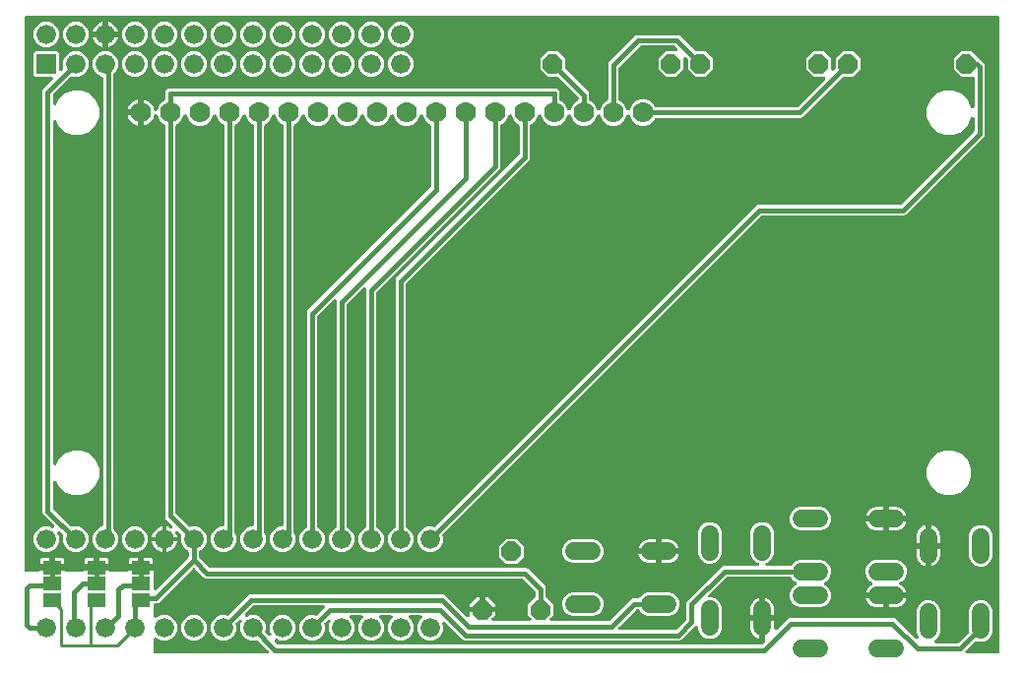
<source format=gbr>
G04 EAGLE Gerber RS-274X export*
G75*
%MOMM*%
%FSLAX34Y34*%
%LPD*%
%INBottom Copper*%
%IPPOS*%
%AMOC8*
5,1,8,0,0,1.08239X$1,22.5*%
G01*
%ADD10C,1.676400*%
%ADD11C,1.524000*%
%ADD12P,1.814519X8X22.500000*%
%ADD13P,1.814519X8X202.500000*%
%ADD14C,1.778000*%
%ADD15R,1.676400X1.676400*%
%ADD16R,1.600200X1.168400*%
%ADD17C,0.406400*%
%ADD18C,0.254000*%

G36*
X842417Y6989D02*
X842417Y6989D01*
X842443Y6987D01*
X842590Y7009D01*
X842737Y7026D01*
X842762Y7034D01*
X842788Y7038D01*
X842926Y7093D01*
X843065Y7143D01*
X843087Y7157D01*
X843112Y7167D01*
X843233Y7252D01*
X843358Y7332D01*
X843376Y7351D01*
X843398Y7366D01*
X843497Y7476D01*
X843600Y7583D01*
X843614Y7605D01*
X843631Y7625D01*
X843703Y7755D01*
X843779Y7882D01*
X843787Y7907D01*
X843800Y7930D01*
X843840Y8073D01*
X843885Y8214D01*
X843887Y8240D01*
X843895Y8265D01*
X843914Y8509D01*
X843914Y554031D01*
X843911Y554057D01*
X843913Y554083D01*
X843891Y554230D01*
X843874Y554377D01*
X843866Y554402D01*
X843862Y554428D01*
X843807Y554566D01*
X843757Y554705D01*
X843743Y554727D01*
X843733Y554752D01*
X843648Y554873D01*
X843568Y554998D01*
X843549Y555016D01*
X843534Y555038D01*
X843424Y555137D01*
X843317Y555240D01*
X843295Y555254D01*
X843275Y555271D01*
X843145Y555343D01*
X843018Y555419D01*
X842993Y555427D01*
X842970Y555440D01*
X842827Y555480D01*
X842686Y555525D01*
X842660Y555527D01*
X842635Y555535D01*
X842391Y555554D01*
X6869Y555554D01*
X6843Y555551D01*
X6817Y555553D01*
X6670Y555531D01*
X6523Y555514D01*
X6498Y555506D01*
X6472Y555502D01*
X6334Y555447D01*
X6195Y555397D01*
X6173Y555383D01*
X6148Y555373D01*
X6027Y555288D01*
X5902Y555208D01*
X5884Y555189D01*
X5862Y555174D01*
X5763Y555064D01*
X5660Y554957D01*
X5646Y554935D01*
X5629Y554915D01*
X5557Y554785D01*
X5481Y554658D01*
X5473Y554633D01*
X5460Y554610D01*
X5420Y554467D01*
X5375Y554326D01*
X5373Y554300D01*
X5365Y554275D01*
X5346Y554031D01*
X5346Y78740D01*
X5349Y78714D01*
X5347Y78688D01*
X5369Y78541D01*
X5386Y78394D01*
X5394Y78369D01*
X5398Y78343D01*
X5453Y78205D01*
X5503Y78066D01*
X5517Y78044D01*
X5527Y78019D01*
X5612Y77898D01*
X5692Y77773D01*
X5711Y77755D01*
X5726Y77733D01*
X5836Y77634D01*
X5943Y77531D01*
X5965Y77517D01*
X5985Y77500D01*
X6115Y77428D01*
X6242Y77352D01*
X6267Y77344D01*
X6290Y77331D01*
X6433Y77291D01*
X6574Y77246D01*
X6600Y77244D01*
X6625Y77236D01*
X6869Y77217D01*
X17145Y77217D01*
X17171Y77220D01*
X17197Y77218D01*
X17344Y77240D01*
X17491Y77257D01*
X17516Y77265D01*
X17542Y77269D01*
X17680Y77324D01*
X17819Y77374D01*
X17841Y77388D01*
X17866Y77398D01*
X17987Y77483D01*
X18112Y77563D01*
X18130Y77582D01*
X18152Y77597D01*
X18251Y77707D01*
X18354Y77814D01*
X18368Y77836D01*
X18385Y77856D01*
X18457Y77986D01*
X18533Y78113D01*
X18541Y78138D01*
X18554Y78161D01*
X18594Y78304D01*
X18612Y78360D01*
X27813Y78360D01*
X27839Y78363D01*
X27865Y78361D01*
X28012Y78383D01*
X28159Y78400D01*
X28184Y78408D01*
X28210Y78412D01*
X28347Y78467D01*
X28487Y78517D01*
X28509Y78531D01*
X28534Y78541D01*
X28655Y78626D01*
X28780Y78706D01*
X28798Y78725D01*
X28820Y78740D01*
X28919Y78850D01*
X29022Y78957D01*
X29036Y78979D01*
X29053Y78999D01*
X29125Y79129D01*
X29201Y79256D01*
X29209Y79281D01*
X29213Y79288D01*
X29241Y79209D01*
X29256Y79187D01*
X29265Y79162D01*
X29350Y79041D01*
X29430Y78916D01*
X29449Y78898D01*
X29464Y78876D01*
X29574Y78777D01*
X29681Y78674D01*
X29704Y78660D01*
X29723Y78643D01*
X29853Y78571D01*
X29980Y78495D01*
X30005Y78487D01*
X30028Y78474D01*
X30171Y78434D01*
X30312Y78389D01*
X30338Y78386D01*
X30363Y78379D01*
X30607Y78360D01*
X39802Y78360D01*
X39804Y78343D01*
X39859Y78205D01*
X39909Y78066D01*
X39923Y78044D01*
X39933Y78019D01*
X40018Y77898D01*
X40098Y77773D01*
X40117Y77755D01*
X40132Y77733D01*
X40242Y77634D01*
X40349Y77531D01*
X40371Y77517D01*
X40391Y77500D01*
X40521Y77428D01*
X40648Y77352D01*
X40673Y77344D01*
X40696Y77331D01*
X40839Y77291D01*
X40980Y77246D01*
X41006Y77244D01*
X41031Y77236D01*
X41275Y77217D01*
X55245Y77217D01*
X55271Y77220D01*
X55297Y77218D01*
X55444Y77240D01*
X55591Y77257D01*
X55616Y77265D01*
X55642Y77269D01*
X55780Y77324D01*
X55919Y77374D01*
X55941Y77388D01*
X55966Y77398D01*
X56087Y77483D01*
X56212Y77563D01*
X56230Y77582D01*
X56252Y77597D01*
X56351Y77707D01*
X56454Y77814D01*
X56468Y77836D01*
X56485Y77856D01*
X56557Y77986D01*
X56633Y78113D01*
X56641Y78138D01*
X56654Y78161D01*
X56694Y78304D01*
X56712Y78360D01*
X65913Y78360D01*
X65939Y78363D01*
X65965Y78361D01*
X66112Y78383D01*
X66259Y78400D01*
X66284Y78408D01*
X66310Y78412D01*
X66447Y78467D01*
X66587Y78517D01*
X66609Y78531D01*
X66634Y78541D01*
X66755Y78626D01*
X66880Y78706D01*
X66898Y78725D01*
X66920Y78740D01*
X67019Y78850D01*
X67122Y78957D01*
X67136Y78979D01*
X67153Y78999D01*
X67225Y79129D01*
X67301Y79256D01*
X67309Y79281D01*
X67313Y79288D01*
X67341Y79209D01*
X67356Y79187D01*
X67365Y79162D01*
X67450Y79041D01*
X67530Y78916D01*
X67549Y78898D01*
X67564Y78876D01*
X67674Y78777D01*
X67781Y78674D01*
X67804Y78660D01*
X67823Y78643D01*
X67953Y78571D01*
X68080Y78495D01*
X68105Y78487D01*
X68128Y78474D01*
X68271Y78434D01*
X68412Y78389D01*
X68438Y78386D01*
X68463Y78379D01*
X68707Y78360D01*
X77902Y78360D01*
X77904Y78343D01*
X77959Y78205D01*
X78009Y78066D01*
X78023Y78044D01*
X78033Y78019D01*
X78118Y77898D01*
X78198Y77773D01*
X78217Y77755D01*
X78232Y77733D01*
X78342Y77634D01*
X78449Y77531D01*
X78471Y77517D01*
X78491Y77500D01*
X78621Y77428D01*
X78748Y77352D01*
X78773Y77344D01*
X78796Y77331D01*
X78939Y77291D01*
X79080Y77246D01*
X79106Y77244D01*
X79131Y77236D01*
X79375Y77217D01*
X93345Y77217D01*
X93371Y77220D01*
X93397Y77218D01*
X93544Y77240D01*
X93691Y77257D01*
X93716Y77265D01*
X93742Y77269D01*
X93880Y77324D01*
X94019Y77374D01*
X94041Y77388D01*
X94066Y77398D01*
X94187Y77483D01*
X94312Y77563D01*
X94330Y77582D01*
X94352Y77597D01*
X94451Y77707D01*
X94554Y77814D01*
X94568Y77836D01*
X94585Y77856D01*
X94657Y77986D01*
X94733Y78113D01*
X94741Y78138D01*
X94754Y78161D01*
X94794Y78304D01*
X94812Y78360D01*
X104013Y78360D01*
X104039Y78363D01*
X104065Y78361D01*
X104212Y78383D01*
X104359Y78400D01*
X104384Y78408D01*
X104410Y78412D01*
X104547Y78467D01*
X104687Y78517D01*
X104709Y78531D01*
X104734Y78541D01*
X104855Y78626D01*
X104980Y78706D01*
X104998Y78725D01*
X105020Y78740D01*
X105119Y78850D01*
X105222Y78957D01*
X105236Y78979D01*
X105253Y78999D01*
X105325Y79129D01*
X105401Y79256D01*
X105409Y79281D01*
X105413Y79288D01*
X105441Y79209D01*
X105456Y79187D01*
X105465Y79162D01*
X105550Y79041D01*
X105630Y78916D01*
X105649Y78898D01*
X105664Y78876D01*
X105774Y78777D01*
X105881Y78674D01*
X105904Y78660D01*
X105923Y78643D01*
X106053Y78571D01*
X106180Y78495D01*
X106205Y78487D01*
X106228Y78474D01*
X106371Y78434D01*
X106512Y78389D01*
X106538Y78386D01*
X106563Y78379D01*
X106807Y78360D01*
X116002Y78360D01*
X116004Y78343D01*
X116059Y78205D01*
X116109Y78066D01*
X116123Y78044D01*
X116133Y78019D01*
X116218Y77898D01*
X116298Y77773D01*
X116317Y77755D01*
X116332Y77733D01*
X116442Y77634D01*
X116549Y77531D01*
X116571Y77517D01*
X116587Y77503D01*
X116587Y63231D01*
X116598Y63131D01*
X116600Y63031D01*
X116618Y62959D01*
X116627Y62885D01*
X116660Y62790D01*
X116685Y62693D01*
X116719Y62627D01*
X116744Y62557D01*
X116799Y62472D01*
X116845Y62383D01*
X116893Y62326D01*
X116933Y62264D01*
X117005Y62194D01*
X117070Y62118D01*
X117130Y62073D01*
X117184Y62022D01*
X117270Y61970D01*
X117351Y61910D01*
X117419Y61881D01*
X117483Y61843D01*
X117579Y61812D01*
X117671Y61772D01*
X117744Y61759D01*
X117815Y61737D01*
X117915Y61729D01*
X118014Y61711D01*
X118088Y61715D01*
X118162Y61709D01*
X118262Y61724D01*
X118362Y61729D01*
X118433Y61749D01*
X118507Y61760D01*
X118600Y61797D01*
X118697Y61825D01*
X118762Y61862D01*
X118831Y61889D01*
X118913Y61946D01*
X119001Y61995D01*
X119077Y62061D01*
X119117Y62088D01*
X119141Y62114D01*
X119187Y62154D01*
X146111Y89078D01*
X146190Y89177D01*
X146274Y89271D01*
X146298Y89313D01*
X146328Y89351D01*
X146382Y89465D01*
X146443Y89576D01*
X146456Y89622D01*
X146477Y89666D01*
X146503Y89789D01*
X146538Y89911D01*
X146543Y89972D01*
X146550Y90007D01*
X146549Y90055D01*
X146557Y90155D01*
X146557Y94464D01*
X146549Y94539D01*
X146550Y94616D01*
X146529Y94712D01*
X146517Y94810D01*
X146492Y94882D01*
X146475Y94956D01*
X146433Y95045D01*
X146400Y95138D01*
X146358Y95202D01*
X146326Y95271D01*
X146264Y95348D01*
X146211Y95431D01*
X146156Y95484D01*
X146108Y95544D01*
X146031Y95604D01*
X145960Y95673D01*
X145895Y95712D01*
X145835Y95759D01*
X145702Y95828D01*
X145661Y95852D01*
X145643Y95858D01*
X145617Y95871D01*
X144943Y96150D01*
X141870Y99223D01*
X140207Y103237D01*
X140207Y107583D01*
X140487Y108257D01*
X140508Y108330D01*
X140538Y108401D01*
X140555Y108497D01*
X140582Y108592D01*
X140586Y108668D01*
X140599Y108744D01*
X140594Y108842D01*
X140599Y108940D01*
X140585Y109015D01*
X140582Y109092D01*
X140554Y109186D01*
X140537Y109283D01*
X140506Y109353D01*
X140485Y109426D01*
X140437Y109512D01*
X140398Y109603D01*
X140352Y109664D01*
X140315Y109731D01*
X140218Y109844D01*
X140190Y109882D01*
X140175Y109895D01*
X140156Y109917D01*
X137856Y112217D01*
X137770Y112286D01*
X137690Y112361D01*
X137634Y112394D01*
X137583Y112434D01*
X137483Y112481D01*
X137388Y112536D01*
X137326Y112555D01*
X137268Y112583D01*
X137160Y112606D01*
X137055Y112638D01*
X136990Y112643D01*
X136927Y112656D01*
X136817Y112654D01*
X136707Y112662D01*
X136643Y112651D01*
X136579Y112650D01*
X136472Y112623D01*
X136363Y112606D01*
X136303Y112581D01*
X136241Y112565D01*
X136143Y112515D01*
X136041Y112473D01*
X135988Y112435D01*
X135931Y112406D01*
X135847Y112334D01*
X135757Y112270D01*
X135715Y112222D01*
X135665Y112180D01*
X135600Y112091D01*
X135527Y112009D01*
X135497Y111952D01*
X135458Y111900D01*
X135415Y111799D01*
X135363Y111702D01*
X135346Y111639D01*
X135320Y111580D01*
X135301Y111471D01*
X135272Y111365D01*
X135270Y111300D01*
X135259Y111237D01*
X135264Y111126D01*
X135261Y111017D01*
X135273Y110953D01*
X135276Y110888D01*
X135307Y110783D01*
X135328Y110675D01*
X135361Y110597D01*
X135373Y110554D01*
X135393Y110518D01*
X135422Y110449D01*
X135852Y109603D01*
X136384Y107968D01*
X136467Y107441D01*
X127761Y107441D01*
X127761Y116147D01*
X128288Y116064D01*
X129923Y115532D01*
X130769Y115102D01*
X130872Y115063D01*
X130971Y115016D01*
X131035Y115002D01*
X131095Y114980D01*
X131205Y114966D01*
X131312Y114943D01*
X131377Y114944D01*
X131441Y114936D01*
X131551Y114947D01*
X131660Y114949D01*
X131723Y114964D01*
X131788Y114971D01*
X131892Y115007D01*
X131998Y115034D01*
X132056Y115063D01*
X132117Y115084D01*
X132210Y115143D01*
X132308Y115193D01*
X132358Y115235D01*
X132412Y115270D01*
X132490Y115348D01*
X132574Y115419D01*
X132612Y115471D01*
X132658Y115517D01*
X132715Y115611D01*
X132781Y115699D01*
X132806Y115759D01*
X132840Y115814D01*
X132875Y115919D01*
X132919Y116019D01*
X132930Y116083D01*
X132951Y116145D01*
X132961Y116254D01*
X132980Y116362D01*
X132977Y116427D01*
X132983Y116492D01*
X132968Y116601D01*
X132963Y116711D01*
X132945Y116773D01*
X132936Y116837D01*
X132897Y116940D01*
X132866Y117045D01*
X132834Y117102D01*
X132811Y117162D01*
X132750Y117254D01*
X132696Y117350D01*
X132641Y117414D01*
X132616Y117451D01*
X132586Y117479D01*
X132537Y117536D01*
X128474Y121599D01*
X126973Y123100D01*
X126277Y124780D01*
X126277Y461004D01*
X126269Y461080D01*
X126270Y461156D01*
X126249Y461252D01*
X126237Y461350D01*
X126212Y461422D01*
X126195Y461497D01*
X126153Y461585D01*
X126120Y461678D01*
X126078Y461742D01*
X126046Y461811D01*
X125984Y461888D01*
X125931Y461971D01*
X125876Y462024D01*
X125828Y462084D01*
X125751Y462145D01*
X125680Y462213D01*
X125615Y462252D01*
X125555Y462300D01*
X125421Y462368D01*
X125381Y462392D01*
X125363Y462398D01*
X125337Y462411D01*
X124375Y462810D01*
X121160Y466025D01*
X119492Y470050D01*
X119417Y470186D01*
X119345Y470324D01*
X119341Y470327D01*
X119340Y470330D01*
X119331Y470341D01*
X119323Y470354D01*
X119218Y470470D01*
X119117Y470587D01*
X119113Y470591D01*
X119110Y470593D01*
X119100Y470601D01*
X119089Y470613D01*
X118961Y470701D01*
X118835Y470793D01*
X118830Y470795D01*
X118828Y470797D01*
X118816Y470802D01*
X118802Y470811D01*
X118657Y470868D01*
X118514Y470928D01*
X118508Y470929D01*
X118506Y470931D01*
X118493Y470933D01*
X118478Y470939D01*
X118324Y470961D01*
X118171Y470988D01*
X118165Y470987D01*
X118162Y470988D01*
X118149Y470987D01*
X118133Y470989D01*
X117978Y470977D01*
X117823Y470967D01*
X117817Y470966D01*
X117814Y470966D01*
X117802Y470962D01*
X117786Y470961D01*
X117638Y470913D01*
X117489Y470869D01*
X117484Y470866D01*
X117481Y470865D01*
X117469Y470858D01*
X117454Y470853D01*
X117321Y470773D01*
X117186Y470696D01*
X117182Y470693D01*
X117179Y470691D01*
X117169Y470682D01*
X117156Y470674D01*
X117044Y470566D01*
X116930Y470460D01*
X116927Y470455D01*
X116924Y470453D01*
X116917Y470442D01*
X116906Y470431D01*
X116822Y470300D01*
X116734Y470171D01*
X116733Y470166D01*
X116730Y470163D01*
X116724Y470148D01*
X116717Y470138D01*
X116704Y470099D01*
X116636Y469937D01*
X116043Y468112D01*
X115226Y466509D01*
X114169Y465053D01*
X112897Y463781D01*
X111441Y462724D01*
X109838Y461907D01*
X108127Y461351D01*
X107949Y461323D01*
X107949Y471524D01*
X107946Y471550D01*
X107948Y471576D01*
X107926Y471723D01*
X107909Y471870D01*
X107901Y471895D01*
X107897Y471921D01*
X107842Y472058D01*
X107792Y472198D01*
X107778Y472220D01*
X107768Y472245D01*
X107683Y472366D01*
X107603Y472491D01*
X107590Y472503D01*
X107635Y472550D01*
X107649Y472573D01*
X107666Y472592D01*
X107738Y472722D01*
X107814Y472849D01*
X107822Y472874D01*
X107835Y472897D01*
X107875Y473040D01*
X107920Y473181D01*
X107922Y473207D01*
X107930Y473232D01*
X107949Y473476D01*
X107949Y483677D01*
X108127Y483649D01*
X109838Y483093D01*
X111441Y482276D01*
X112897Y481219D01*
X114169Y479947D01*
X115226Y478491D01*
X116043Y476888D01*
X116636Y475063D01*
X116638Y475059D01*
X116639Y475054D01*
X116704Y474914D01*
X116767Y474770D01*
X116776Y474758D01*
X116781Y474746D01*
X116784Y474743D01*
X116786Y474738D01*
X116881Y474616D01*
X116974Y474491D01*
X116986Y474481D01*
X116994Y474470D01*
X116997Y474468D01*
X117001Y474463D01*
X117121Y474366D01*
X117240Y474265D01*
X117254Y474258D01*
X117265Y474250D01*
X117268Y474248D01*
X117272Y474245D01*
X117413Y474177D01*
X117551Y474107D01*
X117566Y474103D01*
X117578Y474097D01*
X117581Y474096D01*
X117586Y474094D01*
X117739Y474060D01*
X117889Y474023D01*
X117905Y474022D01*
X117918Y474019D01*
X117921Y474019D01*
X117926Y474018D01*
X118082Y474020D01*
X118237Y474017D01*
X118253Y474021D01*
X118266Y474021D01*
X118269Y474022D01*
X118275Y474022D01*
X118426Y474059D01*
X118578Y474092D01*
X118592Y474099D01*
X118605Y474102D01*
X118608Y474103D01*
X118613Y474104D01*
X118752Y474175D01*
X118893Y474241D01*
X118905Y474252D01*
X118917Y474257D01*
X118919Y474259D01*
X118924Y474262D01*
X119044Y474362D01*
X119165Y474459D01*
X119175Y474471D01*
X119185Y474480D01*
X119187Y474482D01*
X119191Y474486D01*
X119284Y474610D01*
X119381Y474732D01*
X119389Y474749D01*
X119396Y474758D01*
X119397Y474761D01*
X119400Y474765D01*
X119418Y474804D01*
X119492Y474950D01*
X121160Y478975D01*
X124375Y482190D01*
X125337Y482589D01*
X125404Y482626D01*
X125475Y482654D01*
X125555Y482710D01*
X125642Y482758D01*
X125698Y482810D01*
X125761Y482853D01*
X125827Y482926D01*
X125900Y482992D01*
X125943Y483055D01*
X125994Y483112D01*
X126042Y483198D01*
X126098Y483279D01*
X126126Y483350D01*
X126163Y483417D01*
X126190Y483512D01*
X126226Y483603D01*
X126237Y483679D01*
X126258Y483752D01*
X126270Y483901D01*
X126277Y483948D01*
X126275Y483967D01*
X126277Y483996D01*
X126277Y489860D01*
X126973Y491540D01*
X128260Y492827D01*
X129940Y493523D01*
X461920Y493523D01*
X463600Y492827D01*
X464887Y491540D01*
X465583Y489860D01*
X465583Y484013D01*
X465591Y483937D01*
X465590Y483860D01*
X465611Y483764D01*
X465623Y483667D01*
X465648Y483595D01*
X465665Y483520D01*
X465707Y483431D01*
X465740Y483339D01*
X465782Y483274D01*
X465814Y483205D01*
X465876Y483128D01*
X465929Y483046D01*
X465984Y482993D01*
X466032Y482933D01*
X466109Y482872D01*
X466180Y482804D01*
X466245Y482764D01*
X466305Y482717D01*
X466439Y482649D01*
X466479Y482625D01*
X466497Y482619D01*
X466523Y482606D01*
X467525Y482190D01*
X470740Y478975D01*
X472343Y475107D01*
X472392Y475019D01*
X472432Y474927D01*
X472476Y474867D01*
X472512Y474802D01*
X472579Y474728D01*
X472639Y474647D01*
X472696Y474599D01*
X472746Y474544D01*
X472829Y474487D01*
X472905Y474422D01*
X472972Y474388D01*
X473033Y474346D01*
X473126Y474309D01*
X473216Y474263D01*
X473288Y474245D01*
X473357Y474218D01*
X473456Y474204D01*
X473554Y474179D01*
X473628Y474178D01*
X473702Y474167D01*
X473802Y474176D01*
X473902Y474174D01*
X473975Y474190D01*
X474049Y474196D01*
X474145Y474227D01*
X474243Y474249D01*
X474310Y474280D01*
X474381Y474303D01*
X474467Y474355D01*
X474558Y474398D01*
X474616Y474445D01*
X474679Y474483D01*
X474751Y474553D01*
X474830Y474616D01*
X474876Y474674D01*
X474929Y474726D01*
X474984Y474810D01*
X475046Y474889D01*
X475092Y474979D01*
X475118Y475019D01*
X475130Y475053D01*
X475157Y475107D01*
X476760Y478975D01*
X479975Y482190D01*
X480937Y482589D01*
X481004Y482626D01*
X481075Y482654D01*
X481155Y482710D01*
X481242Y482758D01*
X481298Y482810D01*
X481361Y482853D01*
X481427Y482926D01*
X481500Y482992D01*
X481543Y483055D01*
X481594Y483112D01*
X481642Y483198D01*
X481698Y483279D01*
X481726Y483350D01*
X481763Y483417D01*
X481790Y483512D01*
X481826Y483603D01*
X481837Y483679D01*
X481858Y483752D01*
X481870Y483901D01*
X481877Y483948D01*
X481875Y483967D01*
X481877Y483996D01*
X481877Y485115D01*
X481863Y485241D01*
X481856Y485367D01*
X481843Y485413D01*
X481837Y485461D01*
X481795Y485580D01*
X481760Y485702D01*
X481736Y485744D01*
X481720Y485789D01*
X481651Y485896D01*
X481590Y486006D01*
X481550Y486052D01*
X481531Y486082D01*
X481496Y486116D01*
X481431Y486192D01*
X464642Y502981D01*
X464543Y503060D01*
X464449Y503144D01*
X464407Y503168D01*
X464369Y503198D01*
X464255Y503252D01*
X464144Y503313D01*
X464098Y503326D01*
X464054Y503347D01*
X463931Y503373D01*
X463809Y503408D01*
X463748Y503413D01*
X463713Y503420D01*
X463665Y503419D01*
X463565Y503427D01*
X455216Y503427D01*
X448817Y509826D01*
X448817Y518874D01*
X455216Y525273D01*
X464264Y525273D01*
X470663Y518874D01*
X470663Y510525D01*
X470677Y510399D01*
X470684Y510273D01*
X470697Y510227D01*
X470703Y510179D01*
X470745Y510060D01*
X470780Y509938D01*
X470804Y509896D01*
X470820Y509851D01*
X470889Y509744D01*
X470950Y509634D01*
X470990Y509588D01*
X471009Y509558D01*
X471044Y509524D01*
X471109Y509448D01*
X490327Y490230D01*
X491023Y488550D01*
X491023Y483996D01*
X491031Y483920D01*
X491030Y483844D01*
X491051Y483748D01*
X491063Y483650D01*
X491088Y483578D01*
X491105Y483503D01*
X491147Y483415D01*
X491180Y483322D01*
X491222Y483258D01*
X491254Y483189D01*
X491316Y483112D01*
X491369Y483029D01*
X491424Y482976D01*
X491472Y482916D01*
X491549Y482855D01*
X491620Y482787D01*
X491685Y482748D01*
X491745Y482700D01*
X491878Y482632D01*
X491919Y482608D01*
X491937Y482602D01*
X491963Y482589D01*
X492925Y482190D01*
X496140Y478975D01*
X497743Y475107D01*
X497791Y475019D01*
X497831Y474927D01*
X497876Y474867D01*
X497912Y474802D01*
X497980Y474728D01*
X498039Y474647D01*
X498096Y474599D01*
X498146Y474544D01*
X498229Y474487D01*
X498305Y474422D01*
X498372Y474388D01*
X498433Y474346D01*
X498526Y474309D01*
X498616Y474263D01*
X498688Y474245D01*
X498757Y474218D01*
X498856Y474204D01*
X498954Y474179D01*
X499028Y474178D01*
X499102Y474167D01*
X499202Y474176D01*
X499302Y474174D01*
X499375Y474190D01*
X499449Y474196D01*
X499545Y474227D01*
X499643Y474249D01*
X499710Y474280D01*
X499781Y474303D01*
X499867Y474355D01*
X499958Y474398D01*
X500016Y474445D01*
X500079Y474483D01*
X500152Y474553D01*
X500230Y474616D01*
X500276Y474674D01*
X500329Y474726D01*
X500384Y474810D01*
X500446Y474889D01*
X500492Y474979D01*
X500518Y475019D01*
X500530Y475053D01*
X500557Y475107D01*
X502160Y478975D01*
X505375Y482190D01*
X506337Y482589D01*
X506404Y482626D01*
X506475Y482654D01*
X506555Y482710D01*
X506642Y482758D01*
X506698Y482810D01*
X506761Y482853D01*
X506827Y482926D01*
X506900Y482992D01*
X506943Y483055D01*
X506994Y483112D01*
X507042Y483198D01*
X507098Y483279D01*
X507126Y483350D01*
X507163Y483417D01*
X507190Y483512D01*
X507226Y483603D01*
X507237Y483679D01*
X507258Y483752D01*
X507270Y483901D01*
X507277Y483948D01*
X507275Y483967D01*
X507277Y483996D01*
X507277Y514030D01*
X507973Y515710D01*
X530810Y538547D01*
X532490Y539243D01*
X567330Y539243D01*
X569010Y538547D01*
X581838Y525719D01*
X581937Y525640D01*
X582031Y525556D01*
X582073Y525532D01*
X582111Y525502D01*
X582225Y525448D01*
X582336Y525387D01*
X582382Y525374D01*
X582426Y525353D01*
X582549Y525327D01*
X582671Y525292D01*
X582732Y525287D01*
X582767Y525280D01*
X582815Y525281D01*
X582915Y525273D01*
X591264Y525273D01*
X597663Y518874D01*
X597663Y509826D01*
X591264Y503427D01*
X582216Y503427D01*
X575817Y509826D01*
X575817Y518175D01*
X575803Y518301D01*
X575796Y518427D01*
X575783Y518473D01*
X575777Y518521D01*
X575735Y518640D01*
X575700Y518762D01*
X575676Y518804D01*
X575660Y518849D01*
X575591Y518956D01*
X575530Y519066D01*
X575490Y519112D01*
X575471Y519142D01*
X575436Y519176D01*
X575371Y519252D01*
X574863Y519760D01*
X574785Y519822D01*
X574712Y519892D01*
X574648Y519931D01*
X574590Y519977D01*
X574499Y520020D01*
X574413Y520071D01*
X574342Y520094D01*
X574275Y520126D01*
X574177Y520147D01*
X574081Y520177D01*
X574007Y520183D01*
X573934Y520199D01*
X573834Y520197D01*
X573734Y520205D01*
X573660Y520194D01*
X573586Y520193D01*
X573489Y520169D01*
X573389Y520154D01*
X573320Y520126D01*
X573248Y520108D01*
X573158Y520062D01*
X573065Y520025D01*
X573004Y519983D01*
X572938Y519948D01*
X572861Y519883D01*
X572779Y519826D01*
X572729Y519771D01*
X572673Y519723D01*
X572613Y519642D01*
X572546Y519567D01*
X572510Y519502D01*
X572465Y519442D01*
X572426Y519350D01*
X572377Y519262D01*
X572357Y519191D01*
X572327Y519122D01*
X572310Y519024D01*
X572282Y518927D01*
X572274Y518827D01*
X572266Y518779D01*
X572268Y518744D01*
X572263Y518683D01*
X572263Y509826D01*
X565864Y503427D01*
X556816Y503427D01*
X550417Y509826D01*
X550417Y518874D01*
X556816Y525273D01*
X565673Y525273D01*
X565773Y525284D01*
X565873Y525286D01*
X565945Y525304D01*
X566019Y525313D01*
X566114Y525346D01*
X566211Y525371D01*
X566277Y525405D01*
X566347Y525430D01*
X566432Y525485D01*
X566521Y525531D01*
X566578Y525579D01*
X566640Y525619D01*
X566710Y525691D01*
X566786Y525756D01*
X566831Y525816D01*
X566882Y525870D01*
X566934Y525956D01*
X566994Y526037D01*
X567023Y526105D01*
X567061Y526169D01*
X567092Y526265D01*
X567132Y526357D01*
X567145Y526430D01*
X567167Y526501D01*
X567175Y526601D01*
X567193Y526700D01*
X567189Y526774D01*
X567195Y526848D01*
X567180Y526948D01*
X567175Y527048D01*
X567155Y527119D01*
X567144Y527193D01*
X567107Y527286D01*
X567079Y527383D01*
X567042Y527448D01*
X567015Y527517D01*
X566958Y527599D01*
X566909Y527687D01*
X566843Y527763D01*
X566816Y527803D01*
X566790Y527827D01*
X566750Y527873D01*
X564972Y529651D01*
X564873Y529730D01*
X564779Y529814D01*
X564737Y529838D01*
X564699Y529868D01*
X564585Y529922D01*
X564474Y529983D01*
X564428Y529996D01*
X564384Y530017D01*
X564261Y530043D01*
X564139Y530078D01*
X564078Y530083D01*
X564043Y530090D01*
X563995Y530089D01*
X563895Y530097D01*
X535925Y530097D01*
X535799Y530083D01*
X535673Y530076D01*
X535627Y530063D01*
X535579Y530057D01*
X535460Y530015D01*
X535338Y529980D01*
X535296Y529956D01*
X535251Y529940D01*
X535144Y529871D01*
X535034Y529810D01*
X534988Y529770D01*
X534958Y529751D01*
X534924Y529716D01*
X534848Y529651D01*
X516869Y511672D01*
X516790Y511573D01*
X516706Y511479D01*
X516682Y511437D01*
X516652Y511399D01*
X516598Y511285D01*
X516537Y511174D01*
X516524Y511128D01*
X516503Y511084D01*
X516477Y510961D01*
X516442Y510839D01*
X516437Y510778D01*
X516430Y510743D01*
X516431Y510695D01*
X516423Y510595D01*
X516423Y483996D01*
X516431Y483920D01*
X516430Y483844D01*
X516451Y483748D01*
X516463Y483650D01*
X516488Y483578D01*
X516505Y483503D01*
X516547Y483415D01*
X516580Y483322D01*
X516622Y483258D01*
X516654Y483189D01*
X516716Y483112D01*
X516769Y483029D01*
X516824Y482976D01*
X516872Y482916D01*
X516949Y482855D01*
X517020Y482787D01*
X517085Y482748D01*
X517145Y482700D01*
X517278Y482632D01*
X517319Y482608D01*
X517337Y482602D01*
X517363Y482589D01*
X518325Y482190D01*
X521540Y478975D01*
X523143Y475107D01*
X523191Y475019D01*
X523231Y474927D01*
X523276Y474867D01*
X523312Y474802D01*
X523380Y474728D01*
X523439Y474647D01*
X523496Y474599D01*
X523546Y474544D01*
X523629Y474487D01*
X523705Y474422D01*
X523772Y474388D01*
X523833Y474346D01*
X523926Y474309D01*
X524016Y474263D01*
X524088Y474245D01*
X524157Y474218D01*
X524256Y474204D01*
X524354Y474179D01*
X524428Y474178D01*
X524502Y474167D01*
X524602Y474176D01*
X524702Y474174D01*
X524775Y474190D01*
X524849Y474196D01*
X524945Y474227D01*
X525043Y474249D01*
X525110Y474280D01*
X525181Y474303D01*
X525267Y474355D01*
X525358Y474398D01*
X525416Y474445D01*
X525479Y474483D01*
X525552Y474553D01*
X525630Y474616D01*
X525676Y474674D01*
X525729Y474726D01*
X525784Y474810D01*
X525846Y474889D01*
X525892Y474979D01*
X525918Y475019D01*
X525930Y475053D01*
X525957Y475107D01*
X527560Y478975D01*
X530775Y482190D01*
X534976Y483931D01*
X539524Y483931D01*
X543725Y482190D01*
X546940Y478975D01*
X547339Y478013D01*
X547376Y477946D01*
X547404Y477875D01*
X547460Y477795D01*
X547508Y477708D01*
X547560Y477652D01*
X547603Y477589D01*
X547676Y477523D01*
X547742Y477450D01*
X547805Y477407D01*
X547862Y477356D01*
X547948Y477308D01*
X548029Y477252D01*
X548100Y477224D01*
X548167Y477187D01*
X548262Y477160D01*
X548353Y477124D01*
X548429Y477113D01*
X548502Y477092D01*
X548651Y477080D01*
X548698Y477073D01*
X548717Y477075D01*
X548746Y477073D01*
X669365Y477073D01*
X669491Y477087D01*
X669617Y477094D01*
X669663Y477107D01*
X669711Y477113D01*
X669830Y477155D01*
X669952Y477190D01*
X669994Y477214D01*
X670039Y477230D01*
X670146Y477299D01*
X670256Y477360D01*
X670302Y477400D01*
X670332Y477419D01*
X670366Y477454D01*
X670442Y477519D01*
X693750Y500827D01*
X693812Y500905D01*
X693882Y500978D01*
X693921Y501042D01*
X693967Y501100D01*
X694010Y501191D01*
X694061Y501277D01*
X694084Y501348D01*
X694116Y501415D01*
X694137Y501513D01*
X694167Y501609D01*
X694173Y501683D01*
X694189Y501756D01*
X694187Y501856D01*
X694195Y501956D01*
X694184Y502030D01*
X694183Y502104D01*
X694159Y502201D01*
X694144Y502301D01*
X694116Y502370D01*
X694098Y502442D01*
X694052Y502532D01*
X694015Y502625D01*
X693973Y502686D01*
X693938Y502752D01*
X693873Y502829D01*
X693816Y502911D01*
X693761Y502961D01*
X693713Y503017D01*
X693632Y503077D01*
X693557Y503144D01*
X693492Y503180D01*
X693432Y503225D01*
X693340Y503264D01*
X693252Y503313D01*
X693181Y503333D01*
X693112Y503363D01*
X693014Y503380D01*
X692917Y503408D01*
X692817Y503416D01*
X692769Y503424D01*
X692734Y503422D01*
X692673Y503427D01*
X683816Y503427D01*
X677417Y509826D01*
X677417Y518874D01*
X683816Y525273D01*
X692864Y525273D01*
X699263Y518874D01*
X699263Y510017D01*
X699274Y509917D01*
X699276Y509817D01*
X699294Y509745D01*
X699303Y509671D01*
X699336Y509576D01*
X699361Y509479D01*
X699395Y509413D01*
X699420Y509343D01*
X699475Y509258D01*
X699521Y509169D01*
X699569Y509112D01*
X699609Y509050D01*
X699681Y508980D01*
X699746Y508904D01*
X699806Y508859D01*
X699860Y508808D01*
X699946Y508756D01*
X700027Y508696D01*
X700095Y508667D01*
X700159Y508629D01*
X700255Y508598D01*
X700347Y508558D01*
X700420Y508545D01*
X700491Y508523D01*
X700591Y508515D01*
X700690Y508497D01*
X700764Y508501D01*
X700838Y508495D01*
X700938Y508510D01*
X701038Y508515D01*
X701109Y508535D01*
X701183Y508546D01*
X701276Y508583D01*
X701373Y508611D01*
X701438Y508648D01*
X701507Y508675D01*
X701589Y508732D01*
X701677Y508781D01*
X701753Y508847D01*
X701793Y508874D01*
X701817Y508900D01*
X701863Y508940D01*
X702371Y509448D01*
X702450Y509547D01*
X702534Y509641D01*
X702558Y509683D01*
X702588Y509721D01*
X702642Y509835D01*
X702703Y509946D01*
X702716Y509992D01*
X702737Y510036D01*
X702763Y510159D01*
X702798Y510281D01*
X702803Y510342D01*
X702810Y510377D01*
X702809Y510425D01*
X702817Y510525D01*
X702817Y518874D01*
X709216Y525273D01*
X718264Y525273D01*
X724663Y518874D01*
X724663Y509826D01*
X718264Y503427D01*
X709915Y503427D01*
X709789Y503413D01*
X709663Y503406D01*
X709617Y503393D01*
X709569Y503387D01*
X709450Y503345D01*
X709328Y503310D01*
X709286Y503286D01*
X709241Y503270D01*
X709134Y503201D01*
X709024Y503140D01*
X708978Y503100D01*
X708948Y503081D01*
X708914Y503046D01*
X708838Y502981D01*
X674480Y468623D01*
X672800Y467927D01*
X548746Y467927D01*
X548670Y467919D01*
X548594Y467920D01*
X548498Y467899D01*
X548400Y467887D01*
X548328Y467862D01*
X548253Y467845D01*
X548165Y467803D01*
X548072Y467770D01*
X548008Y467728D01*
X547939Y467696D01*
X547862Y467634D01*
X547779Y467581D01*
X547726Y467526D01*
X547666Y467478D01*
X547605Y467401D01*
X547537Y467330D01*
X547498Y467265D01*
X547450Y467205D01*
X547382Y467072D01*
X547358Y467031D01*
X547352Y467013D01*
X547339Y466987D01*
X546940Y466025D01*
X543725Y462810D01*
X539524Y461069D01*
X534976Y461069D01*
X530775Y462810D01*
X527560Y466025D01*
X525957Y469893D01*
X525909Y469981D01*
X525868Y470073D01*
X525824Y470133D01*
X525788Y470198D01*
X525721Y470272D01*
X525661Y470353D01*
X525604Y470401D01*
X525554Y470456D01*
X525471Y470513D01*
X525395Y470578D01*
X525328Y470612D01*
X525267Y470654D01*
X525174Y470691D01*
X525084Y470737D01*
X525012Y470755D01*
X524943Y470782D01*
X524844Y470796D01*
X524746Y470821D01*
X524672Y470822D01*
X524598Y470833D01*
X524498Y470824D01*
X524398Y470826D01*
X524325Y470810D01*
X524251Y470804D01*
X524155Y470773D01*
X524057Y470751D01*
X523990Y470720D01*
X523919Y470697D01*
X523833Y470645D01*
X523742Y470602D01*
X523684Y470555D01*
X523621Y470517D01*
X523549Y470447D01*
X523470Y470384D01*
X523424Y470326D01*
X523371Y470274D01*
X523316Y470190D01*
X523254Y470111D01*
X523208Y470021D01*
X523182Y469981D01*
X523170Y469947D01*
X523143Y469893D01*
X521540Y466025D01*
X518325Y462810D01*
X514124Y461069D01*
X509576Y461069D01*
X505375Y462810D01*
X502160Y466025D01*
X500557Y469893D01*
X500509Y469981D01*
X500468Y470073D01*
X500424Y470133D01*
X500388Y470198D01*
X500321Y470272D01*
X500261Y470353D01*
X500204Y470401D01*
X500154Y470456D01*
X500071Y470513D01*
X499995Y470578D01*
X499928Y470612D01*
X499867Y470654D01*
X499774Y470691D01*
X499684Y470737D01*
X499612Y470755D01*
X499543Y470782D01*
X499444Y470796D01*
X499346Y470821D01*
X499272Y470822D01*
X499198Y470833D01*
X499098Y470824D01*
X498998Y470826D01*
X498925Y470810D01*
X498851Y470804D01*
X498755Y470773D01*
X498657Y470751D01*
X498590Y470720D01*
X498519Y470697D01*
X498433Y470645D01*
X498342Y470602D01*
X498284Y470555D01*
X498221Y470517D01*
X498149Y470447D01*
X498070Y470384D01*
X498024Y470326D01*
X497971Y470274D01*
X497916Y470190D01*
X497854Y470111D01*
X497808Y470021D01*
X497782Y469981D01*
X497770Y469947D01*
X497743Y469893D01*
X496140Y466025D01*
X492925Y462810D01*
X488724Y461069D01*
X484176Y461069D01*
X479975Y462810D01*
X476760Y466025D01*
X475157Y469893D01*
X475109Y469981D01*
X475069Y470073D01*
X475024Y470133D01*
X474988Y470198D01*
X474920Y470272D01*
X474861Y470353D01*
X474804Y470401D01*
X474754Y470456D01*
X474671Y470513D01*
X474595Y470578D01*
X474528Y470612D01*
X474467Y470654D01*
X474374Y470691D01*
X474284Y470737D01*
X474212Y470755D01*
X474143Y470782D01*
X474044Y470796D01*
X473946Y470821D01*
X473872Y470822D01*
X473798Y470833D01*
X473698Y470824D01*
X473598Y470826D01*
X473525Y470810D01*
X473451Y470804D01*
X473355Y470773D01*
X473257Y470751D01*
X473190Y470720D01*
X473119Y470697D01*
X473033Y470645D01*
X472942Y470602D01*
X472884Y470555D01*
X472821Y470517D01*
X472748Y470447D01*
X472670Y470384D01*
X472624Y470326D01*
X472571Y470274D01*
X472516Y470190D01*
X472454Y470111D01*
X472408Y470021D01*
X472382Y469981D01*
X472370Y469947D01*
X472343Y469893D01*
X470740Y466025D01*
X467525Y462810D01*
X463324Y461069D01*
X458776Y461069D01*
X454575Y462810D01*
X451360Y466025D01*
X449757Y469893D01*
X449709Y469981D01*
X449668Y470073D01*
X449624Y470133D01*
X449588Y470198D01*
X449521Y470272D01*
X449461Y470353D01*
X449404Y470401D01*
X449354Y470456D01*
X449271Y470513D01*
X449195Y470578D01*
X449128Y470612D01*
X449067Y470654D01*
X448974Y470691D01*
X448884Y470737D01*
X448812Y470754D01*
X448743Y470782D01*
X448643Y470796D01*
X448546Y470821D01*
X448472Y470822D01*
X448398Y470833D01*
X448298Y470824D01*
X448198Y470826D01*
X448125Y470810D01*
X448051Y470804D01*
X447955Y470773D01*
X447857Y470751D01*
X447790Y470719D01*
X447719Y470697D01*
X447633Y470645D01*
X447542Y470602D01*
X447484Y470555D01*
X447421Y470517D01*
X447349Y470447D01*
X447270Y470384D01*
X447224Y470326D01*
X447171Y470274D01*
X447116Y470190D01*
X447054Y470111D01*
X447008Y470021D01*
X446982Y469981D01*
X446970Y469947D01*
X446943Y469893D01*
X445340Y466025D01*
X442125Y462810D01*
X441123Y462394D01*
X441056Y462357D01*
X440985Y462329D01*
X440904Y462273D01*
X440818Y462225D01*
X440762Y462174D01*
X440699Y462130D01*
X440633Y462057D01*
X440560Y461991D01*
X440517Y461928D01*
X440466Y461871D01*
X440418Y461785D01*
X440362Y461704D01*
X440334Y461633D01*
X440297Y461566D01*
X440270Y461472D01*
X440234Y461380D01*
X440223Y461305D01*
X440202Y461231D01*
X440190Y461082D01*
X440183Y461035D01*
X440185Y461016D01*
X440183Y460987D01*
X440183Y433430D01*
X439487Y431750D01*
X333949Y326212D01*
X333870Y326113D01*
X333786Y326019D01*
X333762Y325977D01*
X333732Y325939D01*
X333678Y325825D01*
X333617Y325714D01*
X333604Y325668D01*
X333583Y325624D01*
X333557Y325501D01*
X333522Y325379D01*
X333517Y325318D01*
X333510Y325283D01*
X333511Y325235D01*
X333503Y325135D01*
X333503Y116356D01*
X333511Y116281D01*
X333510Y116204D01*
X333531Y116108D01*
X333543Y116010D01*
X333568Y115938D01*
X333585Y115864D01*
X333627Y115775D01*
X333660Y115682D01*
X333702Y115618D01*
X333734Y115549D01*
X333796Y115472D01*
X333849Y115389D01*
X333904Y115336D01*
X333952Y115276D01*
X334029Y115216D01*
X334100Y115147D01*
X334165Y115108D01*
X334225Y115061D01*
X334358Y114992D01*
X334399Y114968D01*
X334417Y114962D01*
X334443Y114949D01*
X335117Y114670D01*
X338190Y111597D01*
X339853Y107583D01*
X339853Y103237D01*
X338190Y99223D01*
X335117Y96150D01*
X331103Y94487D01*
X326757Y94487D01*
X322743Y96150D01*
X319670Y99223D01*
X318007Y103237D01*
X318007Y107583D01*
X319670Y111597D01*
X322743Y114670D01*
X323417Y114949D01*
X323484Y114986D01*
X323555Y115014D01*
X323636Y115071D01*
X323722Y115118D01*
X323778Y115170D01*
X323841Y115213D01*
X323907Y115286D01*
X323980Y115353D01*
X324023Y115415D01*
X324074Y115472D01*
X324122Y115558D01*
X324178Y115639D01*
X324206Y115710D01*
X324243Y115777D01*
X324270Y115872D01*
X324306Y115963D01*
X324317Y116039D01*
X324338Y116113D01*
X324350Y116261D01*
X324357Y116308D01*
X324355Y116327D01*
X324357Y116356D01*
X324357Y328570D01*
X325053Y330250D01*
X430591Y435788D01*
X430670Y435887D01*
X430754Y435981D01*
X430778Y436023D01*
X430808Y436061D01*
X430862Y436175D01*
X430923Y436286D01*
X430936Y436332D01*
X430957Y436376D01*
X430983Y436499D01*
X431018Y436621D01*
X431023Y436682D01*
X431030Y436717D01*
X431029Y436765D01*
X431037Y436865D01*
X431037Y461020D01*
X431029Y461096D01*
X431030Y461173D01*
X431009Y461269D01*
X430997Y461367D01*
X430972Y461438D01*
X430955Y461513D01*
X430913Y461602D01*
X430880Y461695D01*
X430838Y461759D01*
X430806Y461828D01*
X430744Y461905D01*
X430691Y461987D01*
X430636Y462040D01*
X430588Y462100D01*
X430511Y462161D01*
X430440Y462230D01*
X430375Y462269D01*
X430315Y462316D01*
X430182Y462384D01*
X430141Y462408D01*
X430123Y462414D01*
X430097Y462428D01*
X429175Y462809D01*
X425960Y466025D01*
X424357Y469893D01*
X424309Y469981D01*
X424268Y470073D01*
X424224Y470133D01*
X424188Y470198D01*
X424121Y470272D01*
X424061Y470353D01*
X424004Y470401D01*
X423954Y470456D01*
X423871Y470513D01*
X423795Y470578D01*
X423728Y470612D01*
X423667Y470654D01*
X423574Y470691D01*
X423484Y470737D01*
X423412Y470754D01*
X423343Y470782D01*
X423243Y470796D01*
X423146Y470821D01*
X423072Y470822D01*
X422998Y470833D01*
X422898Y470824D01*
X422798Y470826D01*
X422725Y470810D01*
X422651Y470804D01*
X422555Y470773D01*
X422457Y470751D01*
X422390Y470719D01*
X422319Y470697D01*
X422233Y470645D01*
X422142Y470602D01*
X422084Y470555D01*
X422021Y470517D01*
X421949Y470447D01*
X421870Y470384D01*
X421824Y470326D01*
X421771Y470274D01*
X421716Y470190D01*
X421654Y470111D01*
X421608Y470021D01*
X421582Y469981D01*
X421570Y469947D01*
X421543Y469893D01*
X419940Y466025D01*
X416725Y462810D01*
X415723Y462394D01*
X415656Y462357D01*
X415585Y462329D01*
X415504Y462273D01*
X415418Y462225D01*
X415362Y462174D01*
X415299Y462130D01*
X415233Y462057D01*
X415160Y461991D01*
X415117Y461928D01*
X415066Y461871D01*
X415018Y461785D01*
X414962Y461704D01*
X414934Y461633D01*
X414897Y461566D01*
X414870Y461472D01*
X414834Y461380D01*
X414823Y461305D01*
X414802Y461231D01*
X414790Y461082D01*
X414783Y461035D01*
X414785Y461016D01*
X414783Y460987D01*
X414783Y425810D01*
X414087Y424130D01*
X308549Y318592D01*
X308470Y318493D01*
X308386Y318399D01*
X308362Y318357D01*
X308332Y318319D01*
X308278Y318205D01*
X308217Y318094D01*
X308204Y318048D01*
X308183Y318004D01*
X308157Y317881D01*
X308122Y317759D01*
X308117Y317698D01*
X308110Y317663D01*
X308111Y317615D01*
X308103Y317515D01*
X308103Y116356D01*
X308111Y116281D01*
X308110Y116204D01*
X308131Y116108D01*
X308143Y116010D01*
X308168Y115938D01*
X308185Y115864D01*
X308227Y115775D01*
X308260Y115682D01*
X308302Y115618D01*
X308334Y115549D01*
X308396Y115472D01*
X308449Y115389D01*
X308504Y115336D01*
X308552Y115276D01*
X308629Y115216D01*
X308700Y115147D01*
X308765Y115108D01*
X308825Y115061D01*
X308958Y114992D01*
X308999Y114968D01*
X309017Y114962D01*
X309043Y114949D01*
X309717Y114670D01*
X312790Y111597D01*
X314453Y107583D01*
X314453Y103237D01*
X312790Y99223D01*
X309717Y96150D01*
X305703Y94487D01*
X301357Y94487D01*
X297343Y96150D01*
X294270Y99223D01*
X292607Y103237D01*
X292607Y107583D01*
X294270Y111597D01*
X297343Y114670D01*
X298017Y114949D01*
X298084Y114986D01*
X298155Y115014D01*
X298236Y115071D01*
X298322Y115118D01*
X298378Y115170D01*
X298441Y115213D01*
X298507Y115286D01*
X298580Y115353D01*
X298623Y115415D01*
X298674Y115472D01*
X298722Y115558D01*
X298778Y115639D01*
X298806Y115710D01*
X298843Y115777D01*
X298870Y115872D01*
X298906Y115963D01*
X298917Y116039D01*
X298938Y116113D01*
X298950Y116261D01*
X298957Y116308D01*
X298955Y116327D01*
X298957Y116356D01*
X298957Y320563D01*
X298946Y320663D01*
X298944Y320763D01*
X298926Y320835D01*
X298917Y320909D01*
X298884Y321004D01*
X298859Y321101D01*
X298825Y321167D01*
X298800Y321237D01*
X298745Y321322D01*
X298699Y321411D01*
X298651Y321468D01*
X298611Y321530D01*
X298539Y321600D01*
X298474Y321676D01*
X298414Y321721D01*
X298360Y321772D01*
X298274Y321824D01*
X298193Y321884D01*
X298125Y321913D01*
X298061Y321951D01*
X297965Y321982D01*
X297873Y322022D01*
X297800Y322035D01*
X297729Y322057D01*
X297629Y322065D01*
X297530Y322083D01*
X297456Y322079D01*
X297382Y322085D01*
X297282Y322070D01*
X297182Y322065D01*
X297111Y322045D01*
X297037Y322034D01*
X296944Y321997D01*
X296847Y321969D01*
X296782Y321932D01*
X296713Y321905D01*
X296631Y321848D01*
X296543Y321799D01*
X296467Y321733D01*
X296427Y321706D01*
X296403Y321680D01*
X296357Y321640D01*
X283149Y308432D01*
X283070Y308333D01*
X282986Y308239D01*
X282962Y308197D01*
X282932Y308159D01*
X282878Y308045D01*
X282817Y307934D01*
X282804Y307888D01*
X282783Y307844D01*
X282757Y307721D01*
X282722Y307599D01*
X282717Y307538D01*
X282710Y307503D01*
X282711Y307455D01*
X282703Y307355D01*
X282703Y116356D01*
X282711Y116281D01*
X282710Y116204D01*
X282731Y116108D01*
X282743Y116010D01*
X282768Y115938D01*
X282785Y115864D01*
X282827Y115775D01*
X282860Y115682D01*
X282902Y115618D01*
X282934Y115549D01*
X282996Y115472D01*
X283049Y115389D01*
X283104Y115336D01*
X283152Y115276D01*
X283229Y115216D01*
X283300Y115147D01*
X283365Y115108D01*
X283425Y115061D01*
X283558Y114992D01*
X283599Y114968D01*
X283617Y114962D01*
X283643Y114949D01*
X284317Y114670D01*
X287390Y111597D01*
X289053Y107583D01*
X289053Y103237D01*
X287390Y99223D01*
X284317Y96150D01*
X280303Y94487D01*
X275957Y94487D01*
X271943Y96150D01*
X268870Y99223D01*
X267207Y103237D01*
X267207Y107583D01*
X268870Y111597D01*
X271943Y114670D01*
X272617Y114949D01*
X272684Y114986D01*
X272755Y115014D01*
X272836Y115071D01*
X272922Y115118D01*
X272978Y115170D01*
X273041Y115213D01*
X273107Y115286D01*
X273180Y115353D01*
X273223Y115415D01*
X273274Y115472D01*
X273322Y115558D01*
X273378Y115639D01*
X273406Y115710D01*
X273443Y115777D01*
X273470Y115872D01*
X273506Y115963D01*
X273517Y116039D01*
X273538Y116113D01*
X273550Y116261D01*
X273557Y116308D01*
X273555Y116327D01*
X273557Y116356D01*
X273557Y310403D01*
X273546Y310503D01*
X273544Y310603D01*
X273526Y310675D01*
X273517Y310749D01*
X273484Y310844D01*
X273459Y310941D01*
X273425Y311007D01*
X273400Y311077D01*
X273345Y311162D01*
X273299Y311251D01*
X273251Y311308D01*
X273211Y311370D01*
X273139Y311440D01*
X273074Y311516D01*
X273014Y311561D01*
X272960Y311612D01*
X272874Y311664D01*
X272793Y311724D01*
X272725Y311753D01*
X272661Y311791D01*
X272565Y311822D01*
X272473Y311862D01*
X272400Y311875D01*
X272329Y311897D01*
X272229Y311905D01*
X272130Y311923D01*
X272056Y311919D01*
X271982Y311925D01*
X271882Y311910D01*
X271782Y311905D01*
X271711Y311885D01*
X271637Y311874D01*
X271544Y311837D01*
X271447Y311809D01*
X271382Y311772D01*
X271313Y311745D01*
X271231Y311688D01*
X271143Y311639D01*
X271067Y311573D01*
X271027Y311546D01*
X271003Y311520D01*
X270957Y311480D01*
X257749Y298272D01*
X257670Y298173D01*
X257586Y298079D01*
X257562Y298037D01*
X257532Y297999D01*
X257478Y297885D01*
X257417Y297774D01*
X257404Y297728D01*
X257383Y297684D01*
X257357Y297561D01*
X257322Y297439D01*
X257317Y297378D01*
X257310Y297343D01*
X257311Y297295D01*
X257303Y297195D01*
X257303Y116356D01*
X257311Y116281D01*
X257310Y116204D01*
X257331Y116108D01*
X257343Y116010D01*
X257368Y115938D01*
X257385Y115864D01*
X257427Y115775D01*
X257460Y115682D01*
X257502Y115618D01*
X257534Y115549D01*
X257596Y115472D01*
X257649Y115389D01*
X257704Y115336D01*
X257752Y115276D01*
X257829Y115216D01*
X257900Y115147D01*
X257965Y115108D01*
X258025Y115061D01*
X258158Y114992D01*
X258199Y114968D01*
X258217Y114962D01*
X258243Y114949D01*
X258917Y114670D01*
X261990Y111597D01*
X263653Y107583D01*
X263653Y103237D01*
X261990Y99223D01*
X258917Y96150D01*
X254903Y94487D01*
X250557Y94487D01*
X246543Y96150D01*
X243470Y99223D01*
X241807Y103237D01*
X241807Y107583D01*
X243470Y111597D01*
X246543Y114670D01*
X247217Y114949D01*
X247284Y114986D01*
X247355Y115014D01*
X247436Y115071D01*
X247522Y115118D01*
X247578Y115170D01*
X247641Y115213D01*
X247707Y115286D01*
X247780Y115353D01*
X247823Y115415D01*
X247874Y115472D01*
X247922Y115558D01*
X247978Y115639D01*
X248006Y115710D01*
X248043Y115777D01*
X248070Y115872D01*
X248106Y115963D01*
X248117Y116039D01*
X248138Y116113D01*
X248150Y116261D01*
X248157Y116308D01*
X248155Y116327D01*
X248157Y116356D01*
X248157Y300630D01*
X248853Y302310D01*
X354391Y407848D01*
X354470Y407947D01*
X354554Y408041D01*
X354578Y408083D01*
X354608Y408121D01*
X354662Y408235D01*
X354723Y408346D01*
X354736Y408392D01*
X354757Y408436D01*
X354783Y408559D01*
X354818Y408681D01*
X354823Y408742D01*
X354830Y408777D01*
X354829Y408825D01*
X354837Y408925D01*
X354837Y461020D01*
X354829Y461096D01*
X354830Y461173D01*
X354809Y461269D01*
X354797Y461367D01*
X354772Y461438D01*
X354755Y461513D01*
X354713Y461602D01*
X354680Y461695D01*
X354638Y461759D01*
X354606Y461828D01*
X354544Y461905D01*
X354491Y461987D01*
X354436Y462041D01*
X354388Y462100D01*
X354311Y462161D01*
X354240Y462230D01*
X354175Y462269D01*
X354115Y462316D01*
X353982Y462384D01*
X353941Y462408D01*
X353923Y462414D01*
X353897Y462428D01*
X352975Y462810D01*
X349760Y466025D01*
X348157Y469893D01*
X348109Y469981D01*
X348068Y470073D01*
X348024Y470133D01*
X347988Y470198D01*
X347921Y470272D01*
X347861Y470353D01*
X347804Y470401D01*
X347754Y470456D01*
X347671Y470513D01*
X347595Y470578D01*
X347528Y470612D01*
X347467Y470654D01*
X347374Y470691D01*
X347284Y470737D01*
X347212Y470754D01*
X347143Y470782D01*
X347043Y470796D01*
X346946Y470821D01*
X346872Y470822D01*
X346798Y470833D01*
X346698Y470824D01*
X346598Y470826D01*
X346525Y470810D01*
X346451Y470804D01*
X346355Y470773D01*
X346257Y470751D01*
X346190Y470719D01*
X346119Y470697D01*
X346033Y470645D01*
X345942Y470602D01*
X345884Y470555D01*
X345821Y470517D01*
X345749Y470447D01*
X345670Y470384D01*
X345624Y470326D01*
X345571Y470274D01*
X345516Y470190D01*
X345454Y470111D01*
X345408Y470021D01*
X345382Y469981D01*
X345370Y469947D01*
X345343Y469893D01*
X343740Y466025D01*
X340525Y462810D01*
X336324Y461069D01*
X331776Y461069D01*
X327575Y462810D01*
X324360Y466025D01*
X322757Y469893D01*
X322709Y469981D01*
X322668Y470073D01*
X322624Y470133D01*
X322588Y470198D01*
X322521Y470272D01*
X322461Y470353D01*
X322404Y470401D01*
X322354Y470456D01*
X322271Y470513D01*
X322195Y470578D01*
X322128Y470612D01*
X322067Y470654D01*
X321974Y470691D01*
X321884Y470737D01*
X321812Y470754D01*
X321743Y470782D01*
X321643Y470796D01*
X321546Y470821D01*
X321472Y470822D01*
X321398Y470833D01*
X321298Y470824D01*
X321198Y470826D01*
X321125Y470810D01*
X321051Y470804D01*
X320955Y470773D01*
X320857Y470751D01*
X320790Y470719D01*
X320719Y470697D01*
X320633Y470645D01*
X320542Y470602D01*
X320484Y470555D01*
X320421Y470517D01*
X320349Y470447D01*
X320270Y470384D01*
X320224Y470326D01*
X320171Y470274D01*
X320116Y470190D01*
X320054Y470111D01*
X320008Y470021D01*
X319982Y469981D01*
X319970Y469947D01*
X319943Y469893D01*
X318340Y466025D01*
X315125Y462810D01*
X310924Y461069D01*
X306376Y461069D01*
X302175Y462810D01*
X298960Y466025D01*
X297357Y469893D01*
X297309Y469981D01*
X297268Y470073D01*
X297224Y470133D01*
X297188Y470198D01*
X297121Y470272D01*
X297061Y470353D01*
X297004Y470401D01*
X296954Y470456D01*
X296871Y470513D01*
X296795Y470578D01*
X296728Y470612D01*
X296667Y470654D01*
X296574Y470691D01*
X296484Y470737D01*
X296412Y470754D01*
X296343Y470782D01*
X296243Y470796D01*
X296146Y470821D01*
X296072Y470822D01*
X295998Y470833D01*
X295898Y470824D01*
X295798Y470826D01*
X295725Y470810D01*
X295651Y470804D01*
X295555Y470773D01*
X295457Y470751D01*
X295390Y470719D01*
X295319Y470697D01*
X295233Y470645D01*
X295142Y470602D01*
X295084Y470555D01*
X295021Y470517D01*
X294949Y470447D01*
X294870Y470384D01*
X294824Y470326D01*
X294771Y470274D01*
X294716Y470190D01*
X294654Y470111D01*
X294608Y470021D01*
X294582Y469981D01*
X294570Y469947D01*
X294543Y469893D01*
X292940Y466025D01*
X289725Y462810D01*
X285524Y461069D01*
X280976Y461069D01*
X276775Y462810D01*
X273560Y466025D01*
X271957Y469893D01*
X271909Y469981D01*
X271868Y470073D01*
X271824Y470133D01*
X271788Y470198D01*
X271721Y470272D01*
X271661Y470353D01*
X271604Y470401D01*
X271554Y470456D01*
X271471Y470513D01*
X271395Y470578D01*
X271328Y470612D01*
X271267Y470654D01*
X271174Y470691D01*
X271084Y470737D01*
X271012Y470754D01*
X270943Y470782D01*
X270843Y470796D01*
X270746Y470821D01*
X270672Y470822D01*
X270598Y470833D01*
X270498Y470824D01*
X270398Y470826D01*
X270325Y470810D01*
X270251Y470804D01*
X270155Y470773D01*
X270057Y470751D01*
X269990Y470719D01*
X269919Y470697D01*
X269833Y470645D01*
X269742Y470602D01*
X269684Y470555D01*
X269621Y470517D01*
X269549Y470447D01*
X269470Y470384D01*
X269424Y470326D01*
X269371Y470274D01*
X269316Y470190D01*
X269254Y470111D01*
X269208Y470021D01*
X269182Y469981D01*
X269170Y469947D01*
X269143Y469893D01*
X267540Y466025D01*
X264325Y462810D01*
X260124Y461069D01*
X255576Y461069D01*
X251375Y462810D01*
X248160Y466025D01*
X246557Y469893D01*
X246509Y469981D01*
X246468Y470073D01*
X246424Y470133D01*
X246388Y470198D01*
X246321Y470272D01*
X246261Y470353D01*
X246204Y470401D01*
X246154Y470456D01*
X246071Y470513D01*
X245995Y470578D01*
X245928Y470612D01*
X245867Y470654D01*
X245774Y470691D01*
X245684Y470737D01*
X245612Y470754D01*
X245543Y470782D01*
X245443Y470796D01*
X245346Y470821D01*
X245272Y470822D01*
X245198Y470833D01*
X245098Y470824D01*
X244998Y470826D01*
X244925Y470810D01*
X244851Y470804D01*
X244755Y470773D01*
X244657Y470751D01*
X244590Y470719D01*
X244519Y470697D01*
X244433Y470645D01*
X244342Y470602D01*
X244284Y470555D01*
X244221Y470517D01*
X244149Y470447D01*
X244070Y470384D01*
X244024Y470326D01*
X243971Y470274D01*
X243916Y470190D01*
X243854Y470111D01*
X243808Y470021D01*
X243782Y469981D01*
X243770Y469947D01*
X243743Y469893D01*
X242140Y466025D01*
X238925Y462810D01*
X237963Y462411D01*
X237896Y462374D01*
X237825Y462346D01*
X237745Y462290D01*
X237658Y462242D01*
X237602Y462190D01*
X237539Y462147D01*
X237473Y462074D01*
X237400Y462008D01*
X237357Y461945D01*
X237306Y461888D01*
X237258Y461802D01*
X237202Y461721D01*
X237174Y461650D01*
X237137Y461583D01*
X237110Y461488D01*
X237074Y461397D01*
X237063Y461321D01*
X237042Y461248D01*
X237030Y461099D01*
X237023Y461052D01*
X237025Y461033D01*
X237023Y461004D01*
X237023Y110855D01*
X237023Y110853D01*
X237023Y110851D01*
X237044Y110671D01*
X237063Y110509D01*
X237063Y110507D01*
X237064Y110505D01*
X237139Y110272D01*
X238253Y107583D01*
X238253Y103237D01*
X236590Y99223D01*
X233517Y96150D01*
X229503Y94487D01*
X225157Y94487D01*
X221143Y96150D01*
X218070Y99223D01*
X216407Y103237D01*
X216407Y107583D01*
X218070Y111597D01*
X221143Y114670D01*
X225157Y116333D01*
X226354Y116333D01*
X226380Y116336D01*
X226406Y116334D01*
X226553Y116356D01*
X226700Y116373D01*
X226725Y116381D01*
X226751Y116385D01*
X226889Y116440D01*
X227028Y116490D01*
X227050Y116504D01*
X227075Y116514D01*
X227196Y116599D01*
X227321Y116679D01*
X227339Y116698D01*
X227361Y116713D01*
X227460Y116823D01*
X227563Y116930D01*
X227577Y116952D01*
X227594Y116972D01*
X227666Y117102D01*
X227742Y117229D01*
X227750Y117254D01*
X227763Y117277D01*
X227803Y117420D01*
X227848Y117561D01*
X227850Y117587D01*
X227858Y117612D01*
X227877Y117856D01*
X227877Y461004D01*
X227869Y461080D01*
X227870Y461156D01*
X227849Y461252D01*
X227837Y461350D01*
X227812Y461422D01*
X227795Y461497D01*
X227753Y461585D01*
X227720Y461678D01*
X227678Y461742D01*
X227646Y461811D01*
X227584Y461888D01*
X227531Y461971D01*
X227476Y462024D01*
X227428Y462084D01*
X227351Y462145D01*
X227280Y462213D01*
X227215Y462252D01*
X227155Y462300D01*
X227021Y462368D01*
X226981Y462392D01*
X226963Y462398D01*
X226937Y462411D01*
X225975Y462810D01*
X222760Y466025D01*
X221157Y469893D01*
X221109Y469981D01*
X221068Y470073D01*
X221024Y470133D01*
X220988Y470198D01*
X220921Y470272D01*
X220861Y470353D01*
X220804Y470401D01*
X220754Y470456D01*
X220671Y470513D01*
X220595Y470578D01*
X220528Y470612D01*
X220467Y470654D01*
X220374Y470691D01*
X220284Y470737D01*
X220212Y470754D01*
X220143Y470782D01*
X220043Y470796D01*
X219946Y470821D01*
X219872Y470822D01*
X219798Y470833D01*
X219698Y470824D01*
X219598Y470826D01*
X219525Y470810D01*
X219451Y470804D01*
X219355Y470773D01*
X219257Y470751D01*
X219190Y470719D01*
X219119Y470697D01*
X219033Y470645D01*
X218942Y470602D01*
X218884Y470555D01*
X218821Y470517D01*
X218749Y470447D01*
X218670Y470384D01*
X218624Y470326D01*
X218571Y470274D01*
X218516Y470190D01*
X218454Y470111D01*
X218408Y470021D01*
X218382Y469981D01*
X218370Y469947D01*
X218343Y469893D01*
X216740Y466025D01*
X213525Y462810D01*
X212563Y462411D01*
X212496Y462374D01*
X212425Y462346D01*
X212345Y462290D01*
X212258Y462242D01*
X212202Y462190D01*
X212139Y462147D01*
X212073Y462074D01*
X212000Y462008D01*
X211957Y461945D01*
X211906Y461888D01*
X211858Y461802D01*
X211802Y461721D01*
X211774Y461650D01*
X211737Y461583D01*
X211710Y461488D01*
X211674Y461397D01*
X211663Y461321D01*
X211642Y461248D01*
X211630Y461099D01*
X211623Y461052D01*
X211625Y461033D01*
X211623Y461004D01*
X211623Y110855D01*
X211623Y110853D01*
X211623Y110851D01*
X211644Y110671D01*
X211663Y110509D01*
X211663Y110507D01*
X211664Y110505D01*
X211739Y110272D01*
X212853Y107583D01*
X212853Y103237D01*
X211190Y99223D01*
X208117Y96150D01*
X204103Y94487D01*
X199757Y94487D01*
X195743Y96150D01*
X192670Y99223D01*
X191007Y103237D01*
X191007Y107583D01*
X192670Y111597D01*
X195743Y114670D01*
X199757Y116333D01*
X200954Y116333D01*
X200980Y116336D01*
X201006Y116334D01*
X201153Y116356D01*
X201300Y116373D01*
X201325Y116381D01*
X201351Y116385D01*
X201489Y116440D01*
X201628Y116490D01*
X201650Y116504D01*
X201675Y116514D01*
X201796Y116599D01*
X201921Y116679D01*
X201939Y116698D01*
X201961Y116713D01*
X202060Y116823D01*
X202163Y116930D01*
X202177Y116952D01*
X202194Y116972D01*
X202266Y117102D01*
X202342Y117229D01*
X202350Y117254D01*
X202363Y117277D01*
X202403Y117420D01*
X202448Y117561D01*
X202450Y117587D01*
X202458Y117612D01*
X202477Y117856D01*
X202477Y461004D01*
X202469Y461080D01*
X202470Y461156D01*
X202449Y461252D01*
X202437Y461350D01*
X202412Y461422D01*
X202395Y461497D01*
X202353Y461585D01*
X202320Y461678D01*
X202278Y461742D01*
X202246Y461811D01*
X202184Y461888D01*
X202131Y461971D01*
X202076Y462024D01*
X202028Y462084D01*
X201951Y462145D01*
X201880Y462213D01*
X201815Y462252D01*
X201755Y462300D01*
X201621Y462368D01*
X201581Y462392D01*
X201563Y462398D01*
X201537Y462411D01*
X200575Y462810D01*
X197360Y466025D01*
X195757Y469893D01*
X195709Y469981D01*
X195668Y470073D01*
X195624Y470133D01*
X195588Y470198D01*
X195521Y470272D01*
X195461Y470353D01*
X195404Y470401D01*
X195354Y470456D01*
X195271Y470513D01*
X195195Y470578D01*
X195128Y470612D01*
X195067Y470654D01*
X194974Y470691D01*
X194884Y470737D01*
X194812Y470754D01*
X194743Y470782D01*
X194643Y470796D01*
X194546Y470821D01*
X194472Y470822D01*
X194398Y470833D01*
X194298Y470824D01*
X194198Y470826D01*
X194125Y470810D01*
X194051Y470804D01*
X193955Y470773D01*
X193857Y470751D01*
X193790Y470719D01*
X193719Y470697D01*
X193633Y470645D01*
X193542Y470602D01*
X193484Y470555D01*
X193421Y470517D01*
X193349Y470447D01*
X193270Y470384D01*
X193224Y470326D01*
X193171Y470274D01*
X193116Y470190D01*
X193054Y470111D01*
X193008Y470021D01*
X192982Y469981D01*
X192970Y469947D01*
X192943Y469893D01*
X191340Y466025D01*
X188125Y462810D01*
X187163Y462411D01*
X187096Y462374D01*
X187025Y462346D01*
X186945Y462290D01*
X186858Y462242D01*
X186802Y462190D01*
X186739Y462147D01*
X186673Y462074D01*
X186600Y462008D01*
X186557Y461945D01*
X186506Y461888D01*
X186458Y461802D01*
X186402Y461721D01*
X186374Y461650D01*
X186337Y461583D01*
X186310Y461488D01*
X186274Y461397D01*
X186263Y461321D01*
X186242Y461248D01*
X186230Y461099D01*
X186223Y461052D01*
X186225Y461033D01*
X186223Y461004D01*
X186223Y110855D01*
X186223Y110853D01*
X186223Y110851D01*
X186243Y110680D01*
X186263Y110509D01*
X186263Y110507D01*
X186264Y110505D01*
X186339Y110272D01*
X187453Y107583D01*
X187453Y103237D01*
X185790Y99223D01*
X182717Y96150D01*
X178703Y94487D01*
X174357Y94487D01*
X170343Y96150D01*
X167270Y99223D01*
X165607Y103237D01*
X165607Y107583D01*
X167270Y111597D01*
X170343Y114670D01*
X174357Y116333D01*
X175554Y116333D01*
X175580Y116336D01*
X175606Y116334D01*
X175753Y116356D01*
X175900Y116373D01*
X175925Y116381D01*
X175951Y116385D01*
X176089Y116440D01*
X176228Y116490D01*
X176250Y116504D01*
X176275Y116514D01*
X176396Y116599D01*
X176521Y116679D01*
X176539Y116698D01*
X176561Y116713D01*
X176660Y116823D01*
X176763Y116930D01*
X176777Y116952D01*
X176794Y116972D01*
X176866Y117102D01*
X176942Y117229D01*
X176950Y117254D01*
X176963Y117277D01*
X177003Y117420D01*
X177048Y117561D01*
X177050Y117587D01*
X177058Y117612D01*
X177077Y117856D01*
X177077Y461004D01*
X177069Y461080D01*
X177070Y461156D01*
X177049Y461252D01*
X177037Y461350D01*
X177012Y461422D01*
X176995Y461497D01*
X176953Y461585D01*
X176920Y461678D01*
X176878Y461742D01*
X176846Y461811D01*
X176784Y461888D01*
X176731Y461971D01*
X176676Y462024D01*
X176628Y462084D01*
X176551Y462145D01*
X176480Y462213D01*
X176415Y462252D01*
X176355Y462300D01*
X176221Y462368D01*
X176181Y462392D01*
X176163Y462398D01*
X176137Y462411D01*
X175175Y462810D01*
X171960Y466025D01*
X170357Y469893D01*
X170309Y469981D01*
X170268Y470073D01*
X170224Y470133D01*
X170188Y470198D01*
X170121Y470272D01*
X170061Y470353D01*
X170004Y470401D01*
X169954Y470456D01*
X169871Y470513D01*
X169795Y470578D01*
X169728Y470612D01*
X169667Y470654D01*
X169574Y470691D01*
X169484Y470737D01*
X169412Y470755D01*
X169343Y470782D01*
X169244Y470796D01*
X169146Y470821D01*
X169072Y470822D01*
X168998Y470833D01*
X168898Y470824D01*
X168798Y470826D01*
X168725Y470810D01*
X168651Y470804D01*
X168555Y470773D01*
X168457Y470751D01*
X168390Y470720D01*
X168319Y470697D01*
X168233Y470645D01*
X168142Y470602D01*
X168084Y470555D01*
X168021Y470517D01*
X167949Y470447D01*
X167870Y470384D01*
X167824Y470326D01*
X167771Y470274D01*
X167716Y470190D01*
X167654Y470111D01*
X167608Y470021D01*
X167582Y469981D01*
X167570Y469947D01*
X167543Y469893D01*
X165940Y466025D01*
X162725Y462810D01*
X158524Y461069D01*
X153976Y461069D01*
X149775Y462810D01*
X146560Y466025D01*
X144957Y469893D01*
X144909Y469981D01*
X144868Y470073D01*
X144824Y470133D01*
X144788Y470198D01*
X144721Y470272D01*
X144661Y470353D01*
X144604Y470401D01*
X144554Y470456D01*
X144471Y470513D01*
X144395Y470578D01*
X144328Y470612D01*
X144267Y470654D01*
X144174Y470691D01*
X144084Y470737D01*
X144012Y470755D01*
X143943Y470782D01*
X143844Y470796D01*
X143746Y470821D01*
X143672Y470822D01*
X143598Y470833D01*
X143498Y470824D01*
X143398Y470826D01*
X143325Y470810D01*
X143251Y470804D01*
X143155Y470773D01*
X143057Y470751D01*
X142990Y470720D01*
X142919Y470697D01*
X142833Y470645D01*
X142742Y470602D01*
X142684Y470555D01*
X142621Y470517D01*
X142549Y470447D01*
X142470Y470384D01*
X142424Y470326D01*
X142371Y470274D01*
X142316Y470190D01*
X142254Y470111D01*
X142208Y470021D01*
X142182Y469981D01*
X142170Y469947D01*
X142143Y469893D01*
X140540Y466025D01*
X137325Y462810D01*
X136363Y462411D01*
X136296Y462374D01*
X136225Y462346D01*
X136145Y462290D01*
X136058Y462242D01*
X136002Y462190D01*
X135939Y462147D01*
X135873Y462074D01*
X135800Y462008D01*
X135757Y461945D01*
X135706Y461888D01*
X135658Y461802D01*
X135602Y461721D01*
X135574Y461650D01*
X135537Y461583D01*
X135510Y461488D01*
X135474Y461397D01*
X135463Y461321D01*
X135442Y461248D01*
X135430Y461099D01*
X135423Y461052D01*
X135425Y461033D01*
X135423Y461004D01*
X135423Y128215D01*
X135437Y128089D01*
X135444Y127963D01*
X135457Y127917D01*
X135463Y127869D01*
X135505Y127750D01*
X135540Y127628D01*
X135564Y127586D01*
X135580Y127541D01*
X135649Y127434D01*
X135710Y127324D01*
X135750Y127278D01*
X135769Y127248D01*
X135804Y127214D01*
X135869Y127138D01*
X146623Y116384D01*
X146683Y116336D01*
X146736Y116281D01*
X146819Y116228D01*
X146896Y116167D01*
X146965Y116134D01*
X147030Y116093D01*
X147122Y116060D01*
X147211Y116018D01*
X147286Y116002D01*
X147358Y115976D01*
X147456Y115965D01*
X147552Y115945D01*
X147628Y115946D01*
X147704Y115938D01*
X147802Y115949D01*
X147900Y115951D01*
X147975Y115969D01*
X148050Y115978D01*
X148192Y116024D01*
X148238Y116036D01*
X148255Y116045D01*
X148283Y116053D01*
X148957Y116333D01*
X153303Y116333D01*
X157317Y114670D01*
X160390Y111597D01*
X162053Y107583D01*
X162053Y103237D01*
X160390Y99223D01*
X157317Y96150D01*
X156643Y95871D01*
X156576Y95834D01*
X156505Y95806D01*
X156424Y95749D01*
X156338Y95702D01*
X156282Y95650D01*
X156219Y95607D01*
X156153Y95534D01*
X156080Y95467D01*
X156037Y95405D01*
X155986Y95348D01*
X155938Y95262D01*
X155882Y95181D01*
X155854Y95110D01*
X155817Y95043D01*
X155790Y94948D01*
X155754Y94857D01*
X155743Y94781D01*
X155722Y94707D01*
X155710Y94559D01*
X155703Y94512D01*
X155705Y94493D01*
X155703Y94464D01*
X155703Y90155D01*
X155717Y90029D01*
X155724Y89903D01*
X155737Y89857D01*
X155743Y89809D01*
X155785Y89690D01*
X155820Y89568D01*
X155844Y89526D01*
X155860Y89481D01*
X155929Y89374D01*
X155990Y89264D01*
X156030Y89218D01*
X156049Y89188D01*
X156084Y89154D01*
X156149Y89078D01*
X164008Y81219D01*
X164107Y81140D01*
X164201Y81056D01*
X164243Y81032D01*
X164281Y81002D01*
X164395Y80948D01*
X164506Y80887D01*
X164552Y80874D01*
X164596Y80853D01*
X164719Y80827D01*
X164841Y80792D01*
X164902Y80787D01*
X164937Y80780D01*
X164985Y80781D01*
X165085Y80773D01*
X436520Y80773D01*
X438200Y80077D01*
X453057Y65220D01*
X453753Y63540D01*
X453753Y56355D01*
X453767Y56230D01*
X453774Y56103D01*
X453787Y56057D01*
X453793Y56009D01*
X453835Y55890D01*
X453870Y55769D01*
X453894Y55726D01*
X453910Y55681D01*
X453979Y55575D01*
X454040Y55464D01*
X454080Y55418D01*
X454099Y55388D01*
X454134Y55355D01*
X454199Y55278D01*
X460103Y49374D01*
X460103Y40326D01*
X457430Y37653D01*
X457368Y37575D01*
X457298Y37502D01*
X457260Y37438D01*
X457214Y37380D01*
X457171Y37289D01*
X457119Y37203D01*
X457096Y37132D01*
X457065Y37065D01*
X457043Y36967D01*
X457013Y36871D01*
X457007Y36797D01*
X456991Y36724D01*
X456993Y36624D01*
X456985Y36524D01*
X456996Y36450D01*
X456997Y36376D01*
X457022Y36279D01*
X457037Y36179D01*
X457064Y36110D01*
X457082Y36038D01*
X457128Y35949D01*
X457165Y35855D01*
X457208Y35794D01*
X457242Y35728D01*
X457307Y35652D01*
X457364Y35569D01*
X457419Y35519D01*
X457468Y35463D01*
X457548Y35403D01*
X457623Y35336D01*
X457688Y35300D01*
X457748Y35255D01*
X457840Y35216D01*
X457928Y35167D01*
X458000Y35147D01*
X458068Y35117D01*
X458167Y35100D01*
X458263Y35072D01*
X458363Y35064D01*
X458411Y35056D01*
X458447Y35058D01*
X458507Y35053D01*
X508015Y35053D01*
X508141Y35067D01*
X508267Y35074D01*
X508313Y35087D01*
X508361Y35093D01*
X508480Y35135D01*
X508602Y35170D01*
X508644Y35194D01*
X508689Y35210D01*
X508796Y35279D01*
X508906Y35340D01*
X508952Y35380D01*
X508982Y35399D01*
X509016Y35434D01*
X509092Y35499D01*
X527254Y53661D01*
X528934Y54357D01*
X532930Y54357D01*
X533006Y54365D01*
X533083Y54364D01*
X533179Y54385D01*
X533277Y54397D01*
X533349Y54422D01*
X533423Y54439D01*
X533512Y54481D01*
X533605Y54514D01*
X533669Y54556D01*
X533738Y54588D01*
X533815Y54650D01*
X533898Y54703D01*
X533951Y54758D01*
X534010Y54806D01*
X534071Y54883D01*
X534140Y54954D01*
X534179Y55019D01*
X534226Y55079D01*
X534294Y55212D01*
X534319Y55253D01*
X534324Y55271D01*
X534338Y55297D01*
X534438Y55540D01*
X537296Y58398D01*
X541031Y59945D01*
X560313Y59945D01*
X564048Y58398D01*
X566906Y55540D01*
X568453Y51805D01*
X568453Y47763D01*
X566906Y44028D01*
X564048Y41170D01*
X560313Y39623D01*
X541031Y39623D01*
X537296Y41170D01*
X534438Y44028D01*
X534338Y44271D01*
X534301Y44338D01*
X534272Y44409D01*
X534216Y44490D01*
X534168Y44576D01*
X534117Y44632D01*
X534073Y44695D01*
X534000Y44761D01*
X533934Y44834D01*
X533871Y44877D01*
X533815Y44928D01*
X533728Y44976D01*
X533648Y45032D01*
X533577Y45060D01*
X533510Y45097D01*
X533415Y45124D01*
X533323Y45160D01*
X533248Y45171D01*
X533174Y45192D01*
X533025Y45204D01*
X532979Y45211D01*
X532959Y45209D01*
X532930Y45211D01*
X532369Y45211D01*
X532243Y45197D01*
X532117Y45190D01*
X532071Y45177D01*
X532023Y45171D01*
X531904Y45129D01*
X531782Y45094D01*
X531740Y45070D01*
X531695Y45054D01*
X531588Y44985D01*
X531478Y44924D01*
X531432Y44884D01*
X531402Y44865D01*
X531368Y44830D01*
X531292Y44765D01*
X516560Y30033D01*
X516498Y29955D01*
X516428Y29882D01*
X516389Y29818D01*
X516343Y29760D01*
X516300Y29669D01*
X516249Y29583D01*
X516226Y29512D01*
X516194Y29445D01*
X516173Y29347D01*
X516143Y29251D01*
X516137Y29177D01*
X516121Y29104D01*
X516123Y29004D01*
X516115Y28904D01*
X516126Y28830D01*
X516127Y28756D01*
X516151Y28659D01*
X516166Y28559D01*
X516194Y28490D01*
X516212Y28418D01*
X516258Y28328D01*
X516295Y28235D01*
X516337Y28174D01*
X516372Y28108D01*
X516437Y28031D01*
X516494Y27949D01*
X516549Y27899D01*
X516597Y27843D01*
X516678Y27783D01*
X516753Y27716D01*
X516818Y27680D01*
X516878Y27635D01*
X516970Y27596D01*
X517058Y27547D01*
X517129Y27527D01*
X517198Y27497D01*
X517296Y27480D01*
X517393Y27452D01*
X517493Y27444D01*
X517541Y27436D01*
X517576Y27438D01*
X517637Y27433D01*
X565165Y27433D01*
X565291Y27447D01*
X565417Y27454D01*
X565463Y27467D01*
X565511Y27473D01*
X565630Y27515D01*
X565752Y27550D01*
X565794Y27574D01*
X565839Y27590D01*
X565946Y27659D01*
X566056Y27720D01*
X566102Y27760D01*
X566132Y27779D01*
X566166Y27814D01*
X566242Y27879D01*
X574101Y35738D01*
X574180Y35837D01*
X574264Y35931D01*
X574288Y35973D01*
X574318Y36011D01*
X574372Y36125D01*
X574433Y36236D01*
X574446Y36282D01*
X574467Y36326D01*
X574493Y36449D01*
X574528Y36571D01*
X574533Y36632D01*
X574540Y36667D01*
X574539Y36715D01*
X574547Y36815D01*
X574547Y50440D01*
X575243Y52120D01*
X604724Y81601D01*
X606404Y82297D01*
X635662Y82297D01*
X635712Y82302D01*
X635763Y82300D01*
X635885Y82322D01*
X636009Y82337D01*
X636056Y82354D01*
X636106Y82363D01*
X636220Y82412D01*
X636337Y82454D01*
X636379Y82481D01*
X636425Y82501D01*
X636525Y82576D01*
X636630Y82643D01*
X636665Y82679D01*
X636705Y82709D01*
X636785Y82804D01*
X636872Y82894D01*
X636898Y82937D01*
X636930Y82975D01*
X636987Y83086D01*
X637051Y83193D01*
X637066Y83241D01*
X637089Y83286D01*
X637119Y83406D01*
X637157Y83525D01*
X637161Y83575D01*
X637173Y83624D01*
X637175Y83748D01*
X637185Y83872D01*
X637177Y83922D01*
X637178Y83972D01*
X637151Y84094D01*
X637133Y84217D01*
X637114Y84264D01*
X637104Y84313D01*
X637050Y84425D01*
X637004Y84541D01*
X636976Y84582D01*
X636954Y84628D01*
X636876Y84725D01*
X636805Y84827D01*
X636768Y84861D01*
X636737Y84900D01*
X636639Y84977D01*
X636547Y85060D01*
X636503Y85085D01*
X636463Y85116D01*
X636245Y85227D01*
X634070Y86128D01*
X631212Y88986D01*
X629665Y92721D01*
X629665Y112003D01*
X631212Y115738D01*
X634070Y118596D01*
X637805Y120143D01*
X641847Y120143D01*
X645582Y118596D01*
X648440Y115738D01*
X649987Y112003D01*
X649987Y92721D01*
X648440Y88986D01*
X645582Y86128D01*
X643407Y85227D01*
X643363Y85203D01*
X643315Y85186D01*
X643211Y85118D01*
X643102Y85058D01*
X643065Y85024D01*
X643022Y84997D01*
X642936Y84907D01*
X642844Y84824D01*
X642815Y84782D01*
X642780Y84746D01*
X642716Y84639D01*
X642646Y84537D01*
X642627Y84490D01*
X642601Y84447D01*
X642564Y84329D01*
X642518Y84213D01*
X642511Y84163D01*
X642495Y84115D01*
X642485Y83991D01*
X642467Y83868D01*
X642471Y83818D01*
X642467Y83768D01*
X642486Y83645D01*
X642496Y83521D01*
X642512Y83473D01*
X642519Y83423D01*
X642565Y83308D01*
X642603Y83189D01*
X642629Y83146D01*
X642648Y83099D01*
X642719Y82997D01*
X642783Y82891D01*
X642818Y82854D01*
X642847Y82813D01*
X642939Y82730D01*
X643026Y82641D01*
X643068Y82613D01*
X643105Y82580D01*
X643214Y82520D01*
X643319Y82452D01*
X643366Y82435D01*
X643410Y82411D01*
X643530Y82377D01*
X643647Y82336D01*
X643697Y82330D01*
X643746Y82316D01*
X643990Y82297D01*
X663486Y82297D01*
X663562Y82305D01*
X663639Y82304D01*
X663735Y82325D01*
X663833Y82337D01*
X663905Y82362D01*
X663979Y82379D01*
X664068Y82421D01*
X664161Y82454D01*
X664225Y82496D01*
X664294Y82528D01*
X664371Y82590D01*
X664454Y82643D01*
X664507Y82698D01*
X664566Y82746D01*
X664627Y82823D01*
X664696Y82894D01*
X664735Y82959D01*
X664782Y83019D01*
X664850Y83152D01*
X664875Y83193D01*
X664880Y83211D01*
X664894Y83237D01*
X664994Y83480D01*
X667852Y86338D01*
X671587Y87885D01*
X690869Y87885D01*
X694604Y86338D01*
X697462Y83480D01*
X699009Y79745D01*
X699009Y75703D01*
X697462Y71968D01*
X694604Y69110D01*
X693655Y68717D01*
X693567Y68669D01*
X693475Y68629D01*
X693416Y68584D01*
X693351Y68548D01*
X693276Y68481D01*
X693196Y68421D01*
X693148Y68364D01*
X693092Y68314D01*
X693035Y68231D01*
X692970Y68155D01*
X692937Y68088D01*
X692894Y68027D01*
X692857Y67933D01*
X692812Y67844D01*
X692794Y67772D01*
X692766Y67703D01*
X692752Y67604D01*
X692728Y67506D01*
X692726Y67432D01*
X692716Y67358D01*
X692724Y67258D01*
X692722Y67158D01*
X692738Y67085D01*
X692744Y67011D01*
X692775Y66915D01*
X692797Y66817D01*
X692829Y66750D01*
X692852Y66679D01*
X692903Y66593D01*
X692946Y66502D01*
X692993Y66444D01*
X693031Y66381D01*
X693101Y66309D01*
X693164Y66230D01*
X693222Y66184D01*
X693274Y66131D01*
X693358Y66076D01*
X693437Y66014D01*
X693527Y65968D01*
X693567Y65942D01*
X693601Y65931D01*
X693655Y65903D01*
X694604Y65510D01*
X697462Y62652D01*
X699009Y58917D01*
X699009Y54875D01*
X697462Y51140D01*
X694604Y48282D01*
X690869Y46735D01*
X671587Y46735D01*
X667852Y48282D01*
X664994Y51140D01*
X663447Y54875D01*
X663447Y58917D01*
X664994Y62652D01*
X667852Y65510D01*
X668801Y65903D01*
X668889Y65952D01*
X668981Y65992D01*
X669040Y66036D01*
X669105Y66072D01*
X669180Y66140D01*
X669260Y66199D01*
X669309Y66256D01*
X669364Y66306D01*
X669421Y66389D01*
X669486Y66465D01*
X669520Y66532D01*
X669562Y66593D01*
X669599Y66686D01*
X669644Y66776D01*
X669662Y66848D01*
X669690Y66917D01*
X669704Y67016D01*
X669728Y67114D01*
X669730Y67188D01*
X669740Y67262D01*
X669732Y67362D01*
X669734Y67462D01*
X669718Y67535D01*
X669712Y67609D01*
X669681Y67705D01*
X669659Y67803D01*
X669627Y67870D01*
X669604Y67941D01*
X669553Y68027D01*
X669509Y68118D01*
X669463Y68176D01*
X669425Y68239D01*
X669355Y68311D01*
X669292Y68390D01*
X669234Y68436D01*
X669182Y68489D01*
X669098Y68544D01*
X669019Y68606D01*
X668929Y68652D01*
X668889Y68678D01*
X668855Y68690D01*
X668801Y68717D01*
X667852Y69110D01*
X664994Y71968D01*
X664894Y72211D01*
X664857Y72278D01*
X664828Y72349D01*
X664772Y72430D01*
X664724Y72516D01*
X664673Y72572D01*
X664629Y72635D01*
X664556Y72701D01*
X664490Y72774D01*
X664427Y72817D01*
X664371Y72868D01*
X664284Y72916D01*
X664204Y72972D01*
X664133Y73000D01*
X664066Y73037D01*
X663971Y73064D01*
X663879Y73100D01*
X663804Y73111D01*
X663730Y73132D01*
X663581Y73144D01*
X663535Y73151D01*
X663515Y73149D01*
X663486Y73151D01*
X609839Y73151D01*
X609713Y73137D01*
X609587Y73130D01*
X609541Y73117D01*
X609493Y73111D01*
X609374Y73069D01*
X609252Y73034D01*
X609210Y73010D01*
X609165Y72994D01*
X609058Y72925D01*
X608948Y72864D01*
X608902Y72824D01*
X608872Y72805D01*
X608838Y72770D01*
X608762Y72705D01*
X593776Y57719D01*
X593714Y57641D01*
X593644Y57568D01*
X593605Y57504D01*
X593559Y57446D01*
X593516Y57355D01*
X593465Y57269D01*
X593442Y57198D01*
X593410Y57131D01*
X593389Y57033D01*
X593359Y56937D01*
X593353Y56863D01*
X593337Y56790D01*
X593339Y56690D01*
X593331Y56590D01*
X593342Y56516D01*
X593343Y56442D01*
X593367Y56345D01*
X593382Y56245D01*
X593410Y56176D01*
X593428Y56104D01*
X593474Y56014D01*
X593511Y55921D01*
X593553Y55860D01*
X593588Y55794D01*
X593653Y55717D01*
X593710Y55635D01*
X593765Y55585D01*
X593813Y55529D01*
X593894Y55469D01*
X593969Y55402D01*
X594034Y55366D01*
X594094Y55321D01*
X594186Y55282D01*
X594274Y55233D01*
X594345Y55213D01*
X594414Y55183D01*
X594512Y55166D01*
X594609Y55138D01*
X594709Y55130D01*
X594757Y55122D01*
X594792Y55124D01*
X594853Y55119D01*
X596635Y55119D01*
X600370Y53572D01*
X603228Y50714D01*
X604775Y46979D01*
X604775Y27697D01*
X603228Y23962D01*
X600370Y21104D01*
X596635Y19557D01*
X592593Y19557D01*
X588858Y21104D01*
X586000Y23962D01*
X584453Y27697D01*
X584453Y29479D01*
X584442Y29579D01*
X584440Y29679D01*
X584422Y29751D01*
X584413Y29825D01*
X584380Y29920D01*
X584355Y30017D01*
X584321Y30083D01*
X584296Y30153D01*
X584241Y30238D01*
X584195Y30327D01*
X584147Y30384D01*
X584107Y30446D01*
X584035Y30516D01*
X583970Y30592D01*
X583910Y30637D01*
X583856Y30688D01*
X583770Y30740D01*
X583689Y30800D01*
X583621Y30829D01*
X583557Y30867D01*
X583462Y30898D01*
X583369Y30938D01*
X583296Y30951D01*
X583225Y30973D01*
X583125Y30981D01*
X583026Y30999D01*
X582952Y30995D01*
X582878Y31001D01*
X582779Y30986D01*
X582678Y30981D01*
X582607Y30961D01*
X582533Y30950D01*
X582440Y30913D01*
X582343Y30885D01*
X582278Y30848D01*
X582209Y30821D01*
X582127Y30764D01*
X582039Y30715D01*
X581963Y30649D01*
X581923Y30622D01*
X581899Y30596D01*
X581853Y30556D01*
X581496Y30199D01*
X570280Y18983D01*
X568600Y18287D01*
X383900Y18287D01*
X382220Y18983D01*
X367438Y33765D01*
X367398Y33797D01*
X367364Y33834D01*
X367262Y33905D01*
X367165Y33982D01*
X367119Y34004D01*
X367078Y34032D01*
X366962Y34078D01*
X366850Y34131D01*
X366800Y34142D01*
X366754Y34160D01*
X366630Y34178D01*
X366509Y34204D01*
X366459Y34203D01*
X366409Y34211D01*
X366285Y34200D01*
X366160Y34198D01*
X366112Y34186D01*
X366061Y34182D01*
X365943Y34144D01*
X365822Y34113D01*
X365778Y34090D01*
X365730Y34075D01*
X365623Y34011D01*
X365513Y33954D01*
X365474Y33921D01*
X365431Y33895D01*
X365342Y33808D01*
X365247Y33728D01*
X365217Y33687D01*
X365181Y33652D01*
X365114Y33548D01*
X365040Y33448D01*
X365020Y33401D01*
X364993Y33359D01*
X364951Y33242D01*
X364902Y33128D01*
X364893Y33078D01*
X364876Y33031D01*
X364862Y32907D01*
X364840Y32785D01*
X364843Y32734D01*
X364837Y32684D01*
X364852Y32561D01*
X364858Y32437D01*
X364872Y32388D01*
X364878Y32338D01*
X364953Y32105D01*
X365253Y31383D01*
X365253Y27037D01*
X363590Y23023D01*
X360517Y19950D01*
X356503Y18287D01*
X352157Y18287D01*
X348143Y19950D01*
X345070Y23023D01*
X343407Y27037D01*
X343407Y31383D01*
X345070Y35397D01*
X346950Y37277D01*
X347012Y37355D01*
X347082Y37428D01*
X347120Y37492D01*
X347166Y37550D01*
X347209Y37641D01*
X347261Y37727D01*
X347284Y37798D01*
X347315Y37865D01*
X347337Y37963D01*
X347367Y38059D01*
X347373Y38133D01*
X347389Y38206D01*
X347387Y38306D01*
X347395Y38406D01*
X347384Y38480D01*
X347383Y38554D01*
X347358Y38651D01*
X347343Y38751D01*
X347316Y38820D01*
X347298Y38892D01*
X347252Y38981D01*
X347215Y39075D01*
X347172Y39136D01*
X347138Y39202D01*
X347073Y39278D01*
X347016Y39361D01*
X346961Y39411D01*
X346912Y39467D01*
X346832Y39527D01*
X346757Y39594D01*
X346692Y39630D01*
X346632Y39675D01*
X346540Y39714D01*
X346452Y39763D01*
X346380Y39783D01*
X346312Y39813D01*
X346213Y39830D01*
X346117Y39858D01*
X346017Y39866D01*
X345969Y39874D01*
X345933Y39872D01*
X345873Y39877D01*
X337387Y39877D01*
X337287Y39866D01*
X337187Y39864D01*
X337115Y39846D01*
X337041Y39837D01*
X336947Y39804D01*
X336849Y39779D01*
X336783Y39745D01*
X336713Y39720D01*
X336629Y39665D01*
X336539Y39619D01*
X336483Y39571D01*
X336420Y39531D01*
X336350Y39459D01*
X336274Y39394D01*
X336230Y39334D01*
X336178Y39280D01*
X336126Y39194D01*
X336067Y39113D01*
X336037Y39045D01*
X335999Y38981D01*
X335968Y38885D01*
X335929Y38793D01*
X335916Y38720D01*
X335893Y38649D01*
X335885Y38549D01*
X335867Y38450D01*
X335871Y38376D01*
X335865Y38302D01*
X335880Y38202D01*
X335885Y38102D01*
X335906Y38031D01*
X335917Y37957D01*
X335954Y37864D01*
X335981Y37767D01*
X336018Y37702D01*
X336045Y37633D01*
X336103Y37551D01*
X336152Y37463D01*
X336217Y37387D01*
X336244Y37347D01*
X336271Y37323D01*
X336310Y37277D01*
X338190Y35397D01*
X339853Y31383D01*
X339853Y27037D01*
X338190Y23023D01*
X335117Y19950D01*
X331103Y18287D01*
X326757Y18287D01*
X322743Y19950D01*
X319670Y23023D01*
X318007Y27037D01*
X318007Y31383D01*
X319670Y35397D01*
X321550Y37277D01*
X321612Y37355D01*
X321682Y37428D01*
X321720Y37492D01*
X321766Y37550D01*
X321809Y37641D01*
X321861Y37727D01*
X321884Y37798D01*
X321915Y37865D01*
X321937Y37963D01*
X321967Y38059D01*
X321973Y38133D01*
X321989Y38206D01*
X321987Y38306D01*
X321995Y38406D01*
X321984Y38480D01*
X321983Y38554D01*
X321958Y38651D01*
X321943Y38751D01*
X321916Y38820D01*
X321898Y38892D01*
X321852Y38981D01*
X321815Y39075D01*
X321772Y39136D01*
X321738Y39202D01*
X321673Y39278D01*
X321616Y39361D01*
X321561Y39411D01*
X321512Y39467D01*
X321432Y39527D01*
X321357Y39594D01*
X321292Y39630D01*
X321232Y39675D01*
X321140Y39714D01*
X321052Y39763D01*
X320980Y39783D01*
X320912Y39813D01*
X320813Y39830D01*
X320717Y39858D01*
X320617Y39866D01*
X320569Y39874D01*
X320533Y39872D01*
X320473Y39877D01*
X311987Y39877D01*
X311887Y39866D01*
X311787Y39864D01*
X311715Y39846D01*
X311641Y39837D01*
X311547Y39804D01*
X311449Y39779D01*
X311383Y39745D01*
X311313Y39720D01*
X311229Y39665D01*
X311139Y39619D01*
X311083Y39571D01*
X311020Y39531D01*
X310950Y39459D01*
X310874Y39394D01*
X310830Y39334D01*
X310778Y39280D01*
X310726Y39194D01*
X310667Y39113D01*
X310637Y39045D01*
X310599Y38981D01*
X310568Y38885D01*
X310529Y38793D01*
X310516Y38720D01*
X310493Y38649D01*
X310485Y38549D01*
X310467Y38450D01*
X310471Y38376D01*
X310465Y38302D01*
X310480Y38202D01*
X310485Y38102D01*
X310506Y38031D01*
X310517Y37957D01*
X310554Y37864D01*
X310581Y37767D01*
X310618Y37702D01*
X310645Y37633D01*
X310703Y37551D01*
X310752Y37463D01*
X310817Y37387D01*
X310844Y37347D01*
X310871Y37323D01*
X310910Y37277D01*
X312790Y35397D01*
X314453Y31383D01*
X314453Y27037D01*
X312790Y23023D01*
X309717Y19950D01*
X305703Y18287D01*
X301357Y18287D01*
X297343Y19950D01*
X294270Y23023D01*
X292607Y27037D01*
X292607Y31383D01*
X294270Y35397D01*
X296150Y37277D01*
X296212Y37355D01*
X296282Y37428D01*
X296320Y37492D01*
X296366Y37550D01*
X296409Y37641D01*
X296461Y37727D01*
X296484Y37798D01*
X296515Y37865D01*
X296537Y37963D01*
X296567Y38059D01*
X296573Y38133D01*
X296589Y38206D01*
X296587Y38306D01*
X296595Y38406D01*
X296584Y38480D01*
X296583Y38554D01*
X296558Y38651D01*
X296543Y38751D01*
X296516Y38820D01*
X296498Y38892D01*
X296452Y38981D01*
X296415Y39075D01*
X296372Y39136D01*
X296338Y39202D01*
X296273Y39278D01*
X296216Y39361D01*
X296161Y39411D01*
X296112Y39467D01*
X296032Y39527D01*
X295957Y39594D01*
X295892Y39630D01*
X295832Y39675D01*
X295740Y39714D01*
X295652Y39763D01*
X295580Y39783D01*
X295512Y39813D01*
X295413Y39830D01*
X295317Y39858D01*
X295217Y39866D01*
X295169Y39874D01*
X295133Y39872D01*
X295073Y39877D01*
X286587Y39877D01*
X286487Y39866D01*
X286387Y39864D01*
X286315Y39846D01*
X286241Y39837D01*
X286147Y39804D01*
X286049Y39779D01*
X285983Y39745D01*
X285913Y39720D01*
X285829Y39665D01*
X285739Y39619D01*
X285683Y39571D01*
X285620Y39531D01*
X285550Y39459D01*
X285474Y39394D01*
X285430Y39334D01*
X285378Y39280D01*
X285326Y39194D01*
X285267Y39113D01*
X285237Y39045D01*
X285199Y38981D01*
X285168Y38885D01*
X285129Y38793D01*
X285116Y38720D01*
X285093Y38649D01*
X285085Y38549D01*
X285067Y38450D01*
X285071Y38376D01*
X285065Y38302D01*
X285080Y38202D01*
X285085Y38102D01*
X285106Y38031D01*
X285117Y37957D01*
X285154Y37864D01*
X285181Y37767D01*
X285218Y37702D01*
X285245Y37633D01*
X285303Y37551D01*
X285352Y37463D01*
X285417Y37387D01*
X285444Y37347D01*
X285471Y37323D01*
X285510Y37277D01*
X287390Y35397D01*
X289053Y31383D01*
X289053Y27037D01*
X287390Y23023D01*
X284317Y19950D01*
X280303Y18287D01*
X275957Y18287D01*
X271943Y19950D01*
X268870Y23023D01*
X267207Y27037D01*
X267207Y31383D01*
X268405Y34273D01*
X268418Y34322D01*
X268440Y34367D01*
X268466Y34489D01*
X268500Y34609D01*
X268503Y34659D01*
X268513Y34708D01*
X268511Y34832D01*
X268517Y34957D01*
X268508Y35006D01*
X268507Y35057D01*
X268477Y35177D01*
X268455Y35299D01*
X268435Y35346D01*
X268422Y35394D01*
X268365Y35505D01*
X268316Y35619D01*
X268286Y35660D01*
X268263Y35704D01*
X268182Y35799D01*
X268108Y35899D01*
X268070Y35931D01*
X268037Y35970D01*
X267937Y36044D01*
X267842Y36124D01*
X267797Y36147D01*
X267757Y36177D01*
X267642Y36226D01*
X267532Y36283D01*
X267483Y36295D01*
X267437Y36315D01*
X267314Y36337D01*
X267194Y36367D01*
X267143Y36368D01*
X267094Y36377D01*
X266969Y36370D01*
X266845Y36372D01*
X266796Y36361D01*
X266746Y36359D01*
X266626Y36324D01*
X266505Y36298D01*
X266459Y36276D01*
X266411Y36262D01*
X266302Y36201D01*
X266190Y36148D01*
X266150Y36117D01*
X266107Y36092D01*
X265920Y35933D01*
X265918Y35931D01*
X265917Y35931D01*
X265917Y35930D01*
X263704Y33717D01*
X263656Y33657D01*
X263601Y33604D01*
X263548Y33521D01*
X263487Y33444D01*
X263454Y33375D01*
X263413Y33310D01*
X263380Y33218D01*
X263338Y33129D01*
X263322Y33054D01*
X263296Y32982D01*
X263285Y32884D01*
X263265Y32788D01*
X263266Y32712D01*
X263258Y32636D01*
X263269Y32538D01*
X263271Y32440D01*
X263289Y32365D01*
X263298Y32290D01*
X263344Y32148D01*
X263356Y32102D01*
X263365Y32085D01*
X263373Y32057D01*
X263653Y31383D01*
X263653Y27037D01*
X261990Y23023D01*
X258917Y19950D01*
X254903Y18287D01*
X250557Y18287D01*
X246543Y19950D01*
X243470Y23023D01*
X241807Y27037D01*
X241807Y31383D01*
X243470Y35397D01*
X246543Y38470D01*
X250557Y40133D01*
X254903Y40133D01*
X255577Y39853D01*
X255650Y39832D01*
X255721Y39802D01*
X255817Y39785D01*
X255912Y39758D01*
X255988Y39754D01*
X256064Y39741D01*
X256162Y39746D01*
X256260Y39741D01*
X256335Y39755D01*
X256412Y39758D01*
X256506Y39786D01*
X256603Y39803D01*
X256673Y39834D01*
X256746Y39855D01*
X256832Y39903D01*
X256923Y39942D01*
X256984Y39988D01*
X257051Y40025D01*
X257164Y40122D01*
X257202Y40150D01*
X257215Y40165D01*
X257237Y40184D01*
X263220Y46167D01*
X263282Y46245D01*
X263352Y46318D01*
X263391Y46382D01*
X263437Y46440D01*
X263480Y46531D01*
X263531Y46617D01*
X263554Y46688D01*
X263586Y46755D01*
X263607Y46853D01*
X263637Y46949D01*
X263643Y47023D01*
X263659Y47096D01*
X263657Y47196D01*
X263665Y47296D01*
X263654Y47370D01*
X263653Y47444D01*
X263629Y47541D01*
X263614Y47641D01*
X263586Y47710D01*
X263568Y47782D01*
X263522Y47872D01*
X263485Y47965D01*
X263443Y48026D01*
X263408Y48092D01*
X263343Y48169D01*
X263286Y48251D01*
X263231Y48301D01*
X263183Y48357D01*
X263102Y48417D01*
X263027Y48484D01*
X262962Y48520D01*
X262902Y48565D01*
X262810Y48604D01*
X262722Y48653D01*
X262651Y48673D01*
X262582Y48703D01*
X262484Y48720D01*
X262387Y48748D01*
X262287Y48756D01*
X262239Y48764D01*
X262204Y48762D01*
X262143Y48767D01*
X203185Y48767D01*
X203059Y48753D01*
X202933Y48746D01*
X202887Y48733D01*
X202839Y48727D01*
X202720Y48685D01*
X202598Y48650D01*
X202556Y48626D01*
X202511Y48610D01*
X202404Y48541D01*
X202294Y48480D01*
X202248Y48440D01*
X202218Y48421D01*
X202184Y48386D01*
X202108Y48321D01*
X195207Y41420D01*
X195175Y41380D01*
X195138Y41346D01*
X195067Y41244D01*
X194990Y41147D01*
X194968Y41101D01*
X194940Y41060D01*
X194894Y40944D01*
X194841Y40832D01*
X194830Y40782D01*
X194812Y40736D01*
X194794Y40612D01*
X194768Y40491D01*
X194768Y40441D01*
X194761Y40391D01*
X194771Y40266D01*
X194774Y40142D01*
X194786Y40094D01*
X194790Y40043D01*
X194828Y39925D01*
X194859Y39804D01*
X194882Y39760D01*
X194897Y39712D01*
X194961Y39605D01*
X195018Y39495D01*
X195051Y39456D01*
X195077Y39413D01*
X195163Y39324D01*
X195244Y39229D01*
X195285Y39199D01*
X195320Y39163D01*
X195424Y39096D01*
X195524Y39022D01*
X195571Y39002D01*
X195613Y38975D01*
X195730Y38933D01*
X195844Y38884D01*
X195894Y38875D01*
X195941Y38858D01*
X196065Y38844D01*
X196187Y38822D01*
X196238Y38825D01*
X196288Y38819D01*
X196411Y38834D01*
X196535Y38840D01*
X196584Y38854D01*
X196634Y38860D01*
X196867Y38935D01*
X196870Y38937D01*
X199757Y40133D01*
X204103Y40133D01*
X208117Y38470D01*
X211190Y35397D01*
X212853Y31383D01*
X212853Y27037D01*
X212573Y26363D01*
X212552Y26290D01*
X212522Y26219D01*
X212505Y26123D01*
X212478Y26028D01*
X212474Y25952D01*
X212461Y25876D01*
X212466Y25778D01*
X212461Y25680D01*
X212475Y25605D01*
X212478Y25528D01*
X212506Y25434D01*
X212523Y25337D01*
X212554Y25267D01*
X212575Y25194D01*
X212623Y25108D01*
X212662Y25017D01*
X212708Y24956D01*
X212745Y24889D01*
X212842Y24776D01*
X212870Y24738D01*
X212885Y24725D01*
X212904Y24703D01*
X215120Y22487D01*
X215160Y22455D01*
X215194Y22418D01*
X215296Y22347D01*
X215393Y22270D01*
X215439Y22248D01*
X215480Y22220D01*
X215596Y22174D01*
X215708Y22121D01*
X215758Y22110D01*
X215804Y22092D01*
X215928Y22074D01*
X216049Y22048D01*
X216099Y22048D01*
X216149Y22041D01*
X216274Y22051D01*
X216398Y22054D01*
X216446Y22066D01*
X216497Y22070D01*
X216615Y22108D01*
X216736Y22139D01*
X216780Y22162D01*
X216828Y22177D01*
X216935Y22241D01*
X217045Y22298D01*
X217084Y22331D01*
X217127Y22357D01*
X217216Y22443D01*
X217311Y22524D01*
X217341Y22565D01*
X217377Y22600D01*
X217444Y22704D01*
X217518Y22804D01*
X217538Y22851D01*
X217565Y22893D01*
X217607Y23010D01*
X217656Y23124D01*
X217665Y23174D01*
X217682Y23221D01*
X217696Y23345D01*
X217718Y23467D01*
X217715Y23518D01*
X217721Y23568D01*
X217706Y23691D01*
X217700Y23815D01*
X217686Y23864D01*
X217680Y23914D01*
X217605Y24147D01*
X216407Y27037D01*
X216407Y31383D01*
X218070Y35397D01*
X221143Y38470D01*
X225157Y40133D01*
X229503Y40133D01*
X233517Y38470D01*
X236590Y35397D01*
X238253Y31383D01*
X238253Y27037D01*
X236590Y23023D01*
X233517Y19950D01*
X229503Y18287D01*
X225157Y18287D01*
X222267Y19485D01*
X222218Y19499D01*
X222173Y19520D01*
X222051Y19546D01*
X221931Y19580D01*
X221881Y19583D01*
X221832Y19593D01*
X221708Y19591D01*
X221583Y19597D01*
X221534Y19588D01*
X221483Y19587D01*
X221363Y19557D01*
X221240Y19535D01*
X221194Y19515D01*
X221145Y19502D01*
X221035Y19445D01*
X220921Y19396D01*
X220880Y19366D01*
X220836Y19343D01*
X220741Y19262D01*
X220641Y19188D01*
X220609Y19150D01*
X220570Y19117D01*
X220496Y19017D01*
X220416Y18922D01*
X220393Y18877D01*
X220363Y18837D01*
X220314Y18722D01*
X220257Y18612D01*
X220245Y18563D01*
X220225Y18517D01*
X220203Y18394D01*
X220173Y18274D01*
X220172Y18223D01*
X220163Y18174D01*
X220170Y18049D01*
X220168Y17925D01*
X220179Y17876D01*
X220181Y17826D01*
X220216Y17706D01*
X220242Y17585D01*
X220264Y17539D01*
X220278Y17491D01*
X220339Y17382D01*
X220392Y17270D01*
X220423Y17230D01*
X220448Y17187D01*
X220607Y17000D01*
X222428Y15179D01*
X222527Y15100D01*
X222621Y15016D01*
X222663Y14992D01*
X222701Y14962D01*
X222815Y14908D01*
X222926Y14847D01*
X222972Y14834D01*
X223016Y14813D01*
X223139Y14787D01*
X223261Y14752D01*
X223322Y14747D01*
X223357Y14740D01*
X223405Y14741D01*
X223505Y14733D01*
X638825Y14733D01*
X638951Y14747D01*
X639077Y14754D01*
X639123Y14767D01*
X639171Y14773D01*
X639290Y14815D01*
X639412Y14850D01*
X639454Y14874D01*
X639499Y14890D01*
X639606Y14959D01*
X639716Y15020D01*
X639762Y15060D01*
X639792Y15079D01*
X639826Y15114D01*
X639902Y15179D01*
X641919Y17196D01*
X641998Y17295D01*
X642082Y17389D01*
X642106Y17431D01*
X642136Y17469D01*
X642190Y17583D01*
X642251Y17694D01*
X642264Y17740D01*
X642285Y17784D01*
X642311Y17907D01*
X642346Y18029D01*
X642351Y18090D01*
X642358Y18125D01*
X642357Y18173D01*
X642365Y18273D01*
X642365Y34799D01*
X649987Y34799D01*
X649987Y28941D01*
X649998Y28841D01*
X650000Y28741D01*
X650018Y28669D01*
X650027Y28595D01*
X650060Y28500D01*
X650085Y28403D01*
X650119Y28337D01*
X650144Y28267D01*
X650199Y28182D01*
X650245Y28093D01*
X650293Y28036D01*
X650333Y27974D01*
X650405Y27904D01*
X650470Y27828D01*
X650530Y27783D01*
X650584Y27732D01*
X650670Y27680D01*
X650751Y27620D01*
X650819Y27591D01*
X650883Y27553D01*
X650979Y27522D01*
X651071Y27482D01*
X651144Y27469D01*
X651215Y27447D01*
X651315Y27439D01*
X651414Y27421D01*
X651488Y27425D01*
X651562Y27419D01*
X651662Y27434D01*
X651762Y27439D01*
X651833Y27459D01*
X651907Y27470D01*
X652000Y27507D01*
X652097Y27535D01*
X652162Y27572D01*
X652231Y27599D01*
X652313Y27656D01*
X652401Y27705D01*
X652477Y27770D01*
X652517Y27798D01*
X652541Y27825D01*
X652587Y27864D01*
X660119Y35396D01*
X661620Y36897D01*
X663300Y37593D01*
X752750Y37593D01*
X754430Y36897D01*
X771413Y19914D01*
X771452Y19883D01*
X771486Y19845D01*
X771589Y19774D01*
X771686Y19697D01*
X771732Y19676D01*
X771773Y19647D01*
X771889Y19601D01*
X772001Y19548D01*
X772050Y19538D01*
X772097Y19519D01*
X772220Y19501D01*
X772342Y19475D01*
X772392Y19476D01*
X772442Y19468D01*
X772566Y19479D01*
X772690Y19481D01*
X772739Y19493D01*
X772789Y19497D01*
X772908Y19536D01*
X773028Y19566D01*
X773073Y19589D01*
X773121Y19604D01*
X773227Y19668D01*
X773338Y19725D01*
X773377Y19758D01*
X773420Y19784D01*
X773509Y19871D01*
X773604Y19951D01*
X773634Y19992D01*
X773670Y20027D01*
X773737Y20131D01*
X773811Y20232D01*
X773831Y20278D01*
X773858Y20320D01*
X773900Y20438D01*
X773949Y20552D01*
X773958Y20601D01*
X773974Y20649D01*
X773988Y20772D01*
X774010Y20895D01*
X774008Y20945D01*
X774013Y20995D01*
X773999Y21119D01*
X773992Y21243D01*
X773979Y21291D01*
X773973Y21341D01*
X773897Y21574D01*
X772413Y25157D01*
X772413Y44439D01*
X773960Y48174D01*
X776818Y51032D01*
X780553Y52579D01*
X784595Y52579D01*
X788330Y51032D01*
X791188Y48174D01*
X792735Y44439D01*
X792735Y25157D01*
X791188Y21422D01*
X788369Y18603D01*
X788306Y18525D01*
X788236Y18452D01*
X788198Y18388D01*
X788152Y18330D01*
X788109Y18239D01*
X788057Y18153D01*
X788035Y18082D01*
X788003Y18015D01*
X787982Y17917D01*
X787951Y17821D01*
X787945Y17747D01*
X787930Y17674D01*
X787931Y17574D01*
X787923Y17474D01*
X787934Y17400D01*
X787936Y17326D01*
X787960Y17229D01*
X787975Y17129D01*
X788002Y17060D01*
X788021Y16988D01*
X788067Y16899D01*
X788104Y16805D01*
X788146Y16744D01*
X788180Y16678D01*
X788245Y16602D01*
X788303Y16519D01*
X788358Y16469D01*
X788406Y16413D01*
X788487Y16353D01*
X788561Y16286D01*
X788626Y16250D01*
X788686Y16205D01*
X788779Y16166D01*
X788866Y16117D01*
X788938Y16097D01*
X789006Y16067D01*
X789105Y16050D01*
X789202Y16022D01*
X789302Y16014D01*
X789349Y16006D01*
X789385Y16008D01*
X789446Y16003D01*
X807735Y16003D01*
X807861Y16017D01*
X807987Y16024D01*
X808033Y16037D01*
X808081Y16043D01*
X808200Y16085D01*
X808322Y16120D01*
X808364Y16144D01*
X808409Y16160D01*
X808516Y16229D01*
X808626Y16290D01*
X808672Y16330D01*
X808702Y16349D01*
X808736Y16384D01*
X808812Y16449D01*
X817179Y24816D01*
X817258Y24915D01*
X817342Y25009D01*
X817366Y25051D01*
X817396Y25089D01*
X817450Y25203D01*
X817511Y25314D01*
X817524Y25360D01*
X817545Y25404D01*
X817571Y25527D01*
X817606Y25649D01*
X817611Y25710D01*
X817618Y25745D01*
X817617Y25793D01*
X817625Y25893D01*
X817625Y44439D01*
X819172Y48174D01*
X822030Y51032D01*
X825765Y52579D01*
X829807Y52579D01*
X833542Y51032D01*
X836400Y48174D01*
X837947Y44439D01*
X837947Y25157D01*
X836400Y21422D01*
X833542Y18564D01*
X829807Y17017D01*
X825765Y17017D01*
X824265Y17638D01*
X824192Y17659D01*
X824121Y17690D01*
X824025Y17707D01*
X823930Y17734D01*
X823854Y17738D01*
X823778Y17751D01*
X823680Y17746D01*
X823582Y17751D01*
X823507Y17737D01*
X823430Y17733D01*
X823336Y17706D01*
X823239Y17689D01*
X823169Y17658D01*
X823096Y17637D01*
X823010Y17589D01*
X822919Y17550D01*
X822858Y17504D01*
X822791Y17467D01*
X822678Y17370D01*
X822640Y17342D01*
X822627Y17327D01*
X822605Y17308D01*
X814883Y9586D01*
X814821Y9508D01*
X814751Y9435D01*
X814712Y9371D01*
X814666Y9313D01*
X814623Y9222D01*
X814572Y9136D01*
X814549Y9065D01*
X814517Y8998D01*
X814496Y8900D01*
X814466Y8804D01*
X814460Y8730D01*
X814444Y8657D01*
X814446Y8557D01*
X814438Y8457D01*
X814449Y8383D01*
X814450Y8309D01*
X814474Y8212D01*
X814489Y8112D01*
X814517Y8043D01*
X814535Y7971D01*
X814581Y7881D01*
X814618Y7788D01*
X814660Y7727D01*
X814695Y7661D01*
X814760Y7584D01*
X814817Y7502D01*
X814872Y7452D01*
X814920Y7396D01*
X815001Y7336D01*
X815076Y7269D01*
X815141Y7233D01*
X815201Y7188D01*
X815293Y7149D01*
X815381Y7100D01*
X815452Y7080D01*
X815521Y7050D01*
X815619Y7033D01*
X815716Y7005D01*
X815816Y6997D01*
X815864Y6989D01*
X815899Y6991D01*
X815960Y6986D01*
X842391Y6986D01*
X842417Y6989D01*
G37*
G36*
X214110Y6997D02*
X214110Y6997D01*
X214210Y6999D01*
X214282Y7017D01*
X214356Y7026D01*
X214451Y7059D01*
X214548Y7084D01*
X214614Y7118D01*
X214684Y7143D01*
X214769Y7198D01*
X214858Y7244D01*
X214915Y7292D01*
X214977Y7332D01*
X215047Y7404D01*
X215123Y7469D01*
X215168Y7529D01*
X215219Y7583D01*
X215271Y7669D01*
X215331Y7750D01*
X215360Y7818D01*
X215398Y7882D01*
X215429Y7978D01*
X215469Y8070D01*
X215482Y8143D01*
X215504Y8214D01*
X215512Y8314D01*
X215530Y8413D01*
X215526Y8487D01*
X215532Y8561D01*
X215517Y8661D01*
X215512Y8761D01*
X215492Y8832D01*
X215481Y8906D01*
X215444Y8999D01*
X215416Y9096D01*
X215379Y9161D01*
X215352Y9230D01*
X215295Y9312D01*
X215246Y9400D01*
X215180Y9476D01*
X215153Y9516D01*
X215127Y9540D01*
X215087Y9586D01*
X206437Y18236D01*
X206377Y18284D01*
X206324Y18339D01*
X206241Y18392D01*
X206164Y18453D01*
X206095Y18486D01*
X206030Y18527D01*
X205938Y18560D01*
X205849Y18602D01*
X205774Y18618D01*
X205702Y18644D01*
X205604Y18655D01*
X205508Y18675D01*
X205432Y18674D01*
X205356Y18682D01*
X205258Y18671D01*
X205160Y18669D01*
X205085Y18651D01*
X205010Y18642D01*
X204868Y18596D01*
X204822Y18584D01*
X204805Y18575D01*
X204777Y18567D01*
X204103Y18287D01*
X199757Y18287D01*
X195743Y19950D01*
X192670Y23023D01*
X191007Y27037D01*
X191007Y31383D01*
X192205Y34273D01*
X192218Y34322D01*
X192240Y34367D01*
X192266Y34489D01*
X192300Y34609D01*
X192303Y34659D01*
X192313Y34708D01*
X192311Y34832D01*
X192317Y34957D01*
X192308Y35006D01*
X192307Y35057D01*
X192277Y35177D01*
X192255Y35300D01*
X192235Y35346D01*
X192222Y35395D01*
X192165Y35505D01*
X192116Y35619D01*
X192086Y35660D01*
X192063Y35704D01*
X191982Y35799D01*
X191908Y35899D01*
X191870Y35931D01*
X191837Y35970D01*
X191737Y36044D01*
X191642Y36124D01*
X191597Y36147D01*
X191557Y36177D01*
X191442Y36226D01*
X191332Y36283D01*
X191283Y36295D01*
X191237Y36315D01*
X191114Y36337D01*
X190994Y36367D01*
X190943Y36368D01*
X190894Y36377D01*
X190769Y36370D01*
X190645Y36372D01*
X190596Y36361D01*
X190546Y36359D01*
X190426Y36324D01*
X190305Y36298D01*
X190259Y36276D01*
X190211Y36262D01*
X190102Y36201D01*
X189990Y36148D01*
X189950Y36117D01*
X189907Y36092D01*
X189720Y35933D01*
X187504Y33717D01*
X187456Y33657D01*
X187401Y33604D01*
X187348Y33521D01*
X187287Y33444D01*
X187254Y33375D01*
X187213Y33310D01*
X187180Y33218D01*
X187138Y33129D01*
X187122Y33054D01*
X187096Y32982D01*
X187085Y32884D01*
X187065Y32788D01*
X187066Y32712D01*
X187058Y32636D01*
X187069Y32538D01*
X187071Y32440D01*
X187089Y32365D01*
X187098Y32290D01*
X187144Y32148D01*
X187156Y32102D01*
X187165Y32085D01*
X187173Y32057D01*
X187453Y31383D01*
X187453Y27037D01*
X185790Y23023D01*
X182717Y19950D01*
X178703Y18287D01*
X174357Y18287D01*
X170343Y19950D01*
X167270Y23023D01*
X165607Y27037D01*
X165607Y31383D01*
X167270Y35397D01*
X170343Y38470D01*
X174357Y40133D01*
X178703Y40133D01*
X179377Y39853D01*
X179450Y39832D01*
X179521Y39802D01*
X179617Y39785D01*
X179712Y39758D01*
X179788Y39754D01*
X179864Y39741D01*
X179962Y39746D01*
X180060Y39741D01*
X180135Y39755D01*
X180212Y39758D01*
X180306Y39786D01*
X180403Y39803D01*
X180473Y39834D01*
X180546Y39855D01*
X180632Y39903D01*
X180723Y39942D01*
X180784Y39988D01*
X180851Y40025D01*
X180964Y40122D01*
X181002Y40150D01*
X181015Y40165D01*
X181037Y40184D01*
X196569Y55716D01*
X198070Y57217D01*
X199750Y57913D01*
X365400Y57913D01*
X367080Y57217D01*
X385657Y38640D01*
X385735Y38578D01*
X385808Y38508D01*
X385872Y38469D01*
X385930Y38423D01*
X386021Y38380D01*
X386107Y38329D01*
X386178Y38306D01*
X386245Y38274D01*
X386343Y38253D01*
X386439Y38223D01*
X386513Y38217D01*
X386586Y38201D01*
X386686Y38203D01*
X386786Y38195D01*
X386860Y38206D01*
X386934Y38207D01*
X387031Y38231D01*
X387131Y38246D01*
X387200Y38274D01*
X387272Y38292D01*
X387362Y38338D01*
X387455Y38375D01*
X387516Y38417D01*
X387582Y38452D01*
X387659Y38517D01*
X387741Y38574D01*
X387791Y38629D01*
X387847Y38677D01*
X387907Y38758D01*
X387974Y38833D01*
X388010Y38898D01*
X388055Y38958D01*
X388094Y39050D01*
X388143Y39138D01*
X388163Y39209D01*
X388193Y39278D01*
X388210Y39376D01*
X388238Y39473D01*
X388246Y39573D01*
X388254Y39621D01*
X388252Y39656D01*
X388257Y39717D01*
X388257Y42351D01*
X398204Y42351D01*
X398230Y42354D01*
X398256Y42352D01*
X398403Y42374D01*
X398550Y42391D01*
X398575Y42399D01*
X398601Y42403D01*
X398738Y42458D01*
X398878Y42508D01*
X398900Y42522D01*
X398925Y42532D01*
X399046Y42617D01*
X399171Y42697D01*
X399183Y42710D01*
X399230Y42665D01*
X399253Y42651D01*
X399272Y42634D01*
X399402Y42562D01*
X399529Y42486D01*
X399554Y42478D01*
X399577Y42465D01*
X399720Y42425D01*
X399861Y42380D01*
X399887Y42377D01*
X399912Y42370D01*
X400156Y42351D01*
X410103Y42351D01*
X410103Y40326D01*
X407430Y37653D01*
X407368Y37575D01*
X407298Y37502D01*
X407260Y37438D01*
X407214Y37380D01*
X407171Y37289D01*
X407119Y37203D01*
X407096Y37132D01*
X407065Y37065D01*
X407043Y36967D01*
X407013Y36871D01*
X407007Y36797D01*
X406991Y36724D01*
X406993Y36624D01*
X406985Y36524D01*
X406996Y36450D01*
X406997Y36376D01*
X407022Y36279D01*
X407037Y36179D01*
X407064Y36110D01*
X407082Y36038D01*
X407128Y35949D01*
X407165Y35855D01*
X407208Y35794D01*
X407242Y35728D01*
X407307Y35652D01*
X407364Y35569D01*
X407419Y35519D01*
X407468Y35463D01*
X407548Y35403D01*
X407623Y35336D01*
X407688Y35300D01*
X407748Y35255D01*
X407840Y35216D01*
X407928Y35167D01*
X408000Y35147D01*
X408068Y35117D01*
X408167Y35100D01*
X408263Y35072D01*
X408363Y35064D01*
X408411Y35056D01*
X408447Y35058D01*
X408507Y35053D01*
X439853Y35053D01*
X439953Y35064D01*
X440053Y35066D01*
X440125Y35084D01*
X440199Y35093D01*
X440293Y35126D01*
X440391Y35151D01*
X440457Y35185D01*
X440527Y35210D01*
X440611Y35265D01*
X440701Y35311D01*
X440757Y35359D01*
X440820Y35399D01*
X440890Y35471D01*
X440966Y35536D01*
X441010Y35596D01*
X441062Y35650D01*
X441114Y35736D01*
X441173Y35817D01*
X441203Y35885D01*
X441241Y35949D01*
X441272Y36045D01*
X441311Y36137D01*
X441324Y36210D01*
X441347Y36281D01*
X441355Y36381D01*
X441373Y36480D01*
X441369Y36554D01*
X441375Y36628D01*
X441360Y36728D01*
X441355Y36828D01*
X441334Y36899D01*
X441323Y36973D01*
X441286Y37066D01*
X441259Y37163D01*
X441222Y37228D01*
X441195Y37297D01*
X441137Y37379D01*
X441088Y37467D01*
X441023Y37543D01*
X440996Y37583D01*
X440969Y37607D01*
X440930Y37653D01*
X438257Y40326D01*
X438257Y49374D01*
X444161Y55278D01*
X444240Y55377D01*
X444324Y55471D01*
X444348Y55513D01*
X444378Y55551D01*
X444432Y55665D01*
X444493Y55776D01*
X444506Y55823D01*
X444527Y55866D01*
X444553Y55990D01*
X444588Y56111D01*
X444593Y56172D01*
X444600Y56207D01*
X444599Y56255D01*
X444607Y56355D01*
X444607Y60105D01*
X444593Y60231D01*
X444586Y60357D01*
X444573Y60403D01*
X444567Y60451D01*
X444525Y60570D01*
X444490Y60692D01*
X444466Y60734D01*
X444450Y60779D01*
X444381Y60886D01*
X444320Y60996D01*
X444280Y61042D01*
X444261Y61072D01*
X444226Y61106D01*
X444161Y61182D01*
X434162Y71181D01*
X434063Y71260D01*
X433969Y71344D01*
X433927Y71368D01*
X433889Y71398D01*
X433775Y71452D01*
X433664Y71513D01*
X433618Y71526D01*
X433574Y71547D01*
X433451Y71573D01*
X433329Y71608D01*
X433268Y71613D01*
X433233Y71620D01*
X433185Y71619D01*
X433085Y71627D01*
X161650Y71627D01*
X159970Y72323D01*
X152207Y80086D01*
X152187Y80102D01*
X152170Y80122D01*
X152050Y80211D01*
X151934Y80303D01*
X151910Y80314D01*
X151889Y80330D01*
X151753Y80388D01*
X151619Y80452D01*
X151593Y80457D01*
X151569Y80468D01*
X151423Y80494D01*
X151278Y80525D01*
X151252Y80525D01*
X151226Y80529D01*
X151078Y80522D01*
X150930Y80519D01*
X150904Y80513D01*
X150878Y80511D01*
X150736Y80470D01*
X150592Y80434D01*
X150568Y80422D01*
X150543Y80415D01*
X150414Y80342D01*
X150282Y80274D01*
X150262Y80257D01*
X150239Y80245D01*
X150053Y80086D01*
X122201Y52234D01*
X120700Y50733D01*
X119020Y50037D01*
X118110Y50037D01*
X118084Y50034D01*
X118058Y50036D01*
X117911Y50014D01*
X117764Y49997D01*
X117739Y49989D01*
X117713Y49985D01*
X117575Y49930D01*
X117436Y49880D01*
X117414Y49866D01*
X117389Y49856D01*
X117268Y49771D01*
X117143Y49691D01*
X117125Y49672D01*
X117103Y49657D01*
X117004Y49547D01*
X116901Y49440D01*
X116887Y49418D01*
X116870Y49398D01*
X116798Y49268D01*
X116722Y49141D01*
X116714Y49116D01*
X116701Y49093D01*
X116661Y48950D01*
X116616Y48809D01*
X116614Y48783D01*
X116606Y48758D01*
X116587Y48514D01*
X116587Y39191D01*
X116598Y39092D01*
X116600Y38991D01*
X116618Y38919D01*
X116627Y38845D01*
X116661Y38750D01*
X116685Y38653D01*
X116719Y38587D01*
X116744Y38517D01*
X116799Y38432D01*
X116845Y38343D01*
X116893Y38287D01*
X116933Y38224D01*
X117005Y38154D01*
X117070Y38078D01*
X117130Y38034D01*
X117184Y37982D01*
X117270Y37930D01*
X117351Y37871D01*
X117419Y37841D01*
X117483Y37803D01*
X117578Y37773D01*
X117671Y37733D01*
X117744Y37720D01*
X117815Y37697D01*
X117915Y37689D01*
X118014Y37671D01*
X118088Y37675D01*
X118162Y37669D01*
X118262Y37684D01*
X118362Y37689D01*
X118433Y37710D01*
X118507Y37721D01*
X118600Y37758D01*
X118697Y37786D01*
X118762Y37822D01*
X118831Y37849D01*
X118913Y37907D01*
X119001Y37956D01*
X119077Y38021D01*
X119117Y38048D01*
X119141Y38075D01*
X119187Y38114D01*
X119543Y38470D01*
X123557Y40133D01*
X127903Y40133D01*
X131917Y38470D01*
X134990Y35397D01*
X136653Y31383D01*
X136653Y27037D01*
X134990Y23023D01*
X131917Y19950D01*
X127903Y18287D01*
X123557Y18287D01*
X119543Y19950D01*
X119187Y20306D01*
X119109Y20368D01*
X119036Y20438D01*
X118972Y20476D01*
X118914Y20522D01*
X118823Y20565D01*
X118737Y20617D01*
X118666Y20640D01*
X118599Y20671D01*
X118501Y20693D01*
X118405Y20723D01*
X118331Y20729D01*
X118258Y20745D01*
X118158Y20743D01*
X118058Y20751D01*
X117984Y20740D01*
X117910Y20739D01*
X117813Y20714D01*
X117713Y20699D01*
X117644Y20672D01*
X117572Y20654D01*
X117483Y20608D01*
X117389Y20571D01*
X117328Y20528D01*
X117262Y20494D01*
X117185Y20429D01*
X117103Y20372D01*
X117053Y20317D01*
X116997Y20268D01*
X116937Y20188D01*
X116870Y20113D01*
X116834Y20048D01*
X116790Y19988D01*
X116750Y19896D01*
X116701Y19808D01*
X116681Y19736D01*
X116651Y19668D01*
X116634Y19569D01*
X116606Y19473D01*
X116598Y19373D01*
X116590Y19325D01*
X116592Y19289D01*
X116587Y19229D01*
X116587Y8509D01*
X116590Y8483D01*
X116588Y8457D01*
X116610Y8310D01*
X116627Y8163D01*
X116635Y8138D01*
X116639Y8112D01*
X116694Y7974D01*
X116744Y7835D01*
X116758Y7813D01*
X116768Y7788D01*
X116853Y7667D01*
X116933Y7542D01*
X116952Y7524D01*
X116967Y7502D01*
X117077Y7403D01*
X117184Y7300D01*
X117206Y7286D01*
X117226Y7269D01*
X117356Y7197D01*
X117483Y7121D01*
X117508Y7113D01*
X117531Y7100D01*
X117674Y7060D01*
X117815Y7015D01*
X117841Y7013D01*
X117866Y7005D01*
X118110Y6986D01*
X214010Y6986D01*
X214110Y6997D01*
G37*
%LPC*%
G36*
X352157Y94487D02*
X352157Y94487D01*
X348143Y96150D01*
X345070Y99223D01*
X343407Y103237D01*
X343407Y107583D01*
X345070Y111597D01*
X348143Y114670D01*
X352157Y116333D01*
X356503Y116333D01*
X357177Y116053D01*
X357250Y116032D01*
X357321Y116002D01*
X357417Y115985D01*
X357512Y115958D01*
X357588Y115954D01*
X357664Y115941D01*
X357762Y115946D01*
X357860Y115941D01*
X357935Y115955D01*
X358012Y115958D01*
X358106Y115986D01*
X358203Y116003D01*
X358273Y116034D01*
X358346Y116055D01*
X358432Y116103D01*
X358523Y116142D01*
X358584Y116188D01*
X358651Y116225D01*
X358764Y116322D01*
X358802Y116350D01*
X358815Y116365D01*
X358837Y116384D01*
X633449Y390996D01*
X634950Y392497D01*
X636630Y393193D01*
X758205Y393193D01*
X758331Y393207D01*
X758457Y393214D01*
X758503Y393227D01*
X758551Y393233D01*
X758670Y393275D01*
X758792Y393310D01*
X758834Y393334D01*
X758879Y393350D01*
X758986Y393419D01*
X759096Y393480D01*
X759142Y393520D01*
X759172Y393539D01*
X759206Y393574D01*
X759282Y393639D01*
X821751Y456108D01*
X821830Y456207D01*
X821914Y456301D01*
X821938Y456343D01*
X821968Y456381D01*
X822022Y456495D01*
X822083Y456606D01*
X822096Y456652D01*
X822117Y456696D01*
X822143Y456819D01*
X822178Y456941D01*
X822183Y457002D01*
X822190Y457037D01*
X822189Y457085D01*
X822197Y457185D01*
X822197Y467484D01*
X822192Y467534D01*
X822194Y467585D01*
X822172Y467707D01*
X822157Y467831D01*
X822140Y467878D01*
X822131Y467928D01*
X822082Y468042D01*
X822040Y468159D01*
X822013Y468201D01*
X821993Y468247D01*
X821918Y468347D01*
X821851Y468451D01*
X821815Y468486D01*
X821785Y468527D01*
X821690Y468607D01*
X821600Y468694D01*
X821557Y468720D01*
X821519Y468752D01*
X821408Y468809D01*
X821301Y468873D01*
X821253Y468888D01*
X821208Y468911D01*
X821088Y468941D01*
X820969Y468979D01*
X820919Y468983D01*
X820870Y468995D01*
X820746Y468997D01*
X820622Y469007D01*
X820572Y468999D01*
X820522Y469000D01*
X820400Y468973D01*
X820277Y468955D01*
X820230Y468936D01*
X820181Y468926D01*
X820069Y468872D01*
X819953Y468826D01*
X819912Y468798D01*
X819866Y468776D01*
X819769Y468698D01*
X819667Y468627D01*
X819633Y468590D01*
X819594Y468559D01*
X819517Y468461D01*
X819434Y468369D01*
X819409Y468324D01*
X819378Y468285D01*
X819267Y468067D01*
X816626Y461692D01*
X811258Y456324D01*
X804245Y453419D01*
X796655Y453419D01*
X789642Y456324D01*
X784274Y461692D01*
X781369Y468705D01*
X781369Y476295D01*
X784274Y483308D01*
X789642Y488676D01*
X796655Y491581D01*
X804245Y491581D01*
X811258Y488676D01*
X816626Y483308D01*
X819267Y476933D01*
X819291Y476889D01*
X819308Y476841D01*
X819376Y476737D01*
X819436Y476628D01*
X819470Y476591D01*
X819497Y476549D01*
X819587Y476462D01*
X819670Y476370D01*
X819712Y476341D01*
X819748Y476306D01*
X819855Y476243D01*
X819957Y476172D01*
X820004Y476153D01*
X820047Y476127D01*
X820165Y476090D01*
X820281Y476044D01*
X820331Y476037D01*
X820379Y476021D01*
X820503Y476011D01*
X820626Y475993D01*
X820676Y475997D01*
X820726Y475993D01*
X820849Y476012D01*
X820973Y476022D01*
X821021Y476038D01*
X821071Y476045D01*
X821186Y476091D01*
X821305Y476129D01*
X821348Y476155D01*
X821395Y476174D01*
X821497Y476245D01*
X821603Y476309D01*
X821640Y476344D01*
X821681Y476373D01*
X821764Y476465D01*
X821853Y476552D01*
X821881Y476594D01*
X821914Y476631D01*
X821974Y476740D01*
X822042Y476845D01*
X822059Y476892D01*
X822083Y476936D01*
X822117Y477056D01*
X822158Y477173D01*
X822164Y477223D01*
X822178Y477272D01*
X822197Y477516D01*
X822197Y502083D01*
X822196Y502092D01*
X822196Y502094D01*
X822195Y502106D01*
X822186Y502183D01*
X822184Y502283D01*
X822166Y502355D01*
X822157Y502429D01*
X822124Y502524D01*
X822099Y502621D01*
X822065Y502687D01*
X822040Y502757D01*
X821985Y502842D01*
X821939Y502931D01*
X821891Y502987D01*
X821851Y503050D01*
X821779Y503120D01*
X821713Y503196D01*
X821654Y503240D01*
X821600Y503292D01*
X821514Y503344D01*
X821433Y503403D01*
X821365Y503433D01*
X821301Y503471D01*
X821206Y503502D01*
X821113Y503541D01*
X821040Y503555D01*
X820969Y503577D01*
X820869Y503585D01*
X820770Y503603D01*
X820696Y503599D01*
X820622Y503605D01*
X820523Y503590D01*
X820422Y503585D01*
X820351Y503564D01*
X820277Y503553D01*
X820184Y503516D01*
X820087Y503488D01*
X820022Y503452D01*
X819960Y503427D01*
X810816Y503427D01*
X804417Y509826D01*
X804417Y518874D01*
X810816Y525273D01*
X819864Y525273D01*
X826463Y518674D01*
X826489Y518635D01*
X826550Y518524D01*
X826590Y518478D01*
X826609Y518448D01*
X826644Y518414D01*
X826709Y518338D01*
X828321Y516726D01*
X830647Y514400D01*
X831343Y512720D01*
X831343Y453750D01*
X830647Y452070D01*
X763320Y384743D01*
X761640Y384047D01*
X640065Y384047D01*
X639939Y384033D01*
X639813Y384026D01*
X639767Y384013D01*
X639719Y384007D01*
X639600Y383965D01*
X639478Y383930D01*
X639436Y383906D01*
X639391Y383890D01*
X639284Y383821D01*
X639174Y383760D01*
X639128Y383720D01*
X639098Y383701D01*
X639064Y383666D01*
X638988Y383601D01*
X365304Y109917D01*
X365256Y109857D01*
X365201Y109804D01*
X365148Y109721D01*
X365087Y109644D01*
X365054Y109575D01*
X365013Y109510D01*
X364980Y109418D01*
X364938Y109329D01*
X364922Y109254D01*
X364896Y109182D01*
X364885Y109084D01*
X364865Y108988D01*
X364866Y108912D01*
X364858Y108836D01*
X364869Y108738D01*
X364871Y108640D01*
X364889Y108565D01*
X364898Y108490D01*
X364944Y108348D01*
X364956Y108302D01*
X364965Y108285D01*
X364973Y108257D01*
X365253Y107583D01*
X365253Y103237D01*
X363590Y99223D01*
X360517Y96150D01*
X356503Y94487D01*
X352157Y94487D01*
G37*
%LPD*%
%LPC*%
G36*
X21957Y94487D02*
X21957Y94487D01*
X17943Y96150D01*
X14870Y99223D01*
X13207Y103237D01*
X13207Y107583D01*
X14870Y111597D01*
X17943Y114670D01*
X21957Y116333D01*
X26303Y116333D01*
X29193Y115135D01*
X29242Y115122D01*
X29287Y115100D01*
X29409Y115074D01*
X29529Y115040D01*
X29579Y115037D01*
X29628Y115027D01*
X29752Y115029D01*
X29877Y115023D01*
X29926Y115032D01*
X29977Y115033D01*
X30097Y115063D01*
X30220Y115085D01*
X30266Y115105D01*
X30315Y115118D01*
X30425Y115175D01*
X30539Y115224D01*
X30580Y115254D01*
X30624Y115277D01*
X30719Y115358D01*
X30819Y115432D01*
X30851Y115470D01*
X30890Y115503D01*
X30964Y115603D01*
X31044Y115698D01*
X31067Y115743D01*
X31097Y115783D01*
X31146Y115898D01*
X31203Y116008D01*
X31215Y116057D01*
X31235Y116103D01*
X31257Y116226D01*
X31287Y116346D01*
X31288Y116397D01*
X31297Y116446D01*
X31290Y116571D01*
X31292Y116695D01*
X31281Y116744D01*
X31279Y116794D01*
X31244Y116914D01*
X31218Y117035D01*
X31196Y117081D01*
X31182Y117129D01*
X31121Y117238D01*
X31068Y117350D01*
X31037Y117390D01*
X31012Y117433D01*
X30853Y117620D01*
X23024Y125449D01*
X21523Y126950D01*
X20827Y128630D01*
X20827Y491130D01*
X21523Y492810D01*
X29540Y500827D01*
X29602Y500905D01*
X29672Y500978D01*
X29711Y501042D01*
X29757Y501100D01*
X29800Y501191D01*
X29851Y501277D01*
X29874Y501348D01*
X29906Y501415D01*
X29927Y501513D01*
X29957Y501609D01*
X29963Y501683D01*
X29979Y501756D01*
X29977Y501856D01*
X29985Y501956D01*
X29974Y502030D01*
X29973Y502104D01*
X29949Y502201D01*
X29934Y502301D01*
X29906Y502370D01*
X29888Y502442D01*
X29842Y502532D01*
X29805Y502625D01*
X29763Y502686D01*
X29728Y502752D01*
X29663Y502829D01*
X29606Y502911D01*
X29551Y502961D01*
X29503Y503017D01*
X29422Y503077D01*
X29347Y503144D01*
X29282Y503180D01*
X29222Y503225D01*
X29130Y503264D01*
X29042Y503313D01*
X28971Y503333D01*
X28902Y503363D01*
X28804Y503380D01*
X28707Y503408D01*
X28607Y503416D01*
X28559Y503424D01*
X28524Y503422D01*
X28463Y503427D01*
X14696Y503427D01*
X13207Y504916D01*
X13207Y523784D01*
X14696Y525273D01*
X33564Y525273D01*
X35053Y523784D01*
X35053Y510017D01*
X35064Y509917D01*
X35066Y509817D01*
X35084Y509745D01*
X35093Y509671D01*
X35126Y509576D01*
X35151Y509479D01*
X35185Y509413D01*
X35210Y509343D01*
X35265Y509258D01*
X35311Y509169D01*
X35359Y509112D01*
X35399Y509050D01*
X35471Y508980D01*
X35536Y508904D01*
X35596Y508859D01*
X35650Y508808D01*
X35736Y508756D01*
X35817Y508696D01*
X35885Y508667D01*
X35949Y508629D01*
X36045Y508598D01*
X36137Y508558D01*
X36210Y508545D01*
X36281Y508523D01*
X36381Y508515D01*
X36480Y508497D01*
X36554Y508501D01*
X36628Y508495D01*
X36728Y508510D01*
X36828Y508515D01*
X36899Y508535D01*
X36973Y508546D01*
X37066Y508583D01*
X37163Y508611D01*
X37228Y508648D01*
X37297Y508675D01*
X37379Y508732D01*
X37467Y508781D01*
X37543Y508847D01*
X37583Y508874D01*
X37607Y508900D01*
X37653Y508940D01*
X38556Y509843D01*
X38604Y509903D01*
X38659Y509956D01*
X38712Y510039D01*
X38773Y510116D01*
X38806Y510185D01*
X38847Y510250D01*
X38880Y510342D01*
X38922Y510431D01*
X38938Y510506D01*
X38964Y510578D01*
X38975Y510676D01*
X38995Y510772D01*
X38994Y510848D01*
X39002Y510924D01*
X38991Y511022D01*
X38989Y511120D01*
X38971Y511195D01*
X38962Y511270D01*
X38916Y511412D01*
X38904Y511458D01*
X38895Y511475D01*
X38887Y511503D01*
X38607Y512177D01*
X38607Y516523D01*
X40270Y520537D01*
X43343Y523610D01*
X47357Y525273D01*
X51703Y525273D01*
X55717Y523610D01*
X58790Y520537D01*
X60453Y516523D01*
X60453Y512177D01*
X58790Y508163D01*
X55717Y505090D01*
X51703Y503427D01*
X47357Y503427D01*
X46683Y503707D01*
X46610Y503728D01*
X46539Y503758D01*
X46443Y503775D01*
X46348Y503802D01*
X46272Y503806D01*
X46196Y503819D01*
X46098Y503814D01*
X46000Y503819D01*
X45925Y503805D01*
X45848Y503802D01*
X45754Y503774D01*
X45657Y503757D01*
X45587Y503726D01*
X45514Y503705D01*
X45428Y503657D01*
X45337Y503618D01*
X45276Y503572D01*
X45209Y503535D01*
X45096Y503438D01*
X45058Y503410D01*
X45045Y503395D01*
X45023Y503376D01*
X30419Y488772D01*
X30340Y488673D01*
X30256Y488579D01*
X30232Y488537D01*
X30202Y488499D01*
X30148Y488385D01*
X30087Y488274D01*
X30074Y488228D01*
X30053Y488184D01*
X30027Y488061D01*
X29992Y487939D01*
X29987Y487878D01*
X29980Y487843D01*
X29981Y487795D01*
X29973Y487695D01*
X29973Y480582D01*
X29978Y480532D01*
X29976Y480481D01*
X29998Y480359D01*
X30013Y480235D01*
X30030Y480188D01*
X30039Y480139D01*
X30088Y480024D01*
X30130Y479907D01*
X30157Y479865D01*
X30177Y479819D01*
X30252Y479719D01*
X30319Y479615D01*
X30355Y479580D01*
X30385Y479539D01*
X30480Y479459D01*
X30570Y479372D01*
X30613Y479346D01*
X30651Y479314D01*
X30762Y479257D01*
X30869Y479194D01*
X30917Y479178D01*
X30962Y479155D01*
X31082Y479125D01*
X31201Y479087D01*
X31251Y479083D01*
X31300Y479071D01*
X31424Y479069D01*
X31548Y479059D01*
X31598Y479067D01*
X31648Y479066D01*
X31770Y479093D01*
X31893Y479111D01*
X31940Y479130D01*
X31989Y479140D01*
X32101Y479194D01*
X32217Y479240D01*
X32258Y479269D01*
X32304Y479290D01*
X32401Y479368D01*
X32503Y479439D01*
X32537Y479476D01*
X32576Y479507D01*
X32653Y479605D01*
X32736Y479697D01*
X32761Y479742D01*
X32792Y479781D01*
X32903Y479999D01*
X34274Y483308D01*
X39642Y488676D01*
X46655Y491581D01*
X54245Y491581D01*
X61258Y488676D01*
X66626Y483308D01*
X69531Y476295D01*
X69531Y468705D01*
X66626Y461692D01*
X61258Y456324D01*
X54245Y453419D01*
X46655Y453419D01*
X39642Y456324D01*
X34274Y461692D01*
X32903Y465001D01*
X32879Y465045D01*
X32862Y465093D01*
X32794Y465197D01*
X32734Y465306D01*
X32700Y465343D01*
X32673Y465385D01*
X32583Y465472D01*
X32500Y465564D01*
X32458Y465593D01*
X32422Y465628D01*
X32315Y465692D01*
X32213Y465762D01*
X32166Y465781D01*
X32123Y465806D01*
X32005Y465844D01*
X31889Y465890D01*
X31839Y465897D01*
X31791Y465913D01*
X31667Y465923D01*
X31544Y465941D01*
X31494Y465937D01*
X31444Y465941D01*
X31321Y465922D01*
X31197Y465912D01*
X31149Y465896D01*
X31099Y465889D01*
X30984Y465843D01*
X30865Y465805D01*
X30822Y465779D01*
X30775Y465760D01*
X30673Y465689D01*
X30567Y465625D01*
X30530Y465590D01*
X30489Y465561D01*
X30406Y465469D01*
X30317Y465382D01*
X30289Y465340D01*
X30256Y465303D01*
X30196Y465194D01*
X30128Y465089D01*
X30111Y465042D01*
X30087Y464998D01*
X30053Y464878D01*
X30012Y464761D01*
X30006Y464711D01*
X29992Y464662D01*
X29973Y464418D01*
X29973Y170582D01*
X29978Y170532D01*
X29976Y170481D01*
X29998Y170359D01*
X30013Y170235D01*
X30030Y170188D01*
X30039Y170139D01*
X30088Y170024D01*
X30130Y169907D01*
X30157Y169865D01*
X30177Y169819D01*
X30252Y169719D01*
X30319Y169615D01*
X30355Y169580D01*
X30385Y169539D01*
X30480Y169459D01*
X30570Y169372D01*
X30613Y169346D01*
X30651Y169314D01*
X30762Y169257D01*
X30869Y169194D01*
X30917Y169178D01*
X30962Y169155D01*
X31082Y169125D01*
X31201Y169087D01*
X31251Y169083D01*
X31300Y169071D01*
X31424Y169069D01*
X31548Y169059D01*
X31598Y169067D01*
X31648Y169066D01*
X31770Y169093D01*
X31893Y169111D01*
X31940Y169130D01*
X31989Y169140D01*
X32101Y169194D01*
X32217Y169240D01*
X32258Y169269D01*
X32304Y169290D01*
X32401Y169368D01*
X32503Y169439D01*
X32537Y169476D01*
X32576Y169507D01*
X32653Y169605D01*
X32736Y169697D01*
X32761Y169742D01*
X32792Y169781D01*
X32903Y169999D01*
X34274Y173308D01*
X39642Y178676D01*
X46655Y181581D01*
X54245Y181581D01*
X61258Y178676D01*
X66626Y173308D01*
X69531Y166295D01*
X69531Y158705D01*
X66626Y151692D01*
X61258Y146324D01*
X54245Y143419D01*
X46655Y143419D01*
X39642Y146324D01*
X34274Y151692D01*
X32903Y155001D01*
X32879Y155045D01*
X32862Y155093D01*
X32794Y155197D01*
X32734Y155306D01*
X32700Y155343D01*
X32673Y155385D01*
X32583Y155472D01*
X32500Y155564D01*
X32458Y155593D01*
X32422Y155628D01*
X32315Y155692D01*
X32213Y155762D01*
X32166Y155781D01*
X32123Y155806D01*
X32005Y155844D01*
X31889Y155890D01*
X31839Y155897D01*
X31791Y155913D01*
X31667Y155923D01*
X31544Y155941D01*
X31494Y155937D01*
X31444Y155941D01*
X31321Y155922D01*
X31197Y155912D01*
X31149Y155896D01*
X31099Y155889D01*
X30984Y155843D01*
X30865Y155805D01*
X30822Y155779D01*
X30775Y155760D01*
X30673Y155689D01*
X30567Y155625D01*
X30530Y155590D01*
X30489Y155561D01*
X30406Y155469D01*
X30317Y155382D01*
X30289Y155340D01*
X30256Y155303D01*
X30196Y155194D01*
X30128Y155089D01*
X30111Y155042D01*
X30087Y154998D01*
X30053Y154878D01*
X30012Y154761D01*
X30006Y154711D01*
X29992Y154662D01*
X29973Y154418D01*
X29973Y132065D01*
X29987Y131939D01*
X29994Y131813D01*
X30007Y131767D01*
X30013Y131719D01*
X30055Y131600D01*
X30090Y131478D01*
X30114Y131436D01*
X30130Y131391D01*
X30199Y131284D01*
X30260Y131174D01*
X30300Y131128D01*
X30319Y131098D01*
X30354Y131064D01*
X30419Y130988D01*
X45023Y116384D01*
X45083Y116336D01*
X45136Y116281D01*
X45219Y116228D01*
X45296Y116167D01*
X45365Y116134D01*
X45430Y116093D01*
X45522Y116060D01*
X45611Y116018D01*
X45686Y116002D01*
X45758Y115976D01*
X45856Y115965D01*
X45952Y115945D01*
X46028Y115946D01*
X46104Y115938D01*
X46202Y115949D01*
X46300Y115951D01*
X46375Y115969D01*
X46450Y115978D01*
X46592Y116024D01*
X46638Y116036D01*
X46655Y116045D01*
X46683Y116053D01*
X47357Y116333D01*
X51703Y116333D01*
X55717Y114670D01*
X58790Y111597D01*
X60453Y107583D01*
X60453Y103237D01*
X58790Y99223D01*
X55717Y96150D01*
X51703Y94487D01*
X47357Y94487D01*
X43343Y96150D01*
X40270Y99223D01*
X38607Y103237D01*
X38607Y107583D01*
X38887Y108257D01*
X38908Y108330D01*
X38938Y108401D01*
X38955Y108497D01*
X38982Y108592D01*
X38986Y108668D01*
X38999Y108744D01*
X38994Y108842D01*
X38999Y108940D01*
X38985Y109015D01*
X38982Y109092D01*
X38954Y109186D01*
X38937Y109283D01*
X38906Y109353D01*
X38885Y109426D01*
X38837Y109512D01*
X38798Y109603D01*
X38752Y109664D01*
X38715Y109731D01*
X38618Y109844D01*
X38590Y109882D01*
X38575Y109895D01*
X38556Y109917D01*
X36340Y112133D01*
X36300Y112165D01*
X36266Y112202D01*
X36164Y112273D01*
X36067Y112350D01*
X36021Y112372D01*
X35980Y112400D01*
X35864Y112446D01*
X35752Y112499D01*
X35702Y112510D01*
X35656Y112528D01*
X35532Y112546D01*
X35411Y112572D01*
X35361Y112572D01*
X35311Y112579D01*
X35186Y112569D01*
X35062Y112566D01*
X35014Y112554D01*
X34963Y112550D01*
X34845Y112512D01*
X34724Y112481D01*
X34680Y112458D01*
X34632Y112443D01*
X34525Y112379D01*
X34415Y112322D01*
X34376Y112289D01*
X34333Y112263D01*
X34244Y112177D01*
X34149Y112096D01*
X34119Y112055D01*
X34083Y112020D01*
X34016Y111916D01*
X33942Y111816D01*
X33922Y111769D01*
X33895Y111727D01*
X33853Y111610D01*
X33804Y111496D01*
X33795Y111446D01*
X33778Y111399D01*
X33764Y111275D01*
X33742Y111153D01*
X33745Y111102D01*
X33739Y111052D01*
X33754Y110929D01*
X33760Y110805D01*
X33774Y110756D01*
X33780Y110706D01*
X33855Y110473D01*
X35053Y107583D01*
X35053Y103237D01*
X33390Y99223D01*
X30317Y96150D01*
X26303Y94487D01*
X21957Y94487D01*
G37*
%LPD*%
%LPC*%
G36*
X72757Y94487D02*
X72757Y94487D01*
X68743Y96150D01*
X65670Y99223D01*
X64007Y103237D01*
X64007Y107583D01*
X65670Y111597D01*
X68743Y114670D01*
X71957Y116001D01*
X72024Y116038D01*
X72095Y116067D01*
X72176Y116123D01*
X72262Y116171D01*
X72318Y116222D01*
X72381Y116265D01*
X72447Y116338D01*
X72520Y116405D01*
X72563Y116468D01*
X72614Y116524D01*
X72662Y116610D01*
X72718Y116691D01*
X72746Y116762D01*
X72783Y116829D01*
X72810Y116924D01*
X72846Y117016D01*
X72857Y117091D01*
X72878Y117165D01*
X72890Y117314D01*
X72897Y117360D01*
X72895Y117379D01*
X72897Y117408D01*
X72897Y502352D01*
X72889Y502427D01*
X72890Y502504D01*
X72869Y502600D01*
X72857Y502698D01*
X72832Y502770D01*
X72815Y502844D01*
X72773Y502933D01*
X72740Y503026D01*
X72698Y503090D01*
X72666Y503159D01*
X72604Y503236D01*
X72551Y503319D01*
X72496Y503372D01*
X72448Y503431D01*
X72371Y503492D01*
X72300Y503561D01*
X72235Y503600D01*
X72175Y503647D01*
X72042Y503716D01*
X72001Y503740D01*
X71983Y503745D01*
X71957Y503759D01*
X68743Y505090D01*
X65670Y508163D01*
X64007Y512177D01*
X64007Y516523D01*
X65670Y520537D01*
X68743Y523610D01*
X72757Y525273D01*
X77103Y525273D01*
X81117Y523610D01*
X84190Y520537D01*
X85853Y516523D01*
X85853Y512177D01*
X84190Y508163D01*
X82489Y506462D01*
X82410Y506363D01*
X82326Y506269D01*
X82302Y506227D01*
X82272Y506189D01*
X82218Y506075D01*
X82157Y505964D01*
X82144Y505917D01*
X82123Y505874D01*
X82097Y505750D01*
X82062Y505629D01*
X82057Y505568D01*
X82050Y505533D01*
X82051Y505485D01*
X82043Y505385D01*
X82043Y114375D01*
X82057Y114250D01*
X82064Y114123D01*
X82077Y114077D01*
X82083Y114029D01*
X82125Y113910D01*
X82160Y113789D01*
X82184Y113746D01*
X82200Y113701D01*
X82269Y113595D01*
X82330Y113484D01*
X82370Y113438D01*
X82389Y113408D01*
X82424Y113375D01*
X82489Y113298D01*
X84190Y111597D01*
X85853Y107583D01*
X85853Y103237D01*
X84190Y99223D01*
X81117Y96150D01*
X77103Y94487D01*
X72757Y94487D01*
G37*
%LPD*%
%LPC*%
G36*
X796655Y143419D02*
X796655Y143419D01*
X789642Y146324D01*
X784274Y151692D01*
X781369Y158705D01*
X781369Y166295D01*
X784274Y173308D01*
X789642Y178676D01*
X796655Y181581D01*
X804245Y181581D01*
X811258Y178676D01*
X816626Y173308D01*
X819531Y166295D01*
X819531Y158705D01*
X816626Y151692D01*
X811258Y146324D01*
X804245Y143419D01*
X796655Y143419D01*
G37*
%LPD*%
%LPC*%
G36*
X746162Y59121D02*
X746162Y59121D01*
X746139Y59135D01*
X746120Y59152D01*
X745990Y59224D01*
X745863Y59300D01*
X745838Y59308D01*
X745815Y59321D01*
X745672Y59361D01*
X745531Y59406D01*
X745505Y59408D01*
X745480Y59416D01*
X745236Y59435D01*
X728773Y59435D01*
X729216Y60796D01*
X729942Y62221D01*
X730882Y63515D01*
X732013Y64646D01*
X733307Y65586D01*
X733984Y65932D01*
X734018Y65954D01*
X734056Y65970D01*
X734163Y66050D01*
X734275Y66124D01*
X734303Y66154D01*
X734335Y66178D01*
X734422Y66280D01*
X734514Y66378D01*
X734534Y66413D01*
X734561Y66444D01*
X734621Y66563D01*
X734689Y66679D01*
X734701Y66718D01*
X734719Y66755D01*
X734752Y66884D01*
X734791Y67013D01*
X734794Y67053D01*
X734804Y67093D01*
X734805Y67227D01*
X734815Y67360D01*
X734808Y67400D01*
X734809Y67441D01*
X734780Y67572D01*
X734758Y67704D01*
X734743Y67742D01*
X734734Y67782D01*
X734677Y67903D01*
X734626Y68027D01*
X734602Y68060D01*
X734585Y68096D01*
X734501Y68201D01*
X734423Y68310D01*
X734393Y68337D01*
X734367Y68369D01*
X734262Y68452D01*
X734161Y68540D01*
X734126Y68560D01*
X734094Y68585D01*
X733876Y68696D01*
X732876Y69110D01*
X730018Y71968D01*
X728471Y75703D01*
X728471Y79745D01*
X730018Y83480D01*
X732876Y86338D01*
X736611Y87885D01*
X755893Y87885D01*
X759628Y86338D01*
X762486Y83480D01*
X764033Y79745D01*
X764033Y75703D01*
X762486Y71968D01*
X759628Y69110D01*
X758628Y68696D01*
X758593Y68676D01*
X758554Y68663D01*
X758441Y68592D01*
X758324Y68527D01*
X758293Y68499D01*
X758259Y68478D01*
X758165Y68383D01*
X758065Y68293D01*
X758042Y68259D01*
X758014Y68230D01*
X757943Y68116D01*
X757867Y68006D01*
X757852Y67968D01*
X757831Y67933D01*
X757788Y67806D01*
X757739Y67682D01*
X757733Y67642D01*
X757721Y67603D01*
X757708Y67469D01*
X757689Y67337D01*
X757692Y67296D01*
X757688Y67256D01*
X757706Y67123D01*
X757717Y66990D01*
X757730Y66951D01*
X757736Y66911D01*
X757783Y66786D01*
X757825Y66658D01*
X757846Y66623D01*
X757860Y66585D01*
X757935Y66474D01*
X758004Y66359D01*
X758033Y66330D01*
X758055Y66296D01*
X758154Y66205D01*
X758247Y66109D01*
X758281Y66087D01*
X758311Y66060D01*
X758520Y65932D01*
X759197Y65586D01*
X760491Y64646D01*
X761622Y63515D01*
X762562Y62221D01*
X763288Y60796D01*
X763731Y59435D01*
X747268Y59435D01*
X747242Y59432D01*
X747216Y59434D01*
X747069Y59412D01*
X746922Y59395D01*
X746897Y59387D01*
X746871Y59383D01*
X746734Y59328D01*
X746594Y59278D01*
X746572Y59264D01*
X746547Y59254D01*
X746426Y59169D01*
X746301Y59089D01*
X746283Y59070D01*
X746261Y59055D01*
X746247Y59039D01*
X746162Y59121D01*
G37*
%LPD*%
%LPC*%
G36*
X476007Y39623D02*
X476007Y39623D01*
X472272Y41170D01*
X469414Y44028D01*
X467867Y47763D01*
X467867Y51805D01*
X469414Y55540D01*
X472272Y58398D01*
X476007Y59945D01*
X495289Y59945D01*
X499024Y58398D01*
X501882Y55540D01*
X503429Y51805D01*
X503429Y47763D01*
X501882Y44028D01*
X499024Y41170D01*
X495289Y39623D01*
X476007Y39623D01*
G37*
%LPD*%
%LPC*%
G36*
X671587Y112775D02*
X671587Y112775D01*
X667852Y114322D01*
X664994Y117180D01*
X663447Y120915D01*
X663447Y124957D01*
X664994Y128692D01*
X667852Y131550D01*
X671587Y133097D01*
X690869Y133097D01*
X694604Y131550D01*
X697462Y128692D01*
X699009Y124957D01*
X699009Y120915D01*
X697462Y117180D01*
X694604Y114322D01*
X690869Y112775D01*
X671587Y112775D01*
G37*
%LPD*%
%LPC*%
G36*
X825765Y82041D02*
X825765Y82041D01*
X822030Y83588D01*
X819172Y86446D01*
X817625Y90181D01*
X817625Y109463D01*
X819172Y113198D01*
X822030Y116056D01*
X825765Y117603D01*
X829807Y117603D01*
X833542Y116056D01*
X836400Y113198D01*
X837947Y109463D01*
X837947Y90181D01*
X836400Y86446D01*
X833542Y83588D01*
X829807Y82041D01*
X825765Y82041D01*
G37*
%LPD*%
%LPC*%
G36*
X592593Y84581D02*
X592593Y84581D01*
X588858Y86128D01*
X586000Y88986D01*
X584453Y92721D01*
X584453Y112003D01*
X586000Y115738D01*
X588858Y118596D01*
X592593Y120143D01*
X596635Y120143D01*
X600370Y118596D01*
X603228Y115738D01*
X604775Y112003D01*
X604775Y92721D01*
X603228Y88986D01*
X600370Y86128D01*
X596635Y84581D01*
X592593Y84581D01*
G37*
%LPD*%
%LPC*%
G36*
X476007Y84835D02*
X476007Y84835D01*
X472272Y86382D01*
X469414Y89240D01*
X467867Y92975D01*
X467867Y97017D01*
X469414Y100752D01*
X472272Y103610D01*
X476007Y105157D01*
X495289Y105157D01*
X499024Y103610D01*
X501882Y100752D01*
X503429Y97017D01*
X503429Y92975D01*
X501882Y89240D01*
X499024Y86382D01*
X495289Y84835D01*
X476007Y84835D01*
G37*
%LPD*%
%LPC*%
G36*
X419656Y83927D02*
X419656Y83927D01*
X413257Y90326D01*
X413257Y99374D01*
X419656Y105773D01*
X428704Y105773D01*
X435103Y99374D01*
X435103Y90326D01*
X428704Y83927D01*
X419656Y83927D01*
G37*
%LPD*%
%LPC*%
G36*
X98157Y528827D02*
X98157Y528827D01*
X94143Y530490D01*
X91070Y533563D01*
X89407Y537577D01*
X89407Y541923D01*
X91070Y545937D01*
X94143Y549010D01*
X98157Y550673D01*
X102503Y550673D01*
X106517Y549010D01*
X109590Y545937D01*
X111253Y541923D01*
X111253Y537577D01*
X109590Y533563D01*
X106517Y530490D01*
X102503Y528827D01*
X98157Y528827D01*
G37*
%LPD*%
%LPC*%
G36*
X250557Y528827D02*
X250557Y528827D01*
X246543Y530490D01*
X243470Y533563D01*
X241807Y537577D01*
X241807Y541923D01*
X243470Y545937D01*
X246543Y549010D01*
X250557Y550673D01*
X254903Y550673D01*
X258917Y549010D01*
X261990Y545937D01*
X263653Y541923D01*
X263653Y537577D01*
X261990Y533563D01*
X258917Y530490D01*
X254903Y528827D01*
X250557Y528827D01*
G37*
%LPD*%
%LPC*%
G36*
X301357Y528827D02*
X301357Y528827D01*
X297343Y530490D01*
X294270Y533563D01*
X292607Y537577D01*
X292607Y541923D01*
X294270Y545937D01*
X297343Y549010D01*
X301357Y550673D01*
X305703Y550673D01*
X309717Y549010D01*
X312790Y545937D01*
X314453Y541923D01*
X314453Y537577D01*
X312790Y533563D01*
X309717Y530490D01*
X305703Y528827D01*
X301357Y528827D01*
G37*
%LPD*%
%LPC*%
G36*
X326757Y528827D02*
X326757Y528827D01*
X322743Y530490D01*
X319670Y533563D01*
X318007Y537577D01*
X318007Y541923D01*
X319670Y545937D01*
X322743Y549010D01*
X326757Y550673D01*
X331103Y550673D01*
X335117Y549010D01*
X338190Y545937D01*
X339853Y541923D01*
X339853Y537577D01*
X338190Y533563D01*
X335117Y530490D01*
X331103Y528827D01*
X326757Y528827D01*
G37*
%LPD*%
%LPC*%
G36*
X21957Y528827D02*
X21957Y528827D01*
X17943Y530490D01*
X14870Y533563D01*
X13207Y537577D01*
X13207Y541923D01*
X14870Y545937D01*
X17943Y549010D01*
X21957Y550673D01*
X26303Y550673D01*
X30317Y549010D01*
X33390Y545937D01*
X35053Y541923D01*
X35053Y537577D01*
X33390Y533563D01*
X30317Y530490D01*
X26303Y528827D01*
X21957Y528827D01*
G37*
%LPD*%
%LPC*%
G36*
X199757Y528827D02*
X199757Y528827D01*
X195743Y530490D01*
X192670Y533563D01*
X191007Y537577D01*
X191007Y541923D01*
X192670Y545937D01*
X195743Y549010D01*
X199757Y550673D01*
X204103Y550673D01*
X208117Y549010D01*
X211190Y545937D01*
X212853Y541923D01*
X212853Y537577D01*
X211190Y533563D01*
X208117Y530490D01*
X204103Y528827D01*
X199757Y528827D01*
G37*
%LPD*%
%LPC*%
G36*
X47357Y528827D02*
X47357Y528827D01*
X43343Y530490D01*
X40270Y533563D01*
X38607Y537577D01*
X38607Y541923D01*
X40270Y545937D01*
X43343Y549010D01*
X47357Y550673D01*
X51703Y550673D01*
X55717Y549010D01*
X58790Y545937D01*
X60453Y541923D01*
X60453Y537577D01*
X58790Y533563D01*
X55717Y530490D01*
X51703Y528827D01*
X47357Y528827D01*
G37*
%LPD*%
%LPC*%
G36*
X275957Y528827D02*
X275957Y528827D01*
X271943Y530490D01*
X268870Y533563D01*
X267207Y537577D01*
X267207Y541923D01*
X268870Y545937D01*
X271943Y549010D01*
X275957Y550673D01*
X280303Y550673D01*
X284317Y549010D01*
X287390Y545937D01*
X289053Y541923D01*
X289053Y537577D01*
X287390Y533563D01*
X284317Y530490D01*
X280303Y528827D01*
X275957Y528827D01*
G37*
%LPD*%
%LPC*%
G36*
X174357Y528827D02*
X174357Y528827D01*
X170343Y530490D01*
X167270Y533563D01*
X165607Y537577D01*
X165607Y541923D01*
X167270Y545937D01*
X170343Y549010D01*
X174357Y550673D01*
X178703Y550673D01*
X182717Y549010D01*
X185790Y545937D01*
X187453Y541923D01*
X187453Y537577D01*
X185790Y533563D01*
X182717Y530490D01*
X178703Y528827D01*
X174357Y528827D01*
G37*
%LPD*%
%LPC*%
G36*
X148957Y528827D02*
X148957Y528827D01*
X144943Y530490D01*
X141870Y533563D01*
X140207Y537577D01*
X140207Y541923D01*
X141870Y545937D01*
X144943Y549010D01*
X148957Y550673D01*
X153303Y550673D01*
X157317Y549010D01*
X160390Y545937D01*
X162053Y541923D01*
X162053Y537577D01*
X160390Y533563D01*
X157317Y530490D01*
X153303Y528827D01*
X148957Y528827D01*
G37*
%LPD*%
%LPC*%
G36*
X123557Y528827D02*
X123557Y528827D01*
X119543Y530490D01*
X116470Y533563D01*
X114807Y537577D01*
X114807Y541923D01*
X116470Y545937D01*
X119543Y549010D01*
X123557Y550673D01*
X127903Y550673D01*
X131917Y549010D01*
X134990Y545937D01*
X136653Y541923D01*
X136653Y537577D01*
X134990Y533563D01*
X131917Y530490D01*
X127903Y528827D01*
X123557Y528827D01*
G37*
%LPD*%
%LPC*%
G36*
X225157Y528827D02*
X225157Y528827D01*
X221143Y530490D01*
X218070Y533563D01*
X216407Y537577D01*
X216407Y541923D01*
X218070Y545937D01*
X221143Y549010D01*
X225157Y550673D01*
X229503Y550673D01*
X233517Y549010D01*
X236590Y545937D01*
X238253Y541923D01*
X238253Y537577D01*
X236590Y533563D01*
X233517Y530490D01*
X229503Y528827D01*
X225157Y528827D01*
G37*
%LPD*%
%LPC*%
G36*
X148957Y18287D02*
X148957Y18287D01*
X144943Y19950D01*
X141870Y23023D01*
X140207Y27037D01*
X140207Y31383D01*
X141870Y35397D01*
X144943Y38470D01*
X148957Y40133D01*
X153303Y40133D01*
X157317Y38470D01*
X160390Y35397D01*
X162053Y31383D01*
X162053Y27037D01*
X160390Y23023D01*
X157317Y19950D01*
X153303Y18287D01*
X148957Y18287D01*
G37*
%LPD*%
%LPC*%
G36*
X174357Y503427D02*
X174357Y503427D01*
X170343Y505090D01*
X167270Y508163D01*
X165607Y512177D01*
X165607Y516523D01*
X167270Y520537D01*
X170343Y523610D01*
X174357Y525273D01*
X178703Y525273D01*
X182717Y523610D01*
X185790Y520537D01*
X187453Y516523D01*
X187453Y512177D01*
X185790Y508163D01*
X182717Y505090D01*
X178703Y503427D01*
X174357Y503427D01*
G37*
%LPD*%
%LPC*%
G36*
X250557Y503427D02*
X250557Y503427D01*
X246543Y505090D01*
X243470Y508163D01*
X241807Y512177D01*
X241807Y516523D01*
X243470Y520537D01*
X246543Y523610D01*
X250557Y525273D01*
X254903Y525273D01*
X258917Y523610D01*
X261990Y520537D01*
X263653Y516523D01*
X263653Y512177D01*
X261990Y508163D01*
X258917Y505090D01*
X254903Y503427D01*
X250557Y503427D01*
G37*
%LPD*%
%LPC*%
G36*
X275957Y503427D02*
X275957Y503427D01*
X271943Y505090D01*
X268870Y508163D01*
X267207Y512177D01*
X267207Y516523D01*
X268870Y520537D01*
X271943Y523610D01*
X275957Y525273D01*
X280303Y525273D01*
X284317Y523610D01*
X287390Y520537D01*
X289053Y516523D01*
X289053Y512177D01*
X287390Y508163D01*
X284317Y505090D01*
X280303Y503427D01*
X275957Y503427D01*
G37*
%LPD*%
%LPC*%
G36*
X225157Y503427D02*
X225157Y503427D01*
X221143Y505090D01*
X218070Y508163D01*
X216407Y512177D01*
X216407Y516523D01*
X218070Y520537D01*
X221143Y523610D01*
X225157Y525273D01*
X229503Y525273D01*
X233517Y523610D01*
X236590Y520537D01*
X238253Y516523D01*
X238253Y512177D01*
X236590Y508163D01*
X233517Y505090D01*
X229503Y503427D01*
X225157Y503427D01*
G37*
%LPD*%
%LPC*%
G36*
X326757Y503427D02*
X326757Y503427D01*
X322743Y505090D01*
X319670Y508163D01*
X318007Y512177D01*
X318007Y516523D01*
X319670Y520537D01*
X322743Y523610D01*
X326757Y525273D01*
X331103Y525273D01*
X335117Y523610D01*
X338190Y520537D01*
X339853Y516523D01*
X339853Y512177D01*
X338190Y508163D01*
X335117Y505090D01*
X331103Y503427D01*
X326757Y503427D01*
G37*
%LPD*%
%LPC*%
G36*
X301357Y503427D02*
X301357Y503427D01*
X297343Y505090D01*
X294270Y508163D01*
X292607Y512177D01*
X292607Y516523D01*
X294270Y520537D01*
X297343Y523610D01*
X301357Y525273D01*
X305703Y525273D01*
X309717Y523610D01*
X312790Y520537D01*
X314453Y516523D01*
X314453Y512177D01*
X312790Y508163D01*
X309717Y505090D01*
X305703Y503427D01*
X301357Y503427D01*
G37*
%LPD*%
%LPC*%
G36*
X148957Y503427D02*
X148957Y503427D01*
X144943Y505090D01*
X141870Y508163D01*
X140207Y512177D01*
X140207Y516523D01*
X141870Y520537D01*
X144943Y523610D01*
X148957Y525273D01*
X153303Y525273D01*
X157317Y523610D01*
X160390Y520537D01*
X162053Y516523D01*
X162053Y512177D01*
X160390Y508163D01*
X157317Y505090D01*
X153303Y503427D01*
X148957Y503427D01*
G37*
%LPD*%
%LPC*%
G36*
X199757Y503427D02*
X199757Y503427D01*
X195743Y505090D01*
X192670Y508163D01*
X191007Y512177D01*
X191007Y516523D01*
X192670Y520537D01*
X195743Y523610D01*
X199757Y525273D01*
X204103Y525273D01*
X208117Y523610D01*
X211190Y520537D01*
X212853Y516523D01*
X212853Y512177D01*
X211190Y508163D01*
X208117Y505090D01*
X204103Y503427D01*
X199757Y503427D01*
G37*
%LPD*%
%LPC*%
G36*
X98157Y503427D02*
X98157Y503427D01*
X94143Y505090D01*
X91070Y508163D01*
X89407Y512177D01*
X89407Y516523D01*
X91070Y520537D01*
X94143Y523610D01*
X98157Y525273D01*
X102503Y525273D01*
X106517Y523610D01*
X109590Y520537D01*
X111253Y516523D01*
X111253Y512177D01*
X109590Y508163D01*
X106517Y505090D01*
X102503Y503427D01*
X98157Y503427D01*
G37*
%LPD*%
%LPC*%
G36*
X123557Y503427D02*
X123557Y503427D01*
X119543Y505090D01*
X116470Y508163D01*
X114807Y512177D01*
X114807Y516523D01*
X116470Y520537D01*
X119543Y523610D01*
X123557Y525273D01*
X127903Y525273D01*
X131917Y523610D01*
X134990Y520537D01*
X136653Y516523D01*
X136653Y512177D01*
X134990Y508163D01*
X131917Y505090D01*
X127903Y503427D01*
X123557Y503427D01*
G37*
%LPD*%
%LPC*%
G36*
X98157Y94487D02*
X98157Y94487D01*
X94143Y96150D01*
X91070Y99223D01*
X89407Y103237D01*
X89407Y107583D01*
X91070Y111597D01*
X94143Y114670D01*
X98157Y116333D01*
X102503Y116333D01*
X106517Y114670D01*
X109590Y111597D01*
X111253Y107583D01*
X111253Y103237D01*
X109590Y99223D01*
X106517Y96150D01*
X102503Y94487D01*
X98157Y94487D01*
G37*
%LPD*%
%LPC*%
G36*
X785113Y102361D02*
X785113Y102361D01*
X785113Y117301D01*
X786474Y116858D01*
X787899Y116132D01*
X789193Y115192D01*
X790324Y114061D01*
X791264Y112767D01*
X791990Y111342D01*
X792485Y109821D01*
X792735Y108242D01*
X792735Y102361D01*
X785113Y102361D01*
G37*
%LPD*%
%LPC*%
G36*
X642365Y39877D02*
X642365Y39877D01*
X642365Y54817D01*
X643726Y54374D01*
X645151Y53648D01*
X646445Y52708D01*
X647576Y51577D01*
X648516Y50283D01*
X649242Y48858D01*
X649737Y47337D01*
X649987Y45758D01*
X649987Y39877D01*
X642365Y39877D01*
G37*
%LPD*%
%LPC*%
G36*
X748791Y125475D02*
X748791Y125475D01*
X748791Y133097D01*
X754672Y133097D01*
X756251Y132847D01*
X757772Y132352D01*
X759197Y131626D01*
X760491Y130686D01*
X761622Y129555D01*
X762562Y128261D01*
X763288Y126836D01*
X763731Y125475D01*
X748791Y125475D01*
G37*
%LPD*%
%LPC*%
G36*
X553211Y97535D02*
X553211Y97535D01*
X553211Y105157D01*
X559092Y105157D01*
X560671Y104907D01*
X562192Y104412D01*
X563617Y103686D01*
X564911Y102746D01*
X566042Y101615D01*
X566982Y100321D01*
X567708Y98896D01*
X568151Y97535D01*
X553211Y97535D01*
G37*
%LPD*%
%LPC*%
G36*
X728773Y125475D02*
X728773Y125475D01*
X729216Y126836D01*
X729942Y128261D01*
X730882Y129555D01*
X732013Y130686D01*
X733307Y131626D01*
X734732Y132352D01*
X736253Y132847D01*
X737832Y133097D01*
X743713Y133097D01*
X743713Y125475D01*
X728773Y125475D01*
G37*
%LPD*%
%LPC*%
G36*
X533193Y97535D02*
X533193Y97535D01*
X533636Y98896D01*
X534362Y100321D01*
X535302Y101615D01*
X536433Y102746D01*
X537727Y103686D01*
X539152Y104412D01*
X540673Y104907D01*
X542252Y105157D01*
X548133Y105157D01*
X548133Y97535D01*
X533193Y97535D01*
G37*
%LPD*%
%LPC*%
G36*
X785113Y97283D02*
X785113Y97283D01*
X792735Y97283D01*
X792735Y91402D01*
X792485Y89823D01*
X791990Y88302D01*
X791264Y86877D01*
X790324Y85583D01*
X789193Y84452D01*
X787899Y83512D01*
X786474Y82786D01*
X785113Y82343D01*
X785113Y97283D01*
G37*
%LPD*%
%LPC*%
G36*
X772413Y102361D02*
X772413Y102361D01*
X772413Y108242D01*
X772663Y109821D01*
X773158Y111342D01*
X773884Y112767D01*
X774824Y114061D01*
X775955Y115192D01*
X777249Y116132D01*
X778674Y116858D01*
X780035Y117301D01*
X780035Y102361D01*
X772413Y102361D01*
G37*
%LPD*%
%LPC*%
G36*
X748791Y112775D02*
X748791Y112775D01*
X748791Y120397D01*
X763731Y120397D01*
X763288Y119036D01*
X762562Y117611D01*
X761622Y116317D01*
X760491Y115186D01*
X759197Y114246D01*
X757772Y113520D01*
X756251Y113025D01*
X754672Y112775D01*
X748791Y112775D01*
G37*
%LPD*%
%LPC*%
G36*
X553211Y84835D02*
X553211Y84835D01*
X553211Y92457D01*
X568151Y92457D01*
X567708Y91096D01*
X566982Y89671D01*
X566042Y88377D01*
X564911Y87246D01*
X563617Y86306D01*
X562192Y85580D01*
X560671Y85085D01*
X559092Y84835D01*
X553211Y84835D01*
G37*
%LPD*%
%LPC*%
G36*
X629665Y39877D02*
X629665Y39877D01*
X629665Y45758D01*
X629915Y47337D01*
X630410Y48858D01*
X631136Y50283D01*
X632076Y51577D01*
X633207Y52708D01*
X634501Y53648D01*
X635926Y54374D01*
X637287Y54817D01*
X637287Y39877D01*
X629665Y39877D01*
G37*
%LPD*%
%LPC*%
G36*
X748791Y46735D02*
X748791Y46735D01*
X748791Y54357D01*
X763731Y54357D01*
X763288Y52996D01*
X762562Y51571D01*
X761622Y50277D01*
X760491Y49146D01*
X759197Y48206D01*
X757772Y47480D01*
X756251Y46985D01*
X754672Y46735D01*
X748791Y46735D01*
G37*
%LPD*%
%LPC*%
G36*
X778674Y82786D02*
X778674Y82786D01*
X777249Y83512D01*
X775955Y84452D01*
X774824Y85583D01*
X773884Y86877D01*
X773158Y88302D01*
X772663Y89823D01*
X772413Y91402D01*
X772413Y97283D01*
X780035Y97283D01*
X780035Y82343D01*
X778674Y82786D01*
G37*
%LPD*%
%LPC*%
G36*
X542252Y84835D02*
X542252Y84835D01*
X540673Y85085D01*
X539152Y85580D01*
X537727Y86306D01*
X536433Y87246D01*
X535302Y88377D01*
X534362Y89671D01*
X533636Y91096D01*
X533193Y92457D01*
X548133Y92457D01*
X548133Y84835D01*
X542252Y84835D01*
G37*
%LPD*%
%LPC*%
G36*
X635926Y20302D02*
X635926Y20302D01*
X634501Y21028D01*
X633207Y21968D01*
X632076Y23099D01*
X631136Y24393D01*
X630410Y25818D01*
X629915Y27339D01*
X629665Y28918D01*
X629665Y34799D01*
X637287Y34799D01*
X637287Y19859D01*
X635926Y20302D01*
G37*
%LPD*%
%LPC*%
G36*
X737832Y46735D02*
X737832Y46735D01*
X736253Y46985D01*
X734732Y47480D01*
X733307Y48206D01*
X732013Y49146D01*
X730882Y50277D01*
X729942Y51571D01*
X729216Y52996D01*
X728773Y54357D01*
X743713Y54357D01*
X743713Y46735D01*
X737832Y46735D01*
G37*
%LPD*%
%LPC*%
G36*
X737832Y112775D02*
X737832Y112775D01*
X736253Y113025D01*
X734732Y113520D01*
X733307Y114246D01*
X732013Y115186D01*
X730882Y116317D01*
X729942Y117611D01*
X729216Y119036D01*
X728773Y120397D01*
X743713Y120397D01*
X743713Y112775D01*
X737832Y112775D01*
G37*
%LPD*%
%LPC*%
G36*
X114993Y107441D02*
X114993Y107441D01*
X115076Y107968D01*
X115608Y109603D01*
X116388Y111135D01*
X117399Y112526D01*
X118614Y113741D01*
X120005Y114752D01*
X121537Y115532D01*
X123172Y116064D01*
X123699Y116147D01*
X123699Y107441D01*
X114993Y107441D01*
G37*
%LPD*%
%LPC*%
G36*
X127761Y103379D02*
X127761Y103379D01*
X136467Y103379D01*
X136384Y102852D01*
X135852Y101217D01*
X135072Y99685D01*
X134061Y98294D01*
X132846Y97079D01*
X131455Y96068D01*
X129923Y95288D01*
X128288Y94756D01*
X127761Y94673D01*
X127761Y103379D01*
G37*
%LPD*%
%LPC*%
G36*
X123172Y94756D02*
X123172Y94756D01*
X121537Y95288D01*
X120005Y96068D01*
X118614Y97079D01*
X117399Y98294D01*
X116388Y99685D01*
X115608Y101217D01*
X115076Y102852D01*
X114993Y103379D01*
X123699Y103379D01*
X123699Y94673D01*
X123172Y94756D01*
G37*
%LPD*%
%LPC*%
G36*
X94273Y474999D02*
X94273Y474999D01*
X94301Y475177D01*
X94857Y476888D01*
X95674Y478491D01*
X96731Y479947D01*
X98003Y481219D01*
X99459Y482276D01*
X101062Y483093D01*
X102773Y483649D01*
X102951Y483677D01*
X102951Y474999D01*
X94273Y474999D01*
G37*
%LPD*%
%LPC*%
G36*
X102773Y461351D02*
X102773Y461351D01*
X101062Y461907D01*
X99459Y462724D01*
X98003Y463781D01*
X96731Y465053D01*
X95674Y466509D01*
X94857Y468112D01*
X94301Y469823D01*
X94273Y470001D01*
X102951Y470001D01*
X102951Y461323D01*
X102773Y461351D01*
G37*
%LPD*%
%LPC*%
G36*
X401679Y47349D02*
X401679Y47349D01*
X401679Y55773D01*
X403704Y55773D01*
X410103Y49374D01*
X410103Y47349D01*
X401679Y47349D01*
G37*
%LPD*%
%LPC*%
G36*
X388257Y47349D02*
X388257Y47349D01*
X388257Y49374D01*
X394656Y55773D01*
X396681Y55773D01*
X396681Y47349D01*
X388257Y47349D01*
G37*
%LPD*%
%LPC*%
G36*
X77429Y542249D02*
X77429Y542249D01*
X77429Y550413D01*
X77488Y550404D01*
X79123Y549872D01*
X80655Y549092D01*
X82046Y548081D01*
X83261Y546866D01*
X84272Y545475D01*
X85052Y543943D01*
X85584Y542308D01*
X85593Y542249D01*
X77429Y542249D01*
G37*
%LPD*%
%LPC*%
G36*
X77429Y537251D02*
X77429Y537251D01*
X85593Y537251D01*
X85584Y537192D01*
X85052Y535557D01*
X84272Y534025D01*
X83261Y532634D01*
X82046Y531419D01*
X80655Y530408D01*
X79123Y529628D01*
X77488Y529096D01*
X77429Y529087D01*
X77429Y537251D01*
G37*
%LPD*%
%LPC*%
G36*
X64267Y542249D02*
X64267Y542249D01*
X64276Y542308D01*
X64808Y543943D01*
X65588Y545475D01*
X66599Y546866D01*
X67814Y548081D01*
X69205Y549092D01*
X70737Y549872D01*
X72372Y550404D01*
X72431Y550413D01*
X72431Y542249D01*
X64267Y542249D01*
G37*
%LPD*%
%LPC*%
G36*
X72372Y529096D02*
X72372Y529096D01*
X70737Y529628D01*
X69205Y530408D01*
X67814Y531419D01*
X66599Y532634D01*
X65588Y534025D01*
X64808Y535557D01*
X64276Y537192D01*
X64267Y537251D01*
X72431Y537251D01*
X72431Y529087D01*
X72372Y529096D01*
G37*
%LPD*%
%LPC*%
G36*
X108330Y84200D02*
X108330Y84200D01*
X108330Y89663D01*
X113746Y89663D01*
X114392Y89490D01*
X114971Y89155D01*
X115444Y88682D01*
X115779Y88103D01*
X115952Y87457D01*
X115952Y84200D01*
X108330Y84200D01*
G37*
%LPD*%
%LPC*%
G36*
X70230Y84200D02*
X70230Y84200D01*
X70230Y89663D01*
X75646Y89663D01*
X76292Y89490D01*
X76871Y89155D01*
X77344Y88682D01*
X77679Y88103D01*
X77852Y87457D01*
X77852Y84200D01*
X70230Y84200D01*
G37*
%LPD*%
%LPC*%
G36*
X32130Y84200D02*
X32130Y84200D01*
X32130Y89663D01*
X37546Y89663D01*
X38192Y89490D01*
X38771Y89155D01*
X39244Y88682D01*
X39579Y88103D01*
X39752Y87457D01*
X39752Y84200D01*
X32130Y84200D01*
G37*
%LPD*%
%LPC*%
G36*
X94868Y84200D02*
X94868Y84200D01*
X94868Y87457D01*
X95041Y88103D01*
X95376Y88682D01*
X95849Y89155D01*
X96428Y89490D01*
X97074Y89663D01*
X102490Y89663D01*
X102490Y84200D01*
X94868Y84200D01*
G37*
%LPD*%
%LPC*%
G36*
X56768Y84200D02*
X56768Y84200D01*
X56768Y87457D01*
X56941Y88103D01*
X57276Y88682D01*
X57749Y89155D01*
X58328Y89490D01*
X58974Y89663D01*
X64390Y89663D01*
X64390Y84200D01*
X56768Y84200D01*
G37*
%LPD*%
%LPC*%
G36*
X18668Y84200D02*
X18668Y84200D01*
X18668Y87457D01*
X18841Y88103D01*
X19176Y88682D01*
X19649Y89155D01*
X20228Y89490D01*
X20874Y89663D01*
X26290Y89663D01*
X26290Y84200D01*
X18668Y84200D01*
G37*
%LPD*%
D10*
X354330Y105410D03*
X328930Y105410D03*
X303530Y105410D03*
X278130Y105410D03*
X252730Y105410D03*
X227330Y105410D03*
X201930Y105410D03*
X176530Y105410D03*
X151130Y105410D03*
X125730Y105410D03*
X100330Y105410D03*
X74930Y105410D03*
X49530Y105410D03*
X24130Y105410D03*
X24130Y29210D03*
X49530Y29210D03*
X74930Y29210D03*
X100330Y29210D03*
X125730Y29210D03*
X151130Y29210D03*
X176530Y29210D03*
X201930Y29210D03*
X227330Y29210D03*
X252730Y29210D03*
X278130Y29210D03*
X303530Y29210D03*
X328930Y29210D03*
X354330Y29210D03*
D11*
X673608Y122936D02*
X688848Y122936D01*
X688848Y77724D02*
X673608Y77724D01*
X738632Y122936D02*
X753872Y122936D01*
X753872Y77724D02*
X738632Y77724D01*
X639826Y94742D02*
X639826Y109982D01*
X594614Y109982D02*
X594614Y94742D01*
X639826Y44958D02*
X639826Y29718D01*
X594614Y29718D02*
X594614Y44958D01*
X782574Y42418D02*
X782574Y27178D01*
X827786Y27178D02*
X827786Y42418D01*
X782574Y92202D02*
X782574Y107442D01*
X827786Y107442D02*
X827786Y92202D01*
X688848Y56896D02*
X673608Y56896D01*
X673608Y11684D02*
X688848Y11684D01*
X738632Y56896D02*
X753872Y56896D01*
X753872Y11684D02*
X738632Y11684D01*
X493268Y94996D02*
X478028Y94996D01*
X478028Y49784D02*
X493268Y49784D01*
X543052Y94996D02*
X558292Y94996D01*
X558292Y49784D02*
X543052Y49784D01*
D12*
X459740Y514350D03*
X561340Y514350D03*
D13*
X688340Y514350D03*
X586740Y514350D03*
D12*
X713740Y514350D03*
X815340Y514350D03*
D14*
X105450Y472500D03*
X130850Y472500D03*
X156250Y472500D03*
X181650Y472500D03*
X207050Y472500D03*
X232450Y472500D03*
X257850Y472500D03*
X283250Y472500D03*
X308650Y472500D03*
X334050Y472500D03*
X359450Y472500D03*
X384850Y472500D03*
X410250Y472500D03*
X435650Y472500D03*
X461050Y472500D03*
X486450Y472500D03*
X511850Y472500D03*
X537250Y472500D03*
D12*
X424180Y94850D03*
X449180Y44850D03*
X399180Y44850D03*
D15*
X24130Y514350D03*
D10*
X24130Y539750D03*
X49530Y514350D03*
X49530Y539750D03*
X74930Y514350D03*
X74930Y539750D03*
X100330Y514350D03*
X100330Y539750D03*
X125730Y514350D03*
X125730Y539750D03*
X151130Y514350D03*
X151130Y539750D03*
X176530Y514350D03*
X176530Y539750D03*
X201930Y514350D03*
X201930Y539750D03*
X227330Y514350D03*
X227330Y539750D03*
X252730Y514350D03*
X252730Y539750D03*
X278130Y514350D03*
X278130Y539750D03*
X303530Y514350D03*
X303530Y539750D03*
X328930Y514350D03*
X328930Y539750D03*
D16*
X105410Y53340D03*
X105410Y81280D03*
X105410Y67310D03*
X29210Y53340D03*
X29210Y81280D03*
X29210Y67310D03*
X67310Y53340D03*
X67310Y81280D03*
X67310Y67310D03*
D17*
X105410Y67310D02*
X105410Y81280D01*
X67310Y81280D02*
X67310Y67310D01*
X29210Y67310D02*
X29210Y81280D01*
X29210Y67310D02*
X27940Y66040D01*
X10160Y66040D01*
X7620Y63500D01*
X7620Y31750D01*
X10160Y29210D01*
X24130Y29210D01*
X48260Y30480D02*
X49530Y29210D01*
X48260Y30480D02*
X48260Y59690D01*
X55880Y67310D01*
X67310Y67310D01*
X74930Y29210D02*
X76200Y29210D01*
X86360Y39370D01*
X86360Y62230D01*
X90170Y66040D01*
X104140Y66040D01*
X105410Y67310D01*
X151130Y105410D02*
X130850Y125690D01*
X130850Y472500D01*
X130850Y488950D01*
X461010Y488950D01*
X461010Y472500D01*
X461050Y472500D01*
X100330Y48260D02*
X100330Y29210D01*
X100330Y48260D02*
X105410Y53340D01*
X151130Y87630D02*
X151130Y105410D01*
X151130Y87630D02*
X118110Y54610D01*
X106680Y54610D01*
X105410Y53340D01*
D18*
X36830Y45720D02*
X29210Y53340D01*
X36830Y45720D02*
X36830Y13970D01*
X62230Y13970D01*
X62230Y48260D01*
X67310Y53340D01*
X100330Y29210D02*
X85090Y13970D01*
X62230Y13970D01*
D17*
X151130Y87630D02*
X162560Y76200D01*
X435610Y76200D01*
X449180Y62630D01*
X449180Y44850D01*
X77470Y107950D02*
X74930Y105410D01*
X77470Y107950D02*
X77470Y509270D01*
X74930Y511810D01*
X74930Y514350D01*
X25400Y129540D02*
X49530Y105410D01*
X25400Y129540D02*
X25400Y490220D01*
X49530Y514350D01*
X537250Y472500D02*
X671890Y472500D01*
X713740Y514350D01*
X511850Y513120D02*
X511850Y472500D01*
X511850Y513120D02*
X533400Y534670D01*
X566420Y534670D01*
X586740Y514350D01*
X486450Y487640D02*
X486450Y472500D01*
X486450Y487640D02*
X459740Y514350D01*
X200660Y53340D02*
X176530Y29210D01*
X200660Y53340D02*
X364490Y53340D01*
X387350Y30480D01*
X510540Y30480D01*
X529844Y49784D01*
X550672Y49784D01*
X220980Y10160D02*
X201930Y29210D01*
X220980Y10160D02*
X641350Y10160D01*
X664210Y33020D01*
X751840Y33020D01*
X773430Y11430D01*
X810260Y11430D01*
X827786Y28956D01*
X827786Y34798D01*
X267970Y44450D02*
X252730Y29210D01*
X267970Y44450D02*
X363220Y44450D01*
X384810Y22860D01*
X567690Y22860D01*
X579120Y34290D01*
X579120Y49530D01*
X607314Y77724D01*
X681228Y77724D01*
X637540Y388620D02*
X354330Y105410D01*
X637540Y388620D02*
X760730Y388620D01*
X826770Y454660D01*
X826770Y511810D01*
X824230Y514350D01*
X815340Y514350D01*
X328930Y327660D02*
X328930Y105410D01*
X328930Y327660D02*
X435610Y434340D01*
X435610Y472460D01*
X435650Y472500D01*
X303530Y320040D02*
X303530Y105410D01*
X303530Y320040D02*
X410210Y426720D01*
X410210Y472460D01*
X410250Y472500D01*
X278130Y309880D02*
X278130Y105410D01*
X278130Y309880D02*
X384810Y416560D01*
X384810Y472460D01*
X384850Y472500D01*
X252730Y299720D02*
X252730Y105410D01*
X252730Y299720D02*
X359410Y406400D01*
X359410Y472460D01*
X359450Y472500D01*
X232450Y110530D02*
X227330Y105410D01*
X232450Y110530D02*
X232450Y472500D01*
X207050Y110530D02*
X201930Y105410D01*
X207050Y110530D02*
X207050Y472500D01*
X181650Y110530D02*
X176530Y105410D01*
X181650Y110530D02*
X181650Y472500D01*
M02*

</source>
